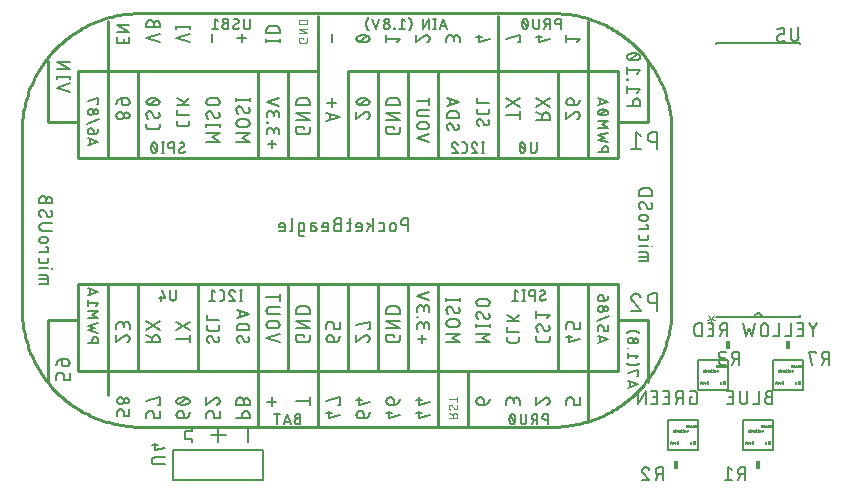
<source format=gbr>
G04 EAGLE Gerber RS-274X export*
G75*
%MOMM*%
%FSLAX34Y34*%
%LPD*%
%INSilkscreen Bottom*%
%IPPOS*%
%AMOC8*
5,1,8,0,0,1.08239X$1,22.5*%
G01*
%ADD10C,0.127000*%
%ADD11C,0.025400*%
%ADD12C,0.152400*%
%ADD13R,0.406400X0.711200*%
%ADD14C,0.076200*%
%ADD15C,0.254000*%
%ADD16C,0.101600*%
%ADD17C,0.203200*%


D10*
X635000Y114300D02*
X609600Y114300D01*
X609600Y139700D01*
X635000Y139700D01*
X635000Y114300D01*
D11*
X633146Y134359D02*
X632575Y134352D01*
X633147Y134359D02*
X633188Y134358D01*
X633228Y134352D01*
X633269Y134343D01*
X633308Y134331D01*
X633345Y134315D01*
X633382Y134295D01*
X633416Y134272D01*
X633448Y134247D01*
X633477Y134218D01*
X633504Y134186D01*
X633527Y134153D01*
X633548Y134117D01*
X633565Y134080D01*
X633578Y134041D01*
X633588Y134001D01*
X633595Y133960D01*
X633597Y133919D01*
X633596Y133878D01*
X633590Y133838D01*
X633581Y133797D01*
X633569Y133758D01*
X633553Y133721D01*
X633533Y133684D01*
X633510Y133650D01*
X633485Y133618D01*
X633456Y133589D01*
X633424Y133562D01*
X633391Y133539D01*
X633355Y133518D01*
X633318Y133501D01*
X633279Y133488D01*
X633239Y133478D01*
X633198Y133471D01*
X633157Y133469D01*
X633157Y133470D02*
X632586Y133463D01*
X632572Y134606D01*
X632573Y134644D01*
X632578Y134681D01*
X632587Y134717D01*
X632599Y134752D01*
X632615Y134786D01*
X632634Y134819D01*
X632656Y134849D01*
X632680Y134877D01*
X632708Y134903D01*
X632737Y134925D01*
X632769Y134945D01*
X632803Y134961D01*
X632838Y134974D01*
X632874Y134984D01*
X632911Y134990D01*
X632948Y134992D01*
X633456Y134998D01*
X631436Y134973D02*
X631455Y133449D01*
X631436Y134973D02*
X630801Y134965D01*
X630764Y134963D01*
X630727Y134957D01*
X630691Y134947D01*
X630656Y134934D01*
X630622Y134918D01*
X630590Y134898D01*
X630561Y134876D01*
X630533Y134850D01*
X630509Y134822D01*
X630487Y134792D01*
X630468Y134759D01*
X630452Y134725D01*
X630440Y134690D01*
X630431Y134654D01*
X630426Y134617D01*
X630425Y134579D01*
X630425Y134580D02*
X630439Y133437D01*
X629392Y133932D02*
X629385Y134440D01*
X629382Y134484D01*
X629376Y134528D01*
X629366Y134571D01*
X629352Y134614D01*
X629335Y134654D01*
X629314Y134693D01*
X629290Y134730D01*
X629262Y134765D01*
X629232Y134798D01*
X629199Y134827D01*
X629163Y134854D01*
X629126Y134877D01*
X629086Y134897D01*
X629045Y134913D01*
X629002Y134926D01*
X628959Y134935D01*
X628915Y134941D01*
X628871Y134942D01*
X628827Y134939D01*
X628783Y134933D01*
X628740Y134923D01*
X628697Y134909D01*
X628657Y134892D01*
X628618Y134871D01*
X628581Y134847D01*
X628546Y134819D01*
X628513Y134789D01*
X628484Y134756D01*
X628457Y134720D01*
X628434Y134683D01*
X628414Y134643D01*
X628398Y134602D01*
X628385Y134559D01*
X628376Y134516D01*
X628370Y134472D01*
X628369Y134428D01*
X628376Y133920D01*
X628379Y133876D01*
X628385Y133832D01*
X628395Y133789D01*
X628409Y133746D01*
X628426Y133706D01*
X628447Y133667D01*
X628471Y133630D01*
X628499Y133595D01*
X628529Y133562D01*
X628562Y133533D01*
X628598Y133506D01*
X628635Y133483D01*
X628675Y133463D01*
X628716Y133447D01*
X628759Y133434D01*
X628802Y133425D01*
X628846Y133419D01*
X628890Y133418D01*
X628934Y133421D01*
X628978Y133427D01*
X629021Y133437D01*
X629064Y133451D01*
X629104Y133468D01*
X629143Y133489D01*
X629180Y133513D01*
X629215Y133541D01*
X629248Y133571D01*
X629277Y133604D01*
X629304Y133640D01*
X629327Y133677D01*
X629347Y133717D01*
X629363Y133758D01*
X629376Y133801D01*
X629385Y133844D01*
X629391Y133888D01*
X629392Y133932D01*
X626414Y133388D02*
X626386Y135673D01*
X626414Y133388D02*
X627049Y133395D01*
X627086Y133397D01*
X627123Y133403D01*
X627159Y133413D01*
X627194Y133426D01*
X627228Y133442D01*
X627260Y133462D01*
X627289Y133484D01*
X627317Y133510D01*
X627341Y133538D01*
X627363Y133568D01*
X627382Y133600D01*
X627398Y133634D01*
X627410Y133670D01*
X627419Y133706D01*
X627424Y133743D01*
X627425Y133781D01*
X627416Y134543D01*
X627414Y134580D01*
X627408Y134617D01*
X627398Y134653D01*
X627385Y134688D01*
X627369Y134722D01*
X627349Y134754D01*
X627327Y134783D01*
X627301Y134811D01*
X627273Y134835D01*
X627243Y134857D01*
X627210Y134876D01*
X627176Y134892D01*
X627141Y134904D01*
X627105Y134913D01*
X627068Y134918D01*
X627030Y134919D01*
X626395Y134911D01*
X624979Y133370D02*
X624344Y133362D01*
X624979Y133370D02*
X625016Y133372D01*
X625053Y133378D01*
X625089Y133388D01*
X625124Y133401D01*
X625158Y133417D01*
X625190Y133437D01*
X625219Y133459D01*
X625247Y133485D01*
X625271Y133513D01*
X625293Y133543D01*
X625312Y133575D01*
X625328Y133609D01*
X625340Y133645D01*
X625349Y133681D01*
X625354Y133718D01*
X625355Y133756D01*
X625347Y134391D01*
X625347Y134390D02*
X625344Y134434D01*
X625338Y134478D01*
X625328Y134521D01*
X625314Y134564D01*
X625297Y134604D01*
X625276Y134643D01*
X625252Y134680D01*
X625224Y134715D01*
X625194Y134748D01*
X625161Y134777D01*
X625125Y134804D01*
X625088Y134827D01*
X625048Y134847D01*
X625007Y134863D01*
X624964Y134876D01*
X624921Y134885D01*
X624877Y134891D01*
X624833Y134892D01*
X624789Y134889D01*
X624745Y134883D01*
X624702Y134873D01*
X624659Y134859D01*
X624619Y134842D01*
X624580Y134821D01*
X624543Y134797D01*
X624508Y134769D01*
X624475Y134739D01*
X624446Y134706D01*
X624419Y134670D01*
X624396Y134633D01*
X624376Y134593D01*
X624360Y134552D01*
X624347Y134509D01*
X624338Y134466D01*
X624332Y134422D01*
X624331Y134378D01*
X624334Y134124D01*
X625350Y134137D01*
X625094Y129667D02*
X625602Y129667D01*
X625639Y129669D01*
X625676Y129674D01*
X625713Y129683D01*
X625748Y129696D01*
X625782Y129712D01*
X625814Y129731D01*
X625844Y129753D01*
X625871Y129779D01*
X625897Y129806D01*
X625919Y129836D01*
X625938Y129868D01*
X625954Y129902D01*
X625967Y129937D01*
X625976Y129974D01*
X625981Y130011D01*
X625983Y130048D01*
X625983Y130810D01*
X625981Y130847D01*
X625976Y130884D01*
X625967Y130921D01*
X625954Y130956D01*
X625938Y130990D01*
X625919Y131022D01*
X625897Y131052D01*
X625871Y131079D01*
X625844Y131105D01*
X625814Y131127D01*
X625782Y131146D01*
X625748Y131162D01*
X625713Y131175D01*
X625676Y131184D01*
X625639Y131189D01*
X625602Y131191D01*
X625094Y131191D01*
X623802Y130556D02*
X623231Y130556D01*
X623802Y130557D02*
X623843Y130555D01*
X623884Y130549D01*
X623924Y130540D01*
X623963Y130527D01*
X624000Y130510D01*
X624036Y130490D01*
X624070Y130467D01*
X624102Y130441D01*
X624131Y130412D01*
X624157Y130380D01*
X624180Y130346D01*
X624200Y130310D01*
X624217Y130273D01*
X624230Y130234D01*
X624239Y130194D01*
X624245Y130153D01*
X624247Y130112D01*
X624245Y130071D01*
X624239Y130030D01*
X624230Y129990D01*
X624217Y129951D01*
X624200Y129914D01*
X624180Y129878D01*
X624157Y129844D01*
X624131Y129812D01*
X624102Y129783D01*
X624070Y129757D01*
X624036Y129734D01*
X624000Y129714D01*
X623963Y129697D01*
X623924Y129684D01*
X623884Y129675D01*
X623843Y129669D01*
X623802Y129667D01*
X623231Y129667D01*
X623231Y130810D01*
X623233Y130847D01*
X623238Y130884D01*
X623247Y130921D01*
X623260Y130956D01*
X623276Y130990D01*
X623295Y131022D01*
X623317Y131052D01*
X623343Y131079D01*
X623370Y131105D01*
X623400Y131127D01*
X623432Y131146D01*
X623466Y131162D01*
X623501Y131175D01*
X623538Y131184D01*
X623575Y131189D01*
X623612Y131191D01*
X624120Y131191D01*
X622375Y131191D02*
X621613Y131191D01*
X622121Y131953D02*
X622121Y130048D01*
X622119Y130011D01*
X622114Y129974D01*
X622105Y129937D01*
X622092Y129902D01*
X622076Y129868D01*
X622057Y129836D01*
X622035Y129806D01*
X622009Y129779D01*
X621982Y129753D01*
X621952Y129731D01*
X621920Y129712D01*
X621886Y129696D01*
X621851Y129683D01*
X621814Y129674D01*
X621777Y129669D01*
X621740Y129667D01*
X621613Y129667D01*
X620652Y129667D02*
X620652Y131953D01*
X620652Y131191D02*
X620017Y131191D01*
X619980Y131189D01*
X619943Y131184D01*
X619906Y131175D01*
X619871Y131162D01*
X619837Y131146D01*
X619805Y131127D01*
X619775Y131105D01*
X619748Y131079D01*
X619722Y131052D01*
X619700Y131022D01*
X619681Y130990D01*
X619665Y130956D01*
X619652Y130921D01*
X619643Y130884D01*
X619638Y130847D01*
X619636Y130810D01*
X619636Y129667D01*
X618595Y130175D02*
X618595Y130683D01*
X618593Y130727D01*
X618587Y130771D01*
X618578Y130814D01*
X618564Y130857D01*
X618547Y130898D01*
X618527Y130937D01*
X618503Y130974D01*
X618476Y131010D01*
X618446Y131042D01*
X618414Y131072D01*
X618378Y131099D01*
X618341Y131123D01*
X618302Y131143D01*
X618261Y131160D01*
X618218Y131174D01*
X618175Y131183D01*
X618131Y131189D01*
X618087Y131191D01*
X618043Y131189D01*
X617999Y131183D01*
X617956Y131174D01*
X617913Y131160D01*
X617872Y131143D01*
X617833Y131123D01*
X617796Y131099D01*
X617760Y131072D01*
X617728Y131042D01*
X617698Y131010D01*
X617671Y130974D01*
X617647Y130937D01*
X617627Y130898D01*
X617610Y130857D01*
X617596Y130814D01*
X617587Y130771D01*
X617581Y130727D01*
X617579Y130683D01*
X617579Y130175D01*
X617581Y130131D01*
X617587Y130087D01*
X617596Y130044D01*
X617610Y130001D01*
X617627Y129960D01*
X617647Y129921D01*
X617671Y129884D01*
X617698Y129848D01*
X617728Y129816D01*
X617760Y129786D01*
X617796Y129759D01*
X617833Y129735D01*
X617872Y129715D01*
X617913Y129698D01*
X617956Y129684D01*
X617999Y129675D01*
X618043Y129669D01*
X618087Y129667D01*
X618131Y129669D01*
X618175Y129675D01*
X618218Y129684D01*
X618261Y129698D01*
X618302Y129715D01*
X618341Y129735D01*
X618378Y129759D01*
X618414Y129786D01*
X618446Y129816D01*
X618476Y129848D01*
X618503Y129884D01*
X618527Y129921D01*
X618547Y129960D01*
X618564Y130001D01*
X618578Y130044D01*
X618587Y130087D01*
X618593Y130131D01*
X618595Y130175D01*
X615611Y129667D02*
X615611Y131953D01*
X615611Y129667D02*
X616246Y129667D01*
X616283Y129669D01*
X616320Y129674D01*
X616357Y129683D01*
X616392Y129696D01*
X616426Y129712D01*
X616458Y129731D01*
X616488Y129753D01*
X616515Y129779D01*
X616541Y129806D01*
X616563Y129836D01*
X616582Y129868D01*
X616598Y129902D01*
X616611Y129937D01*
X616620Y129974D01*
X616625Y130011D01*
X616627Y130048D01*
X616627Y130810D01*
X616625Y130847D01*
X616620Y130884D01*
X616611Y130921D01*
X616598Y130956D01*
X616582Y130990D01*
X616563Y131022D01*
X616541Y131052D01*
X616515Y131079D01*
X616488Y131105D01*
X616458Y131127D01*
X616426Y131146D01*
X616392Y131162D01*
X616357Y131175D01*
X616320Y131184D01*
X616283Y131189D01*
X616246Y131191D01*
X615611Y131191D01*
X614175Y129667D02*
X613540Y129667D01*
X614175Y129667D02*
X614212Y129669D01*
X614249Y129674D01*
X614286Y129683D01*
X614321Y129696D01*
X614355Y129712D01*
X614387Y129731D01*
X614417Y129753D01*
X614444Y129779D01*
X614470Y129806D01*
X614492Y129836D01*
X614511Y129868D01*
X614527Y129902D01*
X614540Y129937D01*
X614549Y129974D01*
X614554Y130011D01*
X614556Y130048D01*
X614556Y130683D01*
X614554Y130727D01*
X614548Y130771D01*
X614539Y130814D01*
X614525Y130857D01*
X614508Y130898D01*
X614488Y130937D01*
X614464Y130974D01*
X614437Y131010D01*
X614407Y131042D01*
X614375Y131072D01*
X614339Y131099D01*
X614302Y131123D01*
X614263Y131143D01*
X614222Y131160D01*
X614179Y131174D01*
X614136Y131183D01*
X614092Y131189D01*
X614048Y131191D01*
X614004Y131189D01*
X613960Y131183D01*
X613917Y131174D01*
X613874Y131160D01*
X613833Y131143D01*
X613794Y131123D01*
X613757Y131099D01*
X613721Y131072D01*
X613689Y131042D01*
X613659Y131010D01*
X613632Y130974D01*
X613608Y130937D01*
X613588Y130898D01*
X613571Y130857D01*
X613557Y130814D01*
X613548Y130771D01*
X613542Y130727D01*
X613540Y130683D01*
X613540Y130429D01*
X614556Y130429D01*
X617186Y120777D02*
X617821Y120777D01*
X617186Y120777D02*
X617137Y120775D01*
X617089Y120770D01*
X617041Y120760D01*
X616994Y120747D01*
X616949Y120731D01*
X616904Y120711D01*
X616862Y120688D01*
X616821Y120661D01*
X616782Y120632D01*
X616746Y120600D01*
X616712Y120564D01*
X616681Y120527D01*
X616653Y120487D01*
X616628Y120445D01*
X616607Y120402D01*
X616588Y120357D01*
X616574Y120310D01*
X616563Y120263D01*
X616555Y120215D01*
X616551Y120166D01*
X616551Y120118D01*
X616555Y120069D01*
X616563Y120021D01*
X616574Y119974D01*
X616588Y119927D01*
X616607Y119882D01*
X616628Y119839D01*
X616653Y119797D01*
X616681Y119757D01*
X616712Y119720D01*
X616746Y119684D01*
X616782Y119652D01*
X616821Y119623D01*
X616862Y119596D01*
X616904Y119573D01*
X616949Y119553D01*
X616994Y119537D01*
X617041Y119524D01*
X617089Y119514D01*
X617137Y119509D01*
X617186Y119507D01*
X617821Y119507D01*
X617821Y121793D01*
X617186Y121793D01*
X617142Y121791D01*
X617098Y121785D01*
X617055Y121776D01*
X617012Y121762D01*
X616971Y121745D01*
X616932Y121725D01*
X616895Y121701D01*
X616859Y121674D01*
X616827Y121644D01*
X616797Y121612D01*
X616770Y121576D01*
X616746Y121539D01*
X616726Y121500D01*
X616709Y121459D01*
X616695Y121416D01*
X616686Y121373D01*
X616680Y121329D01*
X616678Y121285D01*
X616680Y121241D01*
X616686Y121197D01*
X616695Y121154D01*
X616709Y121111D01*
X616726Y121070D01*
X616746Y121031D01*
X616770Y120994D01*
X616797Y120958D01*
X616827Y120926D01*
X616859Y120896D01*
X616895Y120869D01*
X616932Y120845D01*
X616971Y120825D01*
X617012Y120808D01*
X617055Y120794D01*
X617098Y120785D01*
X617142Y120779D01*
X617186Y120777D01*
X615675Y120523D02*
X615675Y120015D01*
X615675Y120523D02*
X615673Y120567D01*
X615667Y120611D01*
X615658Y120654D01*
X615644Y120697D01*
X615627Y120738D01*
X615607Y120777D01*
X615583Y120814D01*
X615556Y120850D01*
X615526Y120882D01*
X615494Y120912D01*
X615458Y120939D01*
X615421Y120963D01*
X615382Y120983D01*
X615341Y121000D01*
X615298Y121014D01*
X615255Y121023D01*
X615211Y121029D01*
X615167Y121031D01*
X615123Y121029D01*
X615079Y121023D01*
X615036Y121014D01*
X614993Y121000D01*
X614952Y120983D01*
X614913Y120963D01*
X614876Y120939D01*
X614840Y120912D01*
X614808Y120882D01*
X614778Y120850D01*
X614751Y120814D01*
X614727Y120777D01*
X614707Y120738D01*
X614690Y120697D01*
X614676Y120654D01*
X614667Y120611D01*
X614661Y120567D01*
X614659Y120523D01*
X614659Y120015D01*
X614661Y119971D01*
X614667Y119927D01*
X614676Y119884D01*
X614690Y119841D01*
X614707Y119800D01*
X614727Y119761D01*
X614751Y119724D01*
X614778Y119688D01*
X614808Y119656D01*
X614840Y119626D01*
X614876Y119599D01*
X614913Y119575D01*
X614952Y119555D01*
X614993Y119538D01*
X615036Y119524D01*
X615079Y119515D01*
X615123Y119509D01*
X615167Y119507D01*
X615211Y119509D01*
X615255Y119515D01*
X615298Y119524D01*
X615341Y119538D01*
X615382Y119555D01*
X615421Y119575D01*
X615458Y119599D01*
X615494Y119626D01*
X615526Y119656D01*
X615556Y119688D01*
X615583Y119724D01*
X615607Y119761D01*
X615627Y119800D01*
X615644Y119841D01*
X615658Y119884D01*
X615667Y119927D01*
X615673Y119971D01*
X615675Y120015D01*
X613618Y119888D02*
X613618Y121031D01*
X613618Y119888D02*
X613616Y119851D01*
X613611Y119814D01*
X613602Y119777D01*
X613589Y119742D01*
X613573Y119708D01*
X613554Y119676D01*
X613532Y119646D01*
X613506Y119619D01*
X613479Y119593D01*
X613449Y119571D01*
X613417Y119552D01*
X613383Y119536D01*
X613348Y119523D01*
X613311Y119514D01*
X613274Y119509D01*
X613237Y119507D01*
X612602Y119507D01*
X612602Y121031D01*
X611759Y121031D02*
X610997Y121031D01*
X611505Y121793D02*
X611505Y119888D01*
X611503Y119851D01*
X611498Y119814D01*
X611489Y119777D01*
X611476Y119742D01*
X611460Y119708D01*
X611441Y119676D01*
X611419Y119646D01*
X611393Y119619D01*
X611366Y119593D01*
X611336Y119571D01*
X611304Y119552D01*
X611270Y119536D01*
X611235Y119523D01*
X611198Y119514D01*
X611161Y119509D01*
X611124Y119507D01*
X610997Y119507D01*
X631698Y120777D02*
X632333Y120777D01*
X631698Y120777D02*
X631649Y120775D01*
X631601Y120770D01*
X631553Y120760D01*
X631506Y120747D01*
X631461Y120731D01*
X631416Y120711D01*
X631374Y120688D01*
X631333Y120661D01*
X631294Y120632D01*
X631258Y120600D01*
X631224Y120564D01*
X631193Y120527D01*
X631165Y120487D01*
X631140Y120445D01*
X631119Y120402D01*
X631100Y120357D01*
X631086Y120310D01*
X631075Y120263D01*
X631067Y120215D01*
X631063Y120166D01*
X631063Y120118D01*
X631067Y120069D01*
X631075Y120021D01*
X631086Y119974D01*
X631100Y119927D01*
X631119Y119882D01*
X631140Y119839D01*
X631165Y119797D01*
X631193Y119757D01*
X631224Y119720D01*
X631258Y119684D01*
X631294Y119652D01*
X631333Y119623D01*
X631374Y119596D01*
X631416Y119573D01*
X631461Y119553D01*
X631506Y119537D01*
X631553Y119524D01*
X631601Y119514D01*
X631649Y119509D01*
X631698Y119507D01*
X632333Y119507D01*
X632333Y121793D01*
X631698Y121793D01*
X631654Y121791D01*
X631610Y121785D01*
X631567Y121776D01*
X631524Y121762D01*
X631483Y121745D01*
X631444Y121725D01*
X631407Y121701D01*
X631371Y121674D01*
X631339Y121644D01*
X631309Y121612D01*
X631282Y121576D01*
X631258Y121539D01*
X631238Y121500D01*
X631221Y121459D01*
X631207Y121416D01*
X631198Y121373D01*
X631192Y121329D01*
X631190Y121285D01*
X631192Y121241D01*
X631198Y121197D01*
X631207Y121154D01*
X631221Y121111D01*
X631238Y121070D01*
X631258Y121031D01*
X631282Y120994D01*
X631309Y120958D01*
X631339Y120926D01*
X631371Y120896D01*
X631407Y120869D01*
X631444Y120845D01*
X631483Y120825D01*
X631524Y120808D01*
X631567Y120794D01*
X631610Y120785D01*
X631654Y120779D01*
X631698Y120777D01*
X630212Y121031D02*
X630212Y119507D01*
X630276Y121666D02*
X630276Y121793D01*
X630149Y121793D01*
X630149Y121666D01*
X630276Y121666D01*
X629196Y121031D02*
X629196Y119507D01*
X629196Y121031D02*
X628561Y121031D01*
X628524Y121029D01*
X628487Y121024D01*
X628450Y121015D01*
X628415Y121002D01*
X628381Y120986D01*
X628349Y120967D01*
X628319Y120945D01*
X628292Y120919D01*
X628266Y120892D01*
X628244Y120862D01*
X628225Y120830D01*
X628209Y120796D01*
X628196Y120761D01*
X628187Y120724D01*
X628182Y120687D01*
X628180Y120650D01*
X628180Y119507D01*
D12*
X634238Y159512D02*
X634238Y170688D01*
X631134Y170688D01*
X631023Y170686D01*
X630913Y170680D01*
X630802Y170670D01*
X630692Y170656D01*
X630583Y170639D01*
X630474Y170617D01*
X630366Y170592D01*
X630260Y170562D01*
X630154Y170529D01*
X630049Y170492D01*
X629946Y170452D01*
X629845Y170407D01*
X629745Y170360D01*
X629646Y170308D01*
X629550Y170253D01*
X629456Y170195D01*
X629364Y170134D01*
X629274Y170069D01*
X629186Y170001D01*
X629101Y169930D01*
X629019Y169856D01*
X628939Y169779D01*
X628862Y169699D01*
X628788Y169617D01*
X628717Y169532D01*
X628649Y169444D01*
X628584Y169354D01*
X628523Y169262D01*
X628465Y169168D01*
X628410Y169072D01*
X628358Y168973D01*
X628311Y168873D01*
X628266Y168772D01*
X628226Y168669D01*
X628189Y168564D01*
X628156Y168458D01*
X628126Y168352D01*
X628101Y168244D01*
X628079Y168135D01*
X628062Y168026D01*
X628048Y167916D01*
X628038Y167805D01*
X628032Y167695D01*
X628030Y167584D01*
X628032Y167473D01*
X628038Y167363D01*
X628048Y167252D01*
X628062Y167142D01*
X628079Y167033D01*
X628101Y166924D01*
X628126Y166816D01*
X628156Y166710D01*
X628189Y166604D01*
X628226Y166499D01*
X628266Y166396D01*
X628311Y166295D01*
X628358Y166195D01*
X628410Y166096D01*
X628465Y166000D01*
X628523Y165906D01*
X628584Y165814D01*
X628649Y165724D01*
X628717Y165636D01*
X628788Y165551D01*
X628862Y165469D01*
X628939Y165389D01*
X629019Y165312D01*
X629101Y165238D01*
X629186Y165167D01*
X629274Y165099D01*
X629364Y165034D01*
X629456Y164973D01*
X629550Y164915D01*
X629646Y164860D01*
X629745Y164808D01*
X629845Y164761D01*
X629946Y164716D01*
X630049Y164676D01*
X630154Y164639D01*
X630260Y164606D01*
X630366Y164576D01*
X630474Y164551D01*
X630583Y164529D01*
X630692Y164512D01*
X630802Y164498D01*
X630913Y164488D01*
X631023Y164482D01*
X631134Y164480D01*
X631134Y164479D02*
X634238Y164479D01*
X630513Y164479D02*
X628029Y159512D01*
X622491Y159512D02*
X617524Y159512D01*
X622491Y159512D02*
X622491Y170688D01*
X617524Y170688D01*
X618766Y165721D02*
X622491Y165721D01*
X612613Y170688D02*
X612613Y159512D01*
X612613Y170688D02*
X609509Y170688D01*
X609398Y170686D01*
X609288Y170680D01*
X609177Y170670D01*
X609067Y170656D01*
X608958Y170639D01*
X608849Y170617D01*
X608741Y170592D01*
X608635Y170562D01*
X608529Y170529D01*
X608424Y170492D01*
X608321Y170452D01*
X608220Y170407D01*
X608120Y170360D01*
X608021Y170308D01*
X607925Y170253D01*
X607831Y170195D01*
X607739Y170134D01*
X607649Y170069D01*
X607561Y170001D01*
X607476Y169930D01*
X607394Y169856D01*
X607314Y169779D01*
X607237Y169699D01*
X607163Y169617D01*
X607092Y169532D01*
X607024Y169444D01*
X606959Y169354D01*
X606898Y169262D01*
X606840Y169168D01*
X606785Y169072D01*
X606733Y168973D01*
X606686Y168873D01*
X606641Y168772D01*
X606601Y168669D01*
X606564Y168564D01*
X606531Y168458D01*
X606501Y168352D01*
X606476Y168244D01*
X606454Y168135D01*
X606437Y168026D01*
X606423Y167916D01*
X606413Y167805D01*
X606407Y167695D01*
X606405Y167584D01*
X606404Y167584D02*
X606404Y162616D01*
X606405Y162616D02*
X606407Y162505D01*
X606413Y162395D01*
X606423Y162284D01*
X606437Y162174D01*
X606454Y162065D01*
X606476Y161956D01*
X606501Y161848D01*
X606531Y161742D01*
X606564Y161636D01*
X606601Y161531D01*
X606641Y161428D01*
X606686Y161327D01*
X606733Y161227D01*
X606785Y161128D01*
X606840Y161032D01*
X606898Y160938D01*
X606959Y160846D01*
X607024Y160756D01*
X607092Y160668D01*
X607163Y160583D01*
X607237Y160501D01*
X607314Y160421D01*
X607394Y160344D01*
X607476Y160270D01*
X607561Y160199D01*
X607649Y160131D01*
X607739Y160066D01*
X607831Y160005D01*
X607925Y159947D01*
X608021Y159892D01*
X608120Y159840D01*
X608220Y159793D01*
X608321Y159748D01*
X608424Y159708D01*
X608529Y159671D01*
X608635Y159638D01*
X608741Y159608D01*
X608849Y159583D01*
X608958Y159561D01*
X609067Y159544D01*
X609177Y159530D01*
X609288Y159520D01*
X609398Y159514D01*
X609509Y159512D01*
X612613Y159512D01*
D10*
X673100Y114300D02*
X698500Y114300D01*
X673100Y114300D02*
X673100Y139700D01*
X698500Y139700D01*
X698500Y114300D01*
D11*
X696646Y134359D02*
X696075Y134352D01*
X696647Y134359D02*
X696688Y134358D01*
X696728Y134352D01*
X696769Y134343D01*
X696808Y134331D01*
X696845Y134315D01*
X696882Y134295D01*
X696916Y134272D01*
X696948Y134247D01*
X696977Y134218D01*
X697004Y134186D01*
X697027Y134153D01*
X697048Y134117D01*
X697065Y134080D01*
X697078Y134041D01*
X697088Y134001D01*
X697095Y133960D01*
X697097Y133919D01*
X697096Y133878D01*
X697090Y133838D01*
X697081Y133797D01*
X697069Y133758D01*
X697053Y133721D01*
X697033Y133684D01*
X697010Y133650D01*
X696985Y133618D01*
X696956Y133589D01*
X696924Y133562D01*
X696891Y133539D01*
X696855Y133518D01*
X696818Y133501D01*
X696779Y133488D01*
X696739Y133478D01*
X696698Y133471D01*
X696657Y133469D01*
X696657Y133470D02*
X696086Y133463D01*
X696072Y134606D01*
X696073Y134644D01*
X696078Y134681D01*
X696087Y134717D01*
X696099Y134752D01*
X696115Y134786D01*
X696134Y134819D01*
X696156Y134849D01*
X696180Y134877D01*
X696208Y134903D01*
X696237Y134925D01*
X696269Y134945D01*
X696303Y134961D01*
X696338Y134974D01*
X696374Y134984D01*
X696411Y134990D01*
X696448Y134992D01*
X696956Y134998D01*
X694936Y134973D02*
X694955Y133449D01*
X694936Y134973D02*
X694301Y134965D01*
X694264Y134963D01*
X694227Y134957D01*
X694191Y134947D01*
X694156Y134934D01*
X694122Y134918D01*
X694090Y134898D01*
X694061Y134876D01*
X694033Y134850D01*
X694009Y134822D01*
X693987Y134792D01*
X693968Y134759D01*
X693952Y134725D01*
X693940Y134690D01*
X693931Y134654D01*
X693926Y134617D01*
X693925Y134579D01*
X693925Y134580D02*
X693939Y133437D01*
X692892Y133932D02*
X692885Y134440D01*
X692882Y134484D01*
X692876Y134528D01*
X692866Y134571D01*
X692852Y134614D01*
X692835Y134654D01*
X692814Y134693D01*
X692790Y134730D01*
X692762Y134765D01*
X692732Y134798D01*
X692699Y134827D01*
X692663Y134854D01*
X692626Y134877D01*
X692586Y134897D01*
X692545Y134913D01*
X692502Y134926D01*
X692459Y134935D01*
X692415Y134941D01*
X692371Y134942D01*
X692327Y134939D01*
X692283Y134933D01*
X692240Y134923D01*
X692197Y134909D01*
X692157Y134892D01*
X692118Y134871D01*
X692081Y134847D01*
X692046Y134819D01*
X692013Y134789D01*
X691984Y134756D01*
X691957Y134720D01*
X691934Y134683D01*
X691914Y134643D01*
X691898Y134602D01*
X691885Y134559D01*
X691876Y134516D01*
X691870Y134472D01*
X691869Y134428D01*
X691876Y133920D01*
X691879Y133876D01*
X691885Y133832D01*
X691895Y133789D01*
X691909Y133746D01*
X691926Y133706D01*
X691947Y133667D01*
X691971Y133630D01*
X691999Y133595D01*
X692029Y133562D01*
X692062Y133533D01*
X692098Y133506D01*
X692135Y133483D01*
X692175Y133463D01*
X692216Y133447D01*
X692259Y133434D01*
X692302Y133425D01*
X692346Y133419D01*
X692390Y133418D01*
X692434Y133421D01*
X692478Y133427D01*
X692521Y133437D01*
X692564Y133451D01*
X692604Y133468D01*
X692643Y133489D01*
X692680Y133513D01*
X692715Y133541D01*
X692748Y133571D01*
X692777Y133604D01*
X692804Y133640D01*
X692827Y133677D01*
X692847Y133717D01*
X692863Y133758D01*
X692876Y133801D01*
X692885Y133844D01*
X692891Y133888D01*
X692892Y133932D01*
X689914Y133388D02*
X689886Y135673D01*
X689914Y133388D02*
X690549Y133395D01*
X690586Y133397D01*
X690623Y133403D01*
X690659Y133413D01*
X690694Y133426D01*
X690728Y133442D01*
X690760Y133462D01*
X690789Y133484D01*
X690817Y133510D01*
X690841Y133538D01*
X690863Y133568D01*
X690882Y133600D01*
X690898Y133634D01*
X690910Y133670D01*
X690919Y133706D01*
X690924Y133743D01*
X690925Y133781D01*
X690916Y134543D01*
X690914Y134580D01*
X690908Y134617D01*
X690898Y134653D01*
X690885Y134688D01*
X690869Y134722D01*
X690849Y134754D01*
X690827Y134783D01*
X690801Y134811D01*
X690773Y134835D01*
X690743Y134857D01*
X690710Y134876D01*
X690676Y134892D01*
X690641Y134904D01*
X690605Y134913D01*
X690568Y134918D01*
X690530Y134919D01*
X689895Y134911D01*
X688479Y133370D02*
X687844Y133362D01*
X688479Y133370D02*
X688516Y133372D01*
X688553Y133378D01*
X688589Y133388D01*
X688624Y133401D01*
X688658Y133417D01*
X688690Y133437D01*
X688719Y133459D01*
X688747Y133485D01*
X688771Y133513D01*
X688793Y133543D01*
X688812Y133575D01*
X688828Y133609D01*
X688840Y133645D01*
X688849Y133681D01*
X688854Y133718D01*
X688855Y133756D01*
X688847Y134391D01*
X688847Y134390D02*
X688844Y134434D01*
X688838Y134478D01*
X688828Y134521D01*
X688814Y134564D01*
X688797Y134604D01*
X688776Y134643D01*
X688752Y134680D01*
X688724Y134715D01*
X688694Y134748D01*
X688661Y134777D01*
X688625Y134804D01*
X688588Y134827D01*
X688548Y134847D01*
X688507Y134863D01*
X688464Y134876D01*
X688421Y134885D01*
X688377Y134891D01*
X688333Y134892D01*
X688289Y134889D01*
X688245Y134883D01*
X688202Y134873D01*
X688159Y134859D01*
X688119Y134842D01*
X688080Y134821D01*
X688043Y134797D01*
X688008Y134769D01*
X687975Y134739D01*
X687946Y134706D01*
X687919Y134670D01*
X687896Y134633D01*
X687876Y134593D01*
X687860Y134552D01*
X687847Y134509D01*
X687838Y134466D01*
X687832Y134422D01*
X687831Y134378D01*
X687834Y134124D01*
X688850Y134137D01*
X688594Y129667D02*
X689102Y129667D01*
X689139Y129669D01*
X689176Y129674D01*
X689213Y129683D01*
X689248Y129696D01*
X689282Y129712D01*
X689314Y129731D01*
X689344Y129753D01*
X689371Y129779D01*
X689397Y129806D01*
X689419Y129836D01*
X689438Y129868D01*
X689454Y129902D01*
X689467Y129937D01*
X689476Y129974D01*
X689481Y130011D01*
X689483Y130048D01*
X689483Y130810D01*
X689481Y130847D01*
X689476Y130884D01*
X689467Y130921D01*
X689454Y130956D01*
X689438Y130990D01*
X689419Y131022D01*
X689397Y131052D01*
X689371Y131079D01*
X689344Y131105D01*
X689314Y131127D01*
X689282Y131146D01*
X689248Y131162D01*
X689213Y131175D01*
X689176Y131184D01*
X689139Y131189D01*
X689102Y131191D01*
X688594Y131191D01*
X687302Y130556D02*
X686731Y130556D01*
X687302Y130557D02*
X687343Y130555D01*
X687384Y130549D01*
X687424Y130540D01*
X687463Y130527D01*
X687500Y130510D01*
X687536Y130490D01*
X687570Y130467D01*
X687602Y130441D01*
X687631Y130412D01*
X687657Y130380D01*
X687680Y130346D01*
X687700Y130310D01*
X687717Y130273D01*
X687730Y130234D01*
X687739Y130194D01*
X687745Y130153D01*
X687747Y130112D01*
X687745Y130071D01*
X687739Y130030D01*
X687730Y129990D01*
X687717Y129951D01*
X687700Y129914D01*
X687680Y129878D01*
X687657Y129844D01*
X687631Y129812D01*
X687602Y129783D01*
X687570Y129757D01*
X687536Y129734D01*
X687500Y129714D01*
X687463Y129697D01*
X687424Y129684D01*
X687384Y129675D01*
X687343Y129669D01*
X687302Y129667D01*
X686731Y129667D01*
X686731Y130810D01*
X686733Y130847D01*
X686738Y130884D01*
X686747Y130921D01*
X686760Y130956D01*
X686776Y130990D01*
X686795Y131022D01*
X686817Y131052D01*
X686843Y131079D01*
X686870Y131105D01*
X686900Y131127D01*
X686932Y131146D01*
X686966Y131162D01*
X687001Y131175D01*
X687038Y131184D01*
X687075Y131189D01*
X687112Y131191D01*
X687620Y131191D01*
X685875Y131191D02*
X685113Y131191D01*
X685621Y131953D02*
X685621Y130048D01*
X685619Y130011D01*
X685614Y129974D01*
X685605Y129937D01*
X685592Y129902D01*
X685576Y129868D01*
X685557Y129836D01*
X685535Y129806D01*
X685509Y129779D01*
X685482Y129753D01*
X685452Y129731D01*
X685420Y129712D01*
X685386Y129696D01*
X685351Y129683D01*
X685314Y129674D01*
X685277Y129669D01*
X685240Y129667D01*
X685113Y129667D01*
X684152Y129667D02*
X684152Y131953D01*
X684152Y131191D02*
X683517Y131191D01*
X683480Y131189D01*
X683443Y131184D01*
X683406Y131175D01*
X683371Y131162D01*
X683337Y131146D01*
X683305Y131127D01*
X683275Y131105D01*
X683248Y131079D01*
X683222Y131052D01*
X683200Y131022D01*
X683181Y130990D01*
X683165Y130956D01*
X683152Y130921D01*
X683143Y130884D01*
X683138Y130847D01*
X683136Y130810D01*
X683136Y129667D01*
X682095Y130175D02*
X682095Y130683D01*
X682093Y130727D01*
X682087Y130771D01*
X682078Y130814D01*
X682064Y130857D01*
X682047Y130898D01*
X682027Y130937D01*
X682003Y130974D01*
X681976Y131010D01*
X681946Y131042D01*
X681914Y131072D01*
X681878Y131099D01*
X681841Y131123D01*
X681802Y131143D01*
X681761Y131160D01*
X681718Y131174D01*
X681675Y131183D01*
X681631Y131189D01*
X681587Y131191D01*
X681543Y131189D01*
X681499Y131183D01*
X681456Y131174D01*
X681413Y131160D01*
X681372Y131143D01*
X681333Y131123D01*
X681296Y131099D01*
X681260Y131072D01*
X681228Y131042D01*
X681198Y131010D01*
X681171Y130974D01*
X681147Y130937D01*
X681127Y130898D01*
X681110Y130857D01*
X681096Y130814D01*
X681087Y130771D01*
X681081Y130727D01*
X681079Y130683D01*
X681079Y130175D01*
X681081Y130131D01*
X681087Y130087D01*
X681096Y130044D01*
X681110Y130001D01*
X681127Y129960D01*
X681147Y129921D01*
X681171Y129884D01*
X681198Y129848D01*
X681228Y129816D01*
X681260Y129786D01*
X681296Y129759D01*
X681333Y129735D01*
X681372Y129715D01*
X681413Y129698D01*
X681456Y129684D01*
X681499Y129675D01*
X681543Y129669D01*
X681587Y129667D01*
X681631Y129669D01*
X681675Y129675D01*
X681718Y129684D01*
X681761Y129698D01*
X681802Y129715D01*
X681841Y129735D01*
X681878Y129759D01*
X681914Y129786D01*
X681946Y129816D01*
X681976Y129848D01*
X682003Y129884D01*
X682027Y129921D01*
X682047Y129960D01*
X682064Y130001D01*
X682078Y130044D01*
X682087Y130087D01*
X682093Y130131D01*
X682095Y130175D01*
X679111Y129667D02*
X679111Y131953D01*
X679111Y129667D02*
X679746Y129667D01*
X679783Y129669D01*
X679820Y129674D01*
X679857Y129683D01*
X679892Y129696D01*
X679926Y129712D01*
X679958Y129731D01*
X679988Y129753D01*
X680015Y129779D01*
X680041Y129806D01*
X680063Y129836D01*
X680082Y129868D01*
X680098Y129902D01*
X680111Y129937D01*
X680120Y129974D01*
X680125Y130011D01*
X680127Y130048D01*
X680127Y130810D01*
X680125Y130847D01*
X680120Y130884D01*
X680111Y130921D01*
X680098Y130956D01*
X680082Y130990D01*
X680063Y131022D01*
X680041Y131052D01*
X680015Y131079D01*
X679988Y131105D01*
X679958Y131127D01*
X679926Y131146D01*
X679892Y131162D01*
X679857Y131175D01*
X679820Y131184D01*
X679783Y131189D01*
X679746Y131191D01*
X679111Y131191D01*
X677675Y129667D02*
X677040Y129667D01*
X677675Y129667D02*
X677712Y129669D01*
X677749Y129674D01*
X677786Y129683D01*
X677821Y129696D01*
X677855Y129712D01*
X677887Y129731D01*
X677917Y129753D01*
X677944Y129779D01*
X677970Y129806D01*
X677992Y129836D01*
X678011Y129868D01*
X678027Y129902D01*
X678040Y129937D01*
X678049Y129974D01*
X678054Y130011D01*
X678056Y130048D01*
X678056Y130683D01*
X678054Y130727D01*
X678048Y130771D01*
X678039Y130814D01*
X678025Y130857D01*
X678008Y130898D01*
X677988Y130937D01*
X677964Y130974D01*
X677937Y131010D01*
X677907Y131042D01*
X677875Y131072D01*
X677839Y131099D01*
X677802Y131123D01*
X677763Y131143D01*
X677722Y131160D01*
X677679Y131174D01*
X677636Y131183D01*
X677592Y131189D01*
X677548Y131191D01*
X677504Y131189D01*
X677460Y131183D01*
X677417Y131174D01*
X677374Y131160D01*
X677333Y131143D01*
X677294Y131123D01*
X677257Y131099D01*
X677221Y131072D01*
X677189Y131042D01*
X677159Y131010D01*
X677132Y130974D01*
X677108Y130937D01*
X677088Y130898D01*
X677071Y130857D01*
X677057Y130814D01*
X677048Y130771D01*
X677042Y130727D01*
X677040Y130683D01*
X677040Y130429D01*
X678056Y130429D01*
X680686Y120777D02*
X681321Y120777D01*
X680686Y120777D02*
X680637Y120775D01*
X680589Y120770D01*
X680541Y120760D01*
X680494Y120747D01*
X680449Y120731D01*
X680404Y120711D01*
X680362Y120688D01*
X680321Y120661D01*
X680282Y120632D01*
X680246Y120600D01*
X680212Y120564D01*
X680181Y120527D01*
X680153Y120487D01*
X680128Y120445D01*
X680107Y120402D01*
X680088Y120357D01*
X680074Y120310D01*
X680063Y120263D01*
X680055Y120215D01*
X680051Y120166D01*
X680051Y120118D01*
X680055Y120069D01*
X680063Y120021D01*
X680074Y119974D01*
X680088Y119927D01*
X680107Y119882D01*
X680128Y119839D01*
X680153Y119797D01*
X680181Y119757D01*
X680212Y119720D01*
X680246Y119684D01*
X680282Y119652D01*
X680321Y119623D01*
X680362Y119596D01*
X680404Y119573D01*
X680449Y119553D01*
X680494Y119537D01*
X680541Y119524D01*
X680589Y119514D01*
X680637Y119509D01*
X680686Y119507D01*
X681321Y119507D01*
X681321Y121793D01*
X680686Y121793D01*
X680642Y121791D01*
X680598Y121785D01*
X680555Y121776D01*
X680512Y121762D01*
X680471Y121745D01*
X680432Y121725D01*
X680395Y121701D01*
X680359Y121674D01*
X680327Y121644D01*
X680297Y121612D01*
X680270Y121576D01*
X680246Y121539D01*
X680226Y121500D01*
X680209Y121459D01*
X680195Y121416D01*
X680186Y121373D01*
X680180Y121329D01*
X680178Y121285D01*
X680180Y121241D01*
X680186Y121197D01*
X680195Y121154D01*
X680209Y121111D01*
X680226Y121070D01*
X680246Y121031D01*
X680270Y120994D01*
X680297Y120958D01*
X680327Y120926D01*
X680359Y120896D01*
X680395Y120869D01*
X680432Y120845D01*
X680471Y120825D01*
X680512Y120808D01*
X680555Y120794D01*
X680598Y120785D01*
X680642Y120779D01*
X680686Y120777D01*
X679175Y120523D02*
X679175Y120015D01*
X679175Y120523D02*
X679173Y120567D01*
X679167Y120611D01*
X679158Y120654D01*
X679144Y120697D01*
X679127Y120738D01*
X679107Y120777D01*
X679083Y120814D01*
X679056Y120850D01*
X679026Y120882D01*
X678994Y120912D01*
X678958Y120939D01*
X678921Y120963D01*
X678882Y120983D01*
X678841Y121000D01*
X678798Y121014D01*
X678755Y121023D01*
X678711Y121029D01*
X678667Y121031D01*
X678623Y121029D01*
X678579Y121023D01*
X678536Y121014D01*
X678493Y121000D01*
X678452Y120983D01*
X678413Y120963D01*
X678376Y120939D01*
X678340Y120912D01*
X678308Y120882D01*
X678278Y120850D01*
X678251Y120814D01*
X678227Y120777D01*
X678207Y120738D01*
X678190Y120697D01*
X678176Y120654D01*
X678167Y120611D01*
X678161Y120567D01*
X678159Y120523D01*
X678159Y120015D01*
X678161Y119971D01*
X678167Y119927D01*
X678176Y119884D01*
X678190Y119841D01*
X678207Y119800D01*
X678227Y119761D01*
X678251Y119724D01*
X678278Y119688D01*
X678308Y119656D01*
X678340Y119626D01*
X678376Y119599D01*
X678413Y119575D01*
X678452Y119555D01*
X678493Y119538D01*
X678536Y119524D01*
X678579Y119515D01*
X678623Y119509D01*
X678667Y119507D01*
X678711Y119509D01*
X678755Y119515D01*
X678798Y119524D01*
X678841Y119538D01*
X678882Y119555D01*
X678921Y119575D01*
X678958Y119599D01*
X678994Y119626D01*
X679026Y119656D01*
X679056Y119688D01*
X679083Y119724D01*
X679107Y119761D01*
X679127Y119800D01*
X679144Y119841D01*
X679158Y119884D01*
X679167Y119927D01*
X679173Y119971D01*
X679175Y120015D01*
X677118Y119888D02*
X677118Y121031D01*
X677118Y119888D02*
X677116Y119851D01*
X677111Y119814D01*
X677102Y119777D01*
X677089Y119742D01*
X677073Y119708D01*
X677054Y119676D01*
X677032Y119646D01*
X677006Y119619D01*
X676979Y119593D01*
X676949Y119571D01*
X676917Y119552D01*
X676883Y119536D01*
X676848Y119523D01*
X676811Y119514D01*
X676774Y119509D01*
X676737Y119507D01*
X676102Y119507D01*
X676102Y121031D01*
X675259Y121031D02*
X674497Y121031D01*
X675005Y121793D02*
X675005Y119888D01*
X675003Y119851D01*
X674998Y119814D01*
X674989Y119777D01*
X674976Y119742D01*
X674960Y119708D01*
X674941Y119676D01*
X674919Y119646D01*
X674893Y119619D01*
X674866Y119593D01*
X674836Y119571D01*
X674804Y119552D01*
X674770Y119536D01*
X674735Y119523D01*
X674698Y119514D01*
X674661Y119509D01*
X674624Y119507D01*
X674497Y119507D01*
X695198Y120777D02*
X695833Y120777D01*
X695198Y120777D02*
X695149Y120775D01*
X695101Y120770D01*
X695053Y120760D01*
X695006Y120747D01*
X694961Y120731D01*
X694916Y120711D01*
X694874Y120688D01*
X694833Y120661D01*
X694794Y120632D01*
X694758Y120600D01*
X694724Y120564D01*
X694693Y120527D01*
X694665Y120487D01*
X694640Y120445D01*
X694619Y120402D01*
X694600Y120357D01*
X694586Y120310D01*
X694575Y120263D01*
X694567Y120215D01*
X694563Y120166D01*
X694563Y120118D01*
X694567Y120069D01*
X694575Y120021D01*
X694586Y119974D01*
X694600Y119927D01*
X694619Y119882D01*
X694640Y119839D01*
X694665Y119797D01*
X694693Y119757D01*
X694724Y119720D01*
X694758Y119684D01*
X694794Y119652D01*
X694833Y119623D01*
X694874Y119596D01*
X694916Y119573D01*
X694961Y119553D01*
X695006Y119537D01*
X695053Y119524D01*
X695101Y119514D01*
X695149Y119509D01*
X695198Y119507D01*
X695833Y119507D01*
X695833Y121793D01*
X695198Y121793D01*
X695154Y121791D01*
X695110Y121785D01*
X695067Y121776D01*
X695024Y121762D01*
X694983Y121745D01*
X694944Y121725D01*
X694907Y121701D01*
X694871Y121674D01*
X694839Y121644D01*
X694809Y121612D01*
X694782Y121576D01*
X694758Y121539D01*
X694738Y121500D01*
X694721Y121459D01*
X694707Y121416D01*
X694698Y121373D01*
X694692Y121329D01*
X694690Y121285D01*
X694692Y121241D01*
X694698Y121197D01*
X694707Y121154D01*
X694721Y121111D01*
X694738Y121070D01*
X694758Y121031D01*
X694782Y120994D01*
X694809Y120958D01*
X694839Y120926D01*
X694871Y120896D01*
X694907Y120869D01*
X694944Y120845D01*
X694983Y120825D01*
X695024Y120808D01*
X695067Y120794D01*
X695110Y120785D01*
X695154Y120779D01*
X695198Y120777D01*
X693712Y121031D02*
X693712Y119507D01*
X693776Y121666D02*
X693776Y121793D01*
X693649Y121793D01*
X693649Y121666D01*
X693776Y121666D01*
X692696Y121031D02*
X692696Y119507D01*
X692696Y121031D02*
X692061Y121031D01*
X692024Y121029D01*
X691987Y121024D01*
X691950Y121015D01*
X691915Y121002D01*
X691881Y120986D01*
X691849Y120967D01*
X691819Y120945D01*
X691792Y120919D01*
X691766Y120892D01*
X691744Y120862D01*
X691725Y120830D01*
X691709Y120796D01*
X691696Y120761D01*
X691687Y120724D01*
X691682Y120687D01*
X691680Y120650D01*
X691680Y119507D01*
D12*
X706713Y165410D02*
X710438Y170688D01*
X706713Y165410D02*
X702987Y170688D01*
X706713Y165410D02*
X706713Y159512D01*
X697978Y159512D02*
X693011Y159512D01*
X697978Y159512D02*
X697978Y170688D01*
X693011Y170688D01*
X694253Y165721D02*
X697978Y165721D01*
X688072Y170688D02*
X688072Y159512D01*
X683105Y159512D01*
X678166Y159512D02*
X678166Y170688D01*
X678166Y159512D02*
X673199Y159512D01*
X668669Y162616D02*
X668669Y167584D01*
X668667Y167695D01*
X668661Y167805D01*
X668651Y167916D01*
X668637Y168026D01*
X668620Y168135D01*
X668598Y168244D01*
X668573Y168352D01*
X668543Y168458D01*
X668510Y168564D01*
X668473Y168669D01*
X668433Y168772D01*
X668388Y168873D01*
X668341Y168973D01*
X668289Y169072D01*
X668234Y169168D01*
X668176Y169262D01*
X668115Y169354D01*
X668050Y169444D01*
X667982Y169532D01*
X667911Y169617D01*
X667837Y169699D01*
X667760Y169779D01*
X667680Y169856D01*
X667598Y169930D01*
X667513Y170001D01*
X667425Y170069D01*
X667335Y170134D01*
X667243Y170195D01*
X667149Y170253D01*
X667053Y170308D01*
X666954Y170360D01*
X666854Y170407D01*
X666753Y170452D01*
X666650Y170492D01*
X666545Y170529D01*
X666439Y170562D01*
X666333Y170592D01*
X666225Y170617D01*
X666116Y170639D01*
X666007Y170656D01*
X665897Y170670D01*
X665786Y170680D01*
X665676Y170686D01*
X665565Y170688D01*
X665454Y170686D01*
X665344Y170680D01*
X665233Y170670D01*
X665123Y170656D01*
X665014Y170639D01*
X664905Y170617D01*
X664797Y170592D01*
X664691Y170562D01*
X664585Y170529D01*
X664480Y170492D01*
X664377Y170452D01*
X664276Y170407D01*
X664176Y170360D01*
X664077Y170308D01*
X663981Y170253D01*
X663887Y170195D01*
X663795Y170134D01*
X663705Y170069D01*
X663617Y170001D01*
X663532Y169930D01*
X663450Y169856D01*
X663370Y169779D01*
X663293Y169699D01*
X663219Y169617D01*
X663148Y169532D01*
X663080Y169444D01*
X663015Y169354D01*
X662954Y169262D01*
X662896Y169168D01*
X662841Y169072D01*
X662789Y168973D01*
X662742Y168873D01*
X662697Y168772D01*
X662657Y168669D01*
X662620Y168564D01*
X662587Y168458D01*
X662557Y168352D01*
X662532Y168244D01*
X662510Y168135D01*
X662493Y168026D01*
X662479Y167916D01*
X662469Y167805D01*
X662463Y167695D01*
X662461Y167584D01*
X662460Y167584D02*
X662460Y162616D01*
X662461Y162616D02*
X662463Y162505D01*
X662469Y162395D01*
X662479Y162284D01*
X662493Y162174D01*
X662510Y162065D01*
X662532Y161956D01*
X662557Y161848D01*
X662587Y161742D01*
X662620Y161636D01*
X662657Y161531D01*
X662697Y161428D01*
X662742Y161327D01*
X662789Y161227D01*
X662841Y161128D01*
X662896Y161032D01*
X662954Y160938D01*
X663015Y160846D01*
X663080Y160756D01*
X663148Y160668D01*
X663219Y160583D01*
X663293Y160501D01*
X663370Y160421D01*
X663450Y160344D01*
X663532Y160270D01*
X663617Y160199D01*
X663705Y160131D01*
X663795Y160066D01*
X663887Y160005D01*
X663981Y159947D01*
X664077Y159892D01*
X664176Y159840D01*
X664276Y159793D01*
X664377Y159748D01*
X664480Y159708D01*
X664585Y159671D01*
X664691Y159638D01*
X664797Y159608D01*
X664905Y159583D01*
X665014Y159561D01*
X665123Y159544D01*
X665233Y159530D01*
X665344Y159520D01*
X665454Y159514D01*
X665565Y159512D01*
X665676Y159514D01*
X665786Y159520D01*
X665897Y159530D01*
X666007Y159544D01*
X666116Y159561D01*
X666225Y159583D01*
X666333Y159608D01*
X666439Y159638D01*
X666545Y159671D01*
X666650Y159708D01*
X666753Y159748D01*
X666854Y159793D01*
X666954Y159840D01*
X667053Y159892D01*
X667149Y159947D01*
X667243Y160005D01*
X667335Y160066D01*
X667425Y160131D01*
X667513Y160199D01*
X667598Y160270D01*
X667680Y160344D01*
X667760Y160421D01*
X667837Y160501D01*
X667911Y160583D01*
X667982Y160668D01*
X668050Y160756D01*
X668115Y160846D01*
X668176Y160938D01*
X668234Y161032D01*
X668289Y161128D01*
X668341Y161227D01*
X668388Y161327D01*
X668433Y161428D01*
X668473Y161531D01*
X668510Y161636D01*
X668543Y161742D01*
X668573Y161848D01*
X668598Y161956D01*
X668620Y162065D01*
X668637Y162174D01*
X668651Y162284D01*
X668661Y162395D01*
X668667Y162505D01*
X668669Y162616D01*
X657578Y170688D02*
X655094Y159512D01*
X652611Y166963D01*
X650127Y159512D01*
X647644Y170688D01*
D10*
X609600Y63500D02*
X584200Y63500D01*
X584200Y88900D01*
X609600Y88900D01*
X609600Y63500D01*
D11*
X607746Y83559D02*
X607175Y83552D01*
X607747Y83559D02*
X607788Y83558D01*
X607828Y83552D01*
X607869Y83543D01*
X607908Y83531D01*
X607945Y83515D01*
X607982Y83495D01*
X608016Y83472D01*
X608048Y83447D01*
X608077Y83418D01*
X608104Y83386D01*
X608127Y83353D01*
X608148Y83317D01*
X608165Y83280D01*
X608178Y83241D01*
X608188Y83201D01*
X608195Y83160D01*
X608197Y83119D01*
X608196Y83078D01*
X608190Y83038D01*
X608181Y82997D01*
X608169Y82958D01*
X608153Y82921D01*
X608133Y82884D01*
X608110Y82850D01*
X608085Y82818D01*
X608056Y82789D01*
X608024Y82762D01*
X607991Y82739D01*
X607955Y82718D01*
X607918Y82701D01*
X607879Y82688D01*
X607839Y82678D01*
X607798Y82671D01*
X607757Y82669D01*
X607757Y82670D02*
X607186Y82663D01*
X607172Y83806D01*
X607173Y83844D01*
X607178Y83881D01*
X607187Y83917D01*
X607199Y83952D01*
X607215Y83986D01*
X607234Y84019D01*
X607256Y84049D01*
X607280Y84077D01*
X607308Y84103D01*
X607337Y84125D01*
X607369Y84145D01*
X607403Y84161D01*
X607438Y84174D01*
X607474Y84184D01*
X607511Y84190D01*
X607548Y84192D01*
X608056Y84198D01*
X606036Y84173D02*
X606055Y82649D01*
X606036Y84173D02*
X605401Y84165D01*
X605364Y84163D01*
X605327Y84157D01*
X605291Y84147D01*
X605256Y84134D01*
X605222Y84118D01*
X605190Y84098D01*
X605161Y84076D01*
X605133Y84050D01*
X605109Y84022D01*
X605087Y83992D01*
X605068Y83959D01*
X605052Y83925D01*
X605040Y83890D01*
X605031Y83854D01*
X605026Y83817D01*
X605025Y83779D01*
X605025Y83780D02*
X605039Y82637D01*
X603992Y83132D02*
X603985Y83640D01*
X603982Y83684D01*
X603976Y83728D01*
X603966Y83771D01*
X603952Y83814D01*
X603935Y83854D01*
X603914Y83893D01*
X603890Y83930D01*
X603862Y83965D01*
X603832Y83998D01*
X603799Y84027D01*
X603763Y84054D01*
X603726Y84077D01*
X603686Y84097D01*
X603645Y84113D01*
X603602Y84126D01*
X603559Y84135D01*
X603515Y84141D01*
X603471Y84142D01*
X603427Y84139D01*
X603383Y84133D01*
X603340Y84123D01*
X603297Y84109D01*
X603257Y84092D01*
X603218Y84071D01*
X603181Y84047D01*
X603146Y84019D01*
X603113Y83989D01*
X603084Y83956D01*
X603057Y83920D01*
X603034Y83883D01*
X603014Y83843D01*
X602998Y83802D01*
X602985Y83759D01*
X602976Y83716D01*
X602970Y83672D01*
X602969Y83628D01*
X602976Y83120D01*
X602979Y83076D01*
X602985Y83032D01*
X602995Y82989D01*
X603009Y82946D01*
X603026Y82906D01*
X603047Y82867D01*
X603071Y82830D01*
X603099Y82795D01*
X603129Y82762D01*
X603162Y82733D01*
X603198Y82706D01*
X603235Y82683D01*
X603275Y82663D01*
X603316Y82647D01*
X603359Y82634D01*
X603402Y82625D01*
X603446Y82619D01*
X603490Y82618D01*
X603534Y82621D01*
X603578Y82627D01*
X603621Y82637D01*
X603664Y82651D01*
X603704Y82668D01*
X603743Y82689D01*
X603780Y82713D01*
X603815Y82741D01*
X603848Y82771D01*
X603877Y82804D01*
X603904Y82840D01*
X603927Y82877D01*
X603947Y82917D01*
X603963Y82958D01*
X603976Y83001D01*
X603985Y83044D01*
X603991Y83088D01*
X603992Y83132D01*
X601014Y82588D02*
X600986Y84873D01*
X601014Y82588D02*
X601649Y82595D01*
X601686Y82597D01*
X601723Y82603D01*
X601759Y82613D01*
X601794Y82626D01*
X601828Y82642D01*
X601860Y82662D01*
X601889Y82684D01*
X601917Y82710D01*
X601941Y82738D01*
X601963Y82768D01*
X601982Y82800D01*
X601998Y82834D01*
X602010Y82870D01*
X602019Y82906D01*
X602024Y82943D01*
X602025Y82981D01*
X602016Y83743D01*
X602014Y83780D01*
X602008Y83817D01*
X601998Y83853D01*
X601985Y83888D01*
X601969Y83922D01*
X601949Y83954D01*
X601927Y83983D01*
X601901Y84011D01*
X601873Y84035D01*
X601843Y84057D01*
X601810Y84076D01*
X601776Y84092D01*
X601741Y84104D01*
X601705Y84113D01*
X601668Y84118D01*
X601630Y84119D01*
X600995Y84111D01*
X599579Y82570D02*
X598944Y82562D01*
X599579Y82570D02*
X599616Y82572D01*
X599653Y82578D01*
X599689Y82588D01*
X599724Y82601D01*
X599758Y82617D01*
X599790Y82637D01*
X599819Y82659D01*
X599847Y82685D01*
X599871Y82713D01*
X599893Y82743D01*
X599912Y82775D01*
X599928Y82809D01*
X599940Y82845D01*
X599949Y82881D01*
X599954Y82918D01*
X599955Y82956D01*
X599947Y83591D01*
X599947Y83590D02*
X599944Y83634D01*
X599938Y83678D01*
X599928Y83721D01*
X599914Y83764D01*
X599897Y83804D01*
X599876Y83843D01*
X599852Y83880D01*
X599824Y83915D01*
X599794Y83948D01*
X599761Y83977D01*
X599725Y84004D01*
X599688Y84027D01*
X599648Y84047D01*
X599607Y84063D01*
X599564Y84076D01*
X599521Y84085D01*
X599477Y84091D01*
X599433Y84092D01*
X599389Y84089D01*
X599345Y84083D01*
X599302Y84073D01*
X599259Y84059D01*
X599219Y84042D01*
X599180Y84021D01*
X599143Y83997D01*
X599108Y83969D01*
X599075Y83939D01*
X599046Y83906D01*
X599019Y83870D01*
X598996Y83833D01*
X598976Y83793D01*
X598960Y83752D01*
X598947Y83709D01*
X598938Y83666D01*
X598932Y83622D01*
X598931Y83578D01*
X598934Y83324D01*
X599950Y83337D01*
X599694Y78867D02*
X600202Y78867D01*
X600239Y78869D01*
X600276Y78874D01*
X600313Y78883D01*
X600348Y78896D01*
X600382Y78912D01*
X600414Y78931D01*
X600444Y78953D01*
X600471Y78979D01*
X600497Y79006D01*
X600519Y79036D01*
X600538Y79068D01*
X600554Y79102D01*
X600567Y79137D01*
X600576Y79174D01*
X600581Y79211D01*
X600583Y79248D01*
X600583Y80010D01*
X600581Y80047D01*
X600576Y80084D01*
X600567Y80121D01*
X600554Y80156D01*
X600538Y80190D01*
X600519Y80222D01*
X600497Y80252D01*
X600471Y80279D01*
X600444Y80305D01*
X600414Y80327D01*
X600382Y80346D01*
X600348Y80362D01*
X600313Y80375D01*
X600276Y80384D01*
X600239Y80389D01*
X600202Y80391D01*
X599694Y80391D01*
X598402Y79756D02*
X597831Y79756D01*
X598402Y79757D02*
X598443Y79755D01*
X598484Y79749D01*
X598524Y79740D01*
X598563Y79727D01*
X598600Y79710D01*
X598636Y79690D01*
X598670Y79667D01*
X598702Y79641D01*
X598731Y79612D01*
X598757Y79580D01*
X598780Y79546D01*
X598800Y79510D01*
X598817Y79473D01*
X598830Y79434D01*
X598839Y79394D01*
X598845Y79353D01*
X598847Y79312D01*
X598845Y79271D01*
X598839Y79230D01*
X598830Y79190D01*
X598817Y79151D01*
X598800Y79114D01*
X598780Y79078D01*
X598757Y79044D01*
X598731Y79012D01*
X598702Y78983D01*
X598670Y78957D01*
X598636Y78934D01*
X598600Y78914D01*
X598563Y78897D01*
X598524Y78884D01*
X598484Y78875D01*
X598443Y78869D01*
X598402Y78867D01*
X597831Y78867D01*
X597831Y80010D01*
X597833Y80047D01*
X597838Y80084D01*
X597847Y80121D01*
X597860Y80156D01*
X597876Y80190D01*
X597895Y80222D01*
X597917Y80252D01*
X597943Y80279D01*
X597970Y80305D01*
X598000Y80327D01*
X598032Y80346D01*
X598066Y80362D01*
X598101Y80375D01*
X598138Y80384D01*
X598175Y80389D01*
X598212Y80391D01*
X598720Y80391D01*
X596975Y80391D02*
X596213Y80391D01*
X596721Y81153D02*
X596721Y79248D01*
X596719Y79211D01*
X596714Y79174D01*
X596705Y79137D01*
X596692Y79102D01*
X596676Y79068D01*
X596657Y79036D01*
X596635Y79006D01*
X596609Y78979D01*
X596582Y78953D01*
X596552Y78931D01*
X596520Y78912D01*
X596486Y78896D01*
X596451Y78883D01*
X596414Y78874D01*
X596377Y78869D01*
X596340Y78867D01*
X596213Y78867D01*
X595252Y78867D02*
X595252Y81153D01*
X595252Y80391D02*
X594617Y80391D01*
X594580Y80389D01*
X594543Y80384D01*
X594506Y80375D01*
X594471Y80362D01*
X594437Y80346D01*
X594405Y80327D01*
X594375Y80305D01*
X594348Y80279D01*
X594322Y80252D01*
X594300Y80222D01*
X594281Y80190D01*
X594265Y80156D01*
X594252Y80121D01*
X594243Y80084D01*
X594238Y80047D01*
X594236Y80010D01*
X594236Y78867D01*
X593195Y79375D02*
X593195Y79883D01*
X593193Y79927D01*
X593187Y79971D01*
X593178Y80014D01*
X593164Y80057D01*
X593147Y80098D01*
X593127Y80137D01*
X593103Y80174D01*
X593076Y80210D01*
X593046Y80242D01*
X593014Y80272D01*
X592978Y80299D01*
X592941Y80323D01*
X592902Y80343D01*
X592861Y80360D01*
X592818Y80374D01*
X592775Y80383D01*
X592731Y80389D01*
X592687Y80391D01*
X592643Y80389D01*
X592599Y80383D01*
X592556Y80374D01*
X592513Y80360D01*
X592472Y80343D01*
X592433Y80323D01*
X592396Y80299D01*
X592360Y80272D01*
X592328Y80242D01*
X592298Y80210D01*
X592271Y80174D01*
X592247Y80137D01*
X592227Y80098D01*
X592210Y80057D01*
X592196Y80014D01*
X592187Y79971D01*
X592181Y79927D01*
X592179Y79883D01*
X592179Y79375D01*
X592181Y79331D01*
X592187Y79287D01*
X592196Y79244D01*
X592210Y79201D01*
X592227Y79160D01*
X592247Y79121D01*
X592271Y79084D01*
X592298Y79048D01*
X592328Y79016D01*
X592360Y78986D01*
X592396Y78959D01*
X592433Y78935D01*
X592472Y78915D01*
X592513Y78898D01*
X592556Y78884D01*
X592599Y78875D01*
X592643Y78869D01*
X592687Y78867D01*
X592731Y78869D01*
X592775Y78875D01*
X592818Y78884D01*
X592861Y78898D01*
X592902Y78915D01*
X592941Y78935D01*
X592978Y78959D01*
X593014Y78986D01*
X593046Y79016D01*
X593076Y79048D01*
X593103Y79084D01*
X593127Y79121D01*
X593147Y79160D01*
X593164Y79201D01*
X593178Y79244D01*
X593187Y79287D01*
X593193Y79331D01*
X593195Y79375D01*
X590211Y78867D02*
X590211Y81153D01*
X590211Y78867D02*
X590846Y78867D01*
X590883Y78869D01*
X590920Y78874D01*
X590957Y78883D01*
X590992Y78896D01*
X591026Y78912D01*
X591058Y78931D01*
X591088Y78953D01*
X591115Y78979D01*
X591141Y79006D01*
X591163Y79036D01*
X591182Y79068D01*
X591198Y79102D01*
X591211Y79137D01*
X591220Y79174D01*
X591225Y79211D01*
X591227Y79248D01*
X591227Y80010D01*
X591225Y80047D01*
X591220Y80084D01*
X591211Y80121D01*
X591198Y80156D01*
X591182Y80190D01*
X591163Y80222D01*
X591141Y80252D01*
X591115Y80279D01*
X591088Y80305D01*
X591058Y80327D01*
X591026Y80346D01*
X590992Y80362D01*
X590957Y80375D01*
X590920Y80384D01*
X590883Y80389D01*
X590846Y80391D01*
X590211Y80391D01*
X588775Y78867D02*
X588140Y78867D01*
X588775Y78867D02*
X588812Y78869D01*
X588849Y78874D01*
X588886Y78883D01*
X588921Y78896D01*
X588955Y78912D01*
X588987Y78931D01*
X589017Y78953D01*
X589044Y78979D01*
X589070Y79006D01*
X589092Y79036D01*
X589111Y79068D01*
X589127Y79102D01*
X589140Y79137D01*
X589149Y79174D01*
X589154Y79211D01*
X589156Y79248D01*
X589156Y79883D01*
X589154Y79927D01*
X589148Y79971D01*
X589139Y80014D01*
X589125Y80057D01*
X589108Y80098D01*
X589088Y80137D01*
X589064Y80174D01*
X589037Y80210D01*
X589007Y80242D01*
X588975Y80272D01*
X588939Y80299D01*
X588902Y80323D01*
X588863Y80343D01*
X588822Y80360D01*
X588779Y80374D01*
X588736Y80383D01*
X588692Y80389D01*
X588648Y80391D01*
X588604Y80389D01*
X588560Y80383D01*
X588517Y80374D01*
X588474Y80360D01*
X588433Y80343D01*
X588394Y80323D01*
X588357Y80299D01*
X588321Y80272D01*
X588289Y80242D01*
X588259Y80210D01*
X588232Y80174D01*
X588208Y80137D01*
X588188Y80098D01*
X588171Y80057D01*
X588157Y80014D01*
X588148Y79971D01*
X588142Y79927D01*
X588140Y79883D01*
X588140Y79629D01*
X589156Y79629D01*
X591786Y69977D02*
X592421Y69977D01*
X591786Y69977D02*
X591737Y69975D01*
X591689Y69970D01*
X591641Y69960D01*
X591594Y69947D01*
X591549Y69931D01*
X591504Y69911D01*
X591462Y69888D01*
X591421Y69861D01*
X591382Y69832D01*
X591346Y69800D01*
X591312Y69764D01*
X591281Y69727D01*
X591253Y69687D01*
X591228Y69645D01*
X591207Y69602D01*
X591188Y69557D01*
X591174Y69510D01*
X591163Y69463D01*
X591155Y69415D01*
X591151Y69366D01*
X591151Y69318D01*
X591155Y69269D01*
X591163Y69221D01*
X591174Y69174D01*
X591188Y69127D01*
X591207Y69082D01*
X591228Y69039D01*
X591253Y68997D01*
X591281Y68957D01*
X591312Y68920D01*
X591346Y68884D01*
X591382Y68852D01*
X591421Y68823D01*
X591462Y68796D01*
X591504Y68773D01*
X591549Y68753D01*
X591594Y68737D01*
X591641Y68724D01*
X591689Y68714D01*
X591737Y68709D01*
X591786Y68707D01*
X592421Y68707D01*
X592421Y70993D01*
X591786Y70993D01*
X591742Y70991D01*
X591698Y70985D01*
X591655Y70976D01*
X591612Y70962D01*
X591571Y70945D01*
X591532Y70925D01*
X591495Y70901D01*
X591459Y70874D01*
X591427Y70844D01*
X591397Y70812D01*
X591370Y70776D01*
X591346Y70739D01*
X591326Y70700D01*
X591309Y70659D01*
X591295Y70616D01*
X591286Y70573D01*
X591280Y70529D01*
X591278Y70485D01*
X591280Y70441D01*
X591286Y70397D01*
X591295Y70354D01*
X591309Y70311D01*
X591326Y70270D01*
X591346Y70231D01*
X591370Y70194D01*
X591397Y70158D01*
X591427Y70126D01*
X591459Y70096D01*
X591495Y70069D01*
X591532Y70045D01*
X591571Y70025D01*
X591612Y70008D01*
X591655Y69994D01*
X591698Y69985D01*
X591742Y69979D01*
X591786Y69977D01*
X590275Y69723D02*
X590275Y69215D01*
X590275Y69723D02*
X590273Y69767D01*
X590267Y69811D01*
X590258Y69854D01*
X590244Y69897D01*
X590227Y69938D01*
X590207Y69977D01*
X590183Y70014D01*
X590156Y70050D01*
X590126Y70082D01*
X590094Y70112D01*
X590058Y70139D01*
X590021Y70163D01*
X589982Y70183D01*
X589941Y70200D01*
X589898Y70214D01*
X589855Y70223D01*
X589811Y70229D01*
X589767Y70231D01*
X589723Y70229D01*
X589679Y70223D01*
X589636Y70214D01*
X589593Y70200D01*
X589552Y70183D01*
X589513Y70163D01*
X589476Y70139D01*
X589440Y70112D01*
X589408Y70082D01*
X589378Y70050D01*
X589351Y70014D01*
X589327Y69977D01*
X589307Y69938D01*
X589290Y69897D01*
X589276Y69854D01*
X589267Y69811D01*
X589261Y69767D01*
X589259Y69723D01*
X589259Y69215D01*
X589261Y69171D01*
X589267Y69127D01*
X589276Y69084D01*
X589290Y69041D01*
X589307Y69000D01*
X589327Y68961D01*
X589351Y68924D01*
X589378Y68888D01*
X589408Y68856D01*
X589440Y68826D01*
X589476Y68799D01*
X589513Y68775D01*
X589552Y68755D01*
X589593Y68738D01*
X589636Y68724D01*
X589679Y68715D01*
X589723Y68709D01*
X589767Y68707D01*
X589811Y68709D01*
X589855Y68715D01*
X589898Y68724D01*
X589941Y68738D01*
X589982Y68755D01*
X590021Y68775D01*
X590058Y68799D01*
X590094Y68826D01*
X590126Y68856D01*
X590156Y68888D01*
X590183Y68924D01*
X590207Y68961D01*
X590227Y69000D01*
X590244Y69041D01*
X590258Y69084D01*
X590267Y69127D01*
X590273Y69171D01*
X590275Y69215D01*
X588218Y69088D02*
X588218Y70231D01*
X588218Y69088D02*
X588216Y69051D01*
X588211Y69014D01*
X588202Y68977D01*
X588189Y68942D01*
X588173Y68908D01*
X588154Y68876D01*
X588132Y68846D01*
X588106Y68819D01*
X588079Y68793D01*
X588049Y68771D01*
X588017Y68752D01*
X587983Y68736D01*
X587948Y68723D01*
X587911Y68714D01*
X587874Y68709D01*
X587837Y68707D01*
X587202Y68707D01*
X587202Y70231D01*
X586359Y70231D02*
X585597Y70231D01*
X586105Y70993D02*
X586105Y69088D01*
X586103Y69051D01*
X586098Y69014D01*
X586089Y68977D01*
X586076Y68942D01*
X586060Y68908D01*
X586041Y68876D01*
X586019Y68846D01*
X585993Y68819D01*
X585966Y68793D01*
X585936Y68771D01*
X585904Y68752D01*
X585870Y68736D01*
X585835Y68723D01*
X585798Y68714D01*
X585761Y68709D01*
X585724Y68707D01*
X585597Y68707D01*
X606298Y69977D02*
X606933Y69977D01*
X606298Y69977D02*
X606249Y69975D01*
X606201Y69970D01*
X606153Y69960D01*
X606106Y69947D01*
X606061Y69931D01*
X606016Y69911D01*
X605974Y69888D01*
X605933Y69861D01*
X605894Y69832D01*
X605858Y69800D01*
X605824Y69764D01*
X605793Y69727D01*
X605765Y69687D01*
X605740Y69645D01*
X605719Y69602D01*
X605700Y69557D01*
X605686Y69510D01*
X605675Y69463D01*
X605667Y69415D01*
X605663Y69366D01*
X605663Y69318D01*
X605667Y69269D01*
X605675Y69221D01*
X605686Y69174D01*
X605700Y69127D01*
X605719Y69082D01*
X605740Y69039D01*
X605765Y68997D01*
X605793Y68957D01*
X605824Y68920D01*
X605858Y68884D01*
X605894Y68852D01*
X605933Y68823D01*
X605974Y68796D01*
X606016Y68773D01*
X606061Y68753D01*
X606106Y68737D01*
X606153Y68724D01*
X606201Y68714D01*
X606249Y68709D01*
X606298Y68707D01*
X606933Y68707D01*
X606933Y70993D01*
X606298Y70993D01*
X606254Y70991D01*
X606210Y70985D01*
X606167Y70976D01*
X606124Y70962D01*
X606083Y70945D01*
X606044Y70925D01*
X606007Y70901D01*
X605971Y70874D01*
X605939Y70844D01*
X605909Y70812D01*
X605882Y70776D01*
X605858Y70739D01*
X605838Y70700D01*
X605821Y70659D01*
X605807Y70616D01*
X605798Y70573D01*
X605792Y70529D01*
X605790Y70485D01*
X605792Y70441D01*
X605798Y70397D01*
X605807Y70354D01*
X605821Y70311D01*
X605838Y70270D01*
X605858Y70231D01*
X605882Y70194D01*
X605909Y70158D01*
X605939Y70126D01*
X605971Y70096D01*
X606007Y70069D01*
X606044Y70045D01*
X606083Y70025D01*
X606124Y70008D01*
X606167Y69994D01*
X606210Y69985D01*
X606254Y69979D01*
X606298Y69977D01*
X604812Y70231D02*
X604812Y68707D01*
X604876Y70866D02*
X604876Y70993D01*
X604749Y70993D01*
X604749Y70866D01*
X604876Y70866D01*
X603796Y70231D02*
X603796Y68707D01*
X603796Y70231D02*
X603161Y70231D01*
X603124Y70229D01*
X603087Y70224D01*
X603050Y70215D01*
X603015Y70202D01*
X602981Y70186D01*
X602949Y70167D01*
X602919Y70145D01*
X602892Y70119D01*
X602866Y70092D01*
X602844Y70062D01*
X602825Y70030D01*
X602809Y69996D01*
X602796Y69961D01*
X602787Y69924D01*
X602782Y69887D01*
X602780Y69850D01*
X602780Y68707D01*
D12*
X602629Y108571D02*
X604492Y108571D01*
X602629Y108571D02*
X602629Y102362D01*
X606354Y102362D01*
X606452Y102364D01*
X606549Y102370D01*
X606646Y102379D01*
X606743Y102393D01*
X606839Y102410D01*
X606934Y102431D01*
X607028Y102455D01*
X607122Y102484D01*
X607214Y102516D01*
X607305Y102551D01*
X607394Y102590D01*
X607482Y102633D01*
X607568Y102679D01*
X607652Y102728D01*
X607734Y102781D01*
X607814Y102836D01*
X607892Y102895D01*
X607967Y102957D01*
X608040Y103022D01*
X608110Y103090D01*
X608178Y103160D01*
X608243Y103233D01*
X608305Y103308D01*
X608364Y103386D01*
X608419Y103466D01*
X608472Y103548D01*
X608521Y103632D01*
X608567Y103718D01*
X608610Y103806D01*
X608649Y103895D01*
X608684Y103986D01*
X608716Y104078D01*
X608745Y104172D01*
X608769Y104266D01*
X608790Y104361D01*
X608807Y104457D01*
X608821Y104554D01*
X608830Y104651D01*
X608836Y104749D01*
X608838Y104846D01*
X608838Y111054D01*
X608836Y111152D01*
X608830Y111249D01*
X608821Y111346D01*
X608807Y111443D01*
X608790Y111539D01*
X608769Y111634D01*
X608745Y111728D01*
X608716Y111822D01*
X608684Y111914D01*
X608649Y112005D01*
X608610Y112094D01*
X608567Y112182D01*
X608521Y112268D01*
X608472Y112352D01*
X608419Y112434D01*
X608364Y112514D01*
X608305Y112592D01*
X608243Y112667D01*
X608178Y112740D01*
X608110Y112810D01*
X608040Y112878D01*
X607967Y112943D01*
X607892Y113005D01*
X607814Y113064D01*
X607734Y113119D01*
X607652Y113172D01*
X607568Y113221D01*
X607482Y113267D01*
X607394Y113310D01*
X607305Y113349D01*
X607214Y113384D01*
X607122Y113416D01*
X607028Y113445D01*
X606934Y113469D01*
X606839Y113490D01*
X606743Y113507D01*
X606646Y113521D01*
X606549Y113530D01*
X606452Y113536D01*
X606354Y113538D01*
X602629Y113538D01*
X596554Y113538D02*
X596554Y102362D01*
X596554Y113538D02*
X593450Y113538D01*
X593339Y113536D01*
X593229Y113530D01*
X593118Y113520D01*
X593008Y113506D01*
X592899Y113489D01*
X592790Y113467D01*
X592682Y113442D01*
X592576Y113412D01*
X592470Y113379D01*
X592365Y113342D01*
X592262Y113302D01*
X592161Y113257D01*
X592061Y113210D01*
X591962Y113158D01*
X591866Y113103D01*
X591772Y113045D01*
X591680Y112984D01*
X591590Y112919D01*
X591502Y112851D01*
X591417Y112780D01*
X591335Y112706D01*
X591255Y112629D01*
X591178Y112549D01*
X591104Y112467D01*
X591033Y112382D01*
X590965Y112294D01*
X590900Y112204D01*
X590839Y112112D01*
X590781Y112018D01*
X590726Y111922D01*
X590674Y111823D01*
X590627Y111723D01*
X590582Y111622D01*
X590542Y111519D01*
X590505Y111414D01*
X590472Y111308D01*
X590442Y111202D01*
X590417Y111094D01*
X590395Y110985D01*
X590378Y110876D01*
X590364Y110766D01*
X590354Y110655D01*
X590348Y110545D01*
X590346Y110434D01*
X590348Y110323D01*
X590354Y110213D01*
X590364Y110102D01*
X590378Y109992D01*
X590395Y109883D01*
X590417Y109774D01*
X590442Y109666D01*
X590472Y109560D01*
X590505Y109454D01*
X590542Y109349D01*
X590582Y109246D01*
X590627Y109145D01*
X590674Y109045D01*
X590726Y108946D01*
X590781Y108850D01*
X590839Y108756D01*
X590900Y108664D01*
X590965Y108574D01*
X591033Y108486D01*
X591104Y108401D01*
X591178Y108319D01*
X591255Y108239D01*
X591335Y108162D01*
X591417Y108088D01*
X591502Y108017D01*
X591590Y107949D01*
X591680Y107884D01*
X591772Y107823D01*
X591866Y107765D01*
X591962Y107710D01*
X592061Y107658D01*
X592161Y107611D01*
X592262Y107566D01*
X592365Y107526D01*
X592470Y107489D01*
X592576Y107456D01*
X592682Y107426D01*
X592790Y107401D01*
X592899Y107379D01*
X593008Y107362D01*
X593118Y107348D01*
X593229Y107338D01*
X593339Y107332D01*
X593450Y107330D01*
X593450Y107329D02*
X596554Y107329D01*
X592829Y107329D02*
X590345Y102362D01*
X584807Y102362D02*
X579840Y102362D01*
X584807Y102362D02*
X584807Y113538D01*
X579840Y113538D01*
X581082Y108571D02*
X584807Y108571D01*
X574901Y102362D02*
X569934Y102362D01*
X574901Y102362D02*
X574901Y113538D01*
X569934Y113538D01*
X571176Y108571D02*
X574901Y108571D01*
X565023Y113538D02*
X565023Y102362D01*
X558814Y102362D02*
X565023Y113538D01*
X558814Y113538D02*
X558814Y102362D01*
D10*
X647700Y63500D02*
X673100Y63500D01*
X647700Y63500D02*
X647700Y88900D01*
X673100Y88900D01*
X673100Y63500D01*
D11*
X671246Y83559D02*
X670675Y83552D01*
X671247Y83559D02*
X671288Y83558D01*
X671328Y83552D01*
X671369Y83543D01*
X671408Y83531D01*
X671445Y83515D01*
X671482Y83495D01*
X671516Y83472D01*
X671548Y83447D01*
X671577Y83418D01*
X671604Y83386D01*
X671627Y83353D01*
X671648Y83317D01*
X671665Y83280D01*
X671678Y83241D01*
X671688Y83201D01*
X671695Y83160D01*
X671697Y83119D01*
X671696Y83078D01*
X671690Y83038D01*
X671681Y82997D01*
X671669Y82958D01*
X671653Y82921D01*
X671633Y82884D01*
X671610Y82850D01*
X671585Y82818D01*
X671556Y82789D01*
X671524Y82762D01*
X671491Y82739D01*
X671455Y82718D01*
X671418Y82701D01*
X671379Y82688D01*
X671339Y82678D01*
X671298Y82671D01*
X671257Y82669D01*
X671257Y82670D02*
X670686Y82663D01*
X670672Y83806D01*
X670673Y83844D01*
X670678Y83881D01*
X670687Y83917D01*
X670699Y83952D01*
X670715Y83986D01*
X670734Y84019D01*
X670756Y84049D01*
X670780Y84077D01*
X670808Y84103D01*
X670837Y84125D01*
X670869Y84145D01*
X670903Y84161D01*
X670938Y84174D01*
X670974Y84184D01*
X671011Y84190D01*
X671048Y84192D01*
X671556Y84198D01*
X669536Y84173D02*
X669555Y82649D01*
X669536Y84173D02*
X668901Y84165D01*
X668864Y84163D01*
X668827Y84157D01*
X668791Y84147D01*
X668756Y84134D01*
X668722Y84118D01*
X668690Y84098D01*
X668661Y84076D01*
X668633Y84050D01*
X668609Y84022D01*
X668587Y83992D01*
X668568Y83959D01*
X668552Y83925D01*
X668540Y83890D01*
X668531Y83854D01*
X668526Y83817D01*
X668525Y83779D01*
X668525Y83780D02*
X668539Y82637D01*
X667492Y83132D02*
X667485Y83640D01*
X667482Y83684D01*
X667476Y83728D01*
X667466Y83771D01*
X667452Y83814D01*
X667435Y83854D01*
X667414Y83893D01*
X667390Y83930D01*
X667362Y83965D01*
X667332Y83998D01*
X667299Y84027D01*
X667263Y84054D01*
X667226Y84077D01*
X667186Y84097D01*
X667145Y84113D01*
X667102Y84126D01*
X667059Y84135D01*
X667015Y84141D01*
X666971Y84142D01*
X666927Y84139D01*
X666883Y84133D01*
X666840Y84123D01*
X666797Y84109D01*
X666757Y84092D01*
X666718Y84071D01*
X666681Y84047D01*
X666646Y84019D01*
X666613Y83989D01*
X666584Y83956D01*
X666557Y83920D01*
X666534Y83883D01*
X666514Y83843D01*
X666498Y83802D01*
X666485Y83759D01*
X666476Y83716D01*
X666470Y83672D01*
X666469Y83628D01*
X666476Y83120D01*
X666479Y83076D01*
X666485Y83032D01*
X666495Y82989D01*
X666509Y82946D01*
X666526Y82906D01*
X666547Y82867D01*
X666571Y82830D01*
X666599Y82795D01*
X666629Y82762D01*
X666662Y82733D01*
X666698Y82706D01*
X666735Y82683D01*
X666775Y82663D01*
X666816Y82647D01*
X666859Y82634D01*
X666902Y82625D01*
X666946Y82619D01*
X666990Y82618D01*
X667034Y82621D01*
X667078Y82627D01*
X667121Y82637D01*
X667164Y82651D01*
X667204Y82668D01*
X667243Y82689D01*
X667280Y82713D01*
X667315Y82741D01*
X667348Y82771D01*
X667377Y82804D01*
X667404Y82840D01*
X667427Y82877D01*
X667447Y82917D01*
X667463Y82958D01*
X667476Y83001D01*
X667485Y83044D01*
X667491Y83088D01*
X667492Y83132D01*
X664514Y82588D02*
X664486Y84873D01*
X664514Y82588D02*
X665149Y82595D01*
X665186Y82597D01*
X665223Y82603D01*
X665259Y82613D01*
X665294Y82626D01*
X665328Y82642D01*
X665360Y82662D01*
X665389Y82684D01*
X665417Y82710D01*
X665441Y82738D01*
X665463Y82768D01*
X665482Y82800D01*
X665498Y82834D01*
X665510Y82870D01*
X665519Y82906D01*
X665524Y82943D01*
X665525Y82981D01*
X665516Y83743D01*
X665514Y83780D01*
X665508Y83817D01*
X665498Y83853D01*
X665485Y83888D01*
X665469Y83922D01*
X665449Y83954D01*
X665427Y83983D01*
X665401Y84011D01*
X665373Y84035D01*
X665343Y84057D01*
X665310Y84076D01*
X665276Y84092D01*
X665241Y84104D01*
X665205Y84113D01*
X665168Y84118D01*
X665130Y84119D01*
X664495Y84111D01*
X663079Y82570D02*
X662444Y82562D01*
X663079Y82570D02*
X663116Y82572D01*
X663153Y82578D01*
X663189Y82588D01*
X663224Y82601D01*
X663258Y82617D01*
X663290Y82637D01*
X663319Y82659D01*
X663347Y82685D01*
X663371Y82713D01*
X663393Y82743D01*
X663412Y82775D01*
X663428Y82809D01*
X663440Y82845D01*
X663449Y82881D01*
X663454Y82918D01*
X663455Y82956D01*
X663447Y83591D01*
X663447Y83590D02*
X663444Y83634D01*
X663438Y83678D01*
X663428Y83721D01*
X663414Y83764D01*
X663397Y83804D01*
X663376Y83843D01*
X663352Y83880D01*
X663324Y83915D01*
X663294Y83948D01*
X663261Y83977D01*
X663225Y84004D01*
X663188Y84027D01*
X663148Y84047D01*
X663107Y84063D01*
X663064Y84076D01*
X663021Y84085D01*
X662977Y84091D01*
X662933Y84092D01*
X662889Y84089D01*
X662845Y84083D01*
X662802Y84073D01*
X662759Y84059D01*
X662719Y84042D01*
X662680Y84021D01*
X662643Y83997D01*
X662608Y83969D01*
X662575Y83939D01*
X662546Y83906D01*
X662519Y83870D01*
X662496Y83833D01*
X662476Y83793D01*
X662460Y83752D01*
X662447Y83709D01*
X662438Y83666D01*
X662432Y83622D01*
X662431Y83578D01*
X662434Y83324D01*
X663450Y83337D01*
X663194Y78867D02*
X663702Y78867D01*
X663739Y78869D01*
X663776Y78874D01*
X663813Y78883D01*
X663848Y78896D01*
X663882Y78912D01*
X663914Y78931D01*
X663944Y78953D01*
X663971Y78979D01*
X663997Y79006D01*
X664019Y79036D01*
X664038Y79068D01*
X664054Y79102D01*
X664067Y79137D01*
X664076Y79174D01*
X664081Y79211D01*
X664083Y79248D01*
X664083Y80010D01*
X664081Y80047D01*
X664076Y80084D01*
X664067Y80121D01*
X664054Y80156D01*
X664038Y80190D01*
X664019Y80222D01*
X663997Y80252D01*
X663971Y80279D01*
X663944Y80305D01*
X663914Y80327D01*
X663882Y80346D01*
X663848Y80362D01*
X663813Y80375D01*
X663776Y80384D01*
X663739Y80389D01*
X663702Y80391D01*
X663194Y80391D01*
X661902Y79756D02*
X661331Y79756D01*
X661902Y79757D02*
X661943Y79755D01*
X661984Y79749D01*
X662024Y79740D01*
X662063Y79727D01*
X662100Y79710D01*
X662136Y79690D01*
X662170Y79667D01*
X662202Y79641D01*
X662231Y79612D01*
X662257Y79580D01*
X662280Y79546D01*
X662300Y79510D01*
X662317Y79473D01*
X662330Y79434D01*
X662339Y79394D01*
X662345Y79353D01*
X662347Y79312D01*
X662345Y79271D01*
X662339Y79230D01*
X662330Y79190D01*
X662317Y79151D01*
X662300Y79114D01*
X662280Y79078D01*
X662257Y79044D01*
X662231Y79012D01*
X662202Y78983D01*
X662170Y78957D01*
X662136Y78934D01*
X662100Y78914D01*
X662063Y78897D01*
X662024Y78884D01*
X661984Y78875D01*
X661943Y78869D01*
X661902Y78867D01*
X661331Y78867D01*
X661331Y80010D01*
X661333Y80047D01*
X661338Y80084D01*
X661347Y80121D01*
X661360Y80156D01*
X661376Y80190D01*
X661395Y80222D01*
X661417Y80252D01*
X661443Y80279D01*
X661470Y80305D01*
X661500Y80327D01*
X661532Y80346D01*
X661566Y80362D01*
X661601Y80375D01*
X661638Y80384D01*
X661675Y80389D01*
X661712Y80391D01*
X662220Y80391D01*
X660475Y80391D02*
X659713Y80391D01*
X660221Y81153D02*
X660221Y79248D01*
X660219Y79211D01*
X660214Y79174D01*
X660205Y79137D01*
X660192Y79102D01*
X660176Y79068D01*
X660157Y79036D01*
X660135Y79006D01*
X660109Y78979D01*
X660082Y78953D01*
X660052Y78931D01*
X660020Y78912D01*
X659986Y78896D01*
X659951Y78883D01*
X659914Y78874D01*
X659877Y78869D01*
X659840Y78867D01*
X659713Y78867D01*
X658752Y78867D02*
X658752Y81153D01*
X658752Y80391D02*
X658117Y80391D01*
X658080Y80389D01*
X658043Y80384D01*
X658006Y80375D01*
X657971Y80362D01*
X657937Y80346D01*
X657905Y80327D01*
X657875Y80305D01*
X657848Y80279D01*
X657822Y80252D01*
X657800Y80222D01*
X657781Y80190D01*
X657765Y80156D01*
X657752Y80121D01*
X657743Y80084D01*
X657738Y80047D01*
X657736Y80010D01*
X657736Y78867D01*
X656695Y79375D02*
X656695Y79883D01*
X656693Y79927D01*
X656687Y79971D01*
X656678Y80014D01*
X656664Y80057D01*
X656647Y80098D01*
X656627Y80137D01*
X656603Y80174D01*
X656576Y80210D01*
X656546Y80242D01*
X656514Y80272D01*
X656478Y80299D01*
X656441Y80323D01*
X656402Y80343D01*
X656361Y80360D01*
X656318Y80374D01*
X656275Y80383D01*
X656231Y80389D01*
X656187Y80391D01*
X656143Y80389D01*
X656099Y80383D01*
X656056Y80374D01*
X656013Y80360D01*
X655972Y80343D01*
X655933Y80323D01*
X655896Y80299D01*
X655860Y80272D01*
X655828Y80242D01*
X655798Y80210D01*
X655771Y80174D01*
X655747Y80137D01*
X655727Y80098D01*
X655710Y80057D01*
X655696Y80014D01*
X655687Y79971D01*
X655681Y79927D01*
X655679Y79883D01*
X655679Y79375D01*
X655681Y79331D01*
X655687Y79287D01*
X655696Y79244D01*
X655710Y79201D01*
X655727Y79160D01*
X655747Y79121D01*
X655771Y79084D01*
X655798Y79048D01*
X655828Y79016D01*
X655860Y78986D01*
X655896Y78959D01*
X655933Y78935D01*
X655972Y78915D01*
X656013Y78898D01*
X656056Y78884D01*
X656099Y78875D01*
X656143Y78869D01*
X656187Y78867D01*
X656231Y78869D01*
X656275Y78875D01*
X656318Y78884D01*
X656361Y78898D01*
X656402Y78915D01*
X656441Y78935D01*
X656478Y78959D01*
X656514Y78986D01*
X656546Y79016D01*
X656576Y79048D01*
X656603Y79084D01*
X656627Y79121D01*
X656647Y79160D01*
X656664Y79201D01*
X656678Y79244D01*
X656687Y79287D01*
X656693Y79331D01*
X656695Y79375D01*
X653711Y78867D02*
X653711Y81153D01*
X653711Y78867D02*
X654346Y78867D01*
X654383Y78869D01*
X654420Y78874D01*
X654457Y78883D01*
X654492Y78896D01*
X654526Y78912D01*
X654558Y78931D01*
X654588Y78953D01*
X654615Y78979D01*
X654641Y79006D01*
X654663Y79036D01*
X654682Y79068D01*
X654698Y79102D01*
X654711Y79137D01*
X654720Y79174D01*
X654725Y79211D01*
X654727Y79248D01*
X654727Y80010D01*
X654725Y80047D01*
X654720Y80084D01*
X654711Y80121D01*
X654698Y80156D01*
X654682Y80190D01*
X654663Y80222D01*
X654641Y80252D01*
X654615Y80279D01*
X654588Y80305D01*
X654558Y80327D01*
X654526Y80346D01*
X654492Y80362D01*
X654457Y80375D01*
X654420Y80384D01*
X654383Y80389D01*
X654346Y80391D01*
X653711Y80391D01*
X652275Y78867D02*
X651640Y78867D01*
X652275Y78867D02*
X652312Y78869D01*
X652349Y78874D01*
X652386Y78883D01*
X652421Y78896D01*
X652455Y78912D01*
X652487Y78931D01*
X652517Y78953D01*
X652544Y78979D01*
X652570Y79006D01*
X652592Y79036D01*
X652611Y79068D01*
X652627Y79102D01*
X652640Y79137D01*
X652649Y79174D01*
X652654Y79211D01*
X652656Y79248D01*
X652656Y79883D01*
X652654Y79927D01*
X652648Y79971D01*
X652639Y80014D01*
X652625Y80057D01*
X652608Y80098D01*
X652588Y80137D01*
X652564Y80174D01*
X652537Y80210D01*
X652507Y80242D01*
X652475Y80272D01*
X652439Y80299D01*
X652402Y80323D01*
X652363Y80343D01*
X652322Y80360D01*
X652279Y80374D01*
X652236Y80383D01*
X652192Y80389D01*
X652148Y80391D01*
X652104Y80389D01*
X652060Y80383D01*
X652017Y80374D01*
X651974Y80360D01*
X651933Y80343D01*
X651894Y80323D01*
X651857Y80299D01*
X651821Y80272D01*
X651789Y80242D01*
X651759Y80210D01*
X651732Y80174D01*
X651708Y80137D01*
X651688Y80098D01*
X651671Y80057D01*
X651657Y80014D01*
X651648Y79971D01*
X651642Y79927D01*
X651640Y79883D01*
X651640Y79629D01*
X652656Y79629D01*
X655286Y69977D02*
X655921Y69977D01*
X655286Y69977D02*
X655237Y69975D01*
X655189Y69970D01*
X655141Y69960D01*
X655094Y69947D01*
X655049Y69931D01*
X655004Y69911D01*
X654962Y69888D01*
X654921Y69861D01*
X654882Y69832D01*
X654846Y69800D01*
X654812Y69764D01*
X654781Y69727D01*
X654753Y69687D01*
X654728Y69645D01*
X654707Y69602D01*
X654688Y69557D01*
X654674Y69510D01*
X654663Y69463D01*
X654655Y69415D01*
X654651Y69366D01*
X654651Y69318D01*
X654655Y69269D01*
X654663Y69221D01*
X654674Y69174D01*
X654688Y69127D01*
X654707Y69082D01*
X654728Y69039D01*
X654753Y68997D01*
X654781Y68957D01*
X654812Y68920D01*
X654846Y68884D01*
X654882Y68852D01*
X654921Y68823D01*
X654962Y68796D01*
X655004Y68773D01*
X655049Y68753D01*
X655094Y68737D01*
X655141Y68724D01*
X655189Y68714D01*
X655237Y68709D01*
X655286Y68707D01*
X655921Y68707D01*
X655921Y70993D01*
X655286Y70993D01*
X655242Y70991D01*
X655198Y70985D01*
X655155Y70976D01*
X655112Y70962D01*
X655071Y70945D01*
X655032Y70925D01*
X654995Y70901D01*
X654959Y70874D01*
X654927Y70844D01*
X654897Y70812D01*
X654870Y70776D01*
X654846Y70739D01*
X654826Y70700D01*
X654809Y70659D01*
X654795Y70616D01*
X654786Y70573D01*
X654780Y70529D01*
X654778Y70485D01*
X654780Y70441D01*
X654786Y70397D01*
X654795Y70354D01*
X654809Y70311D01*
X654826Y70270D01*
X654846Y70231D01*
X654870Y70194D01*
X654897Y70158D01*
X654927Y70126D01*
X654959Y70096D01*
X654995Y70069D01*
X655032Y70045D01*
X655071Y70025D01*
X655112Y70008D01*
X655155Y69994D01*
X655198Y69985D01*
X655242Y69979D01*
X655286Y69977D01*
X653775Y69723D02*
X653775Y69215D01*
X653775Y69723D02*
X653773Y69767D01*
X653767Y69811D01*
X653758Y69854D01*
X653744Y69897D01*
X653727Y69938D01*
X653707Y69977D01*
X653683Y70014D01*
X653656Y70050D01*
X653626Y70082D01*
X653594Y70112D01*
X653558Y70139D01*
X653521Y70163D01*
X653482Y70183D01*
X653441Y70200D01*
X653398Y70214D01*
X653355Y70223D01*
X653311Y70229D01*
X653267Y70231D01*
X653223Y70229D01*
X653179Y70223D01*
X653136Y70214D01*
X653093Y70200D01*
X653052Y70183D01*
X653013Y70163D01*
X652976Y70139D01*
X652940Y70112D01*
X652908Y70082D01*
X652878Y70050D01*
X652851Y70014D01*
X652827Y69977D01*
X652807Y69938D01*
X652790Y69897D01*
X652776Y69854D01*
X652767Y69811D01*
X652761Y69767D01*
X652759Y69723D01*
X652759Y69215D01*
X652761Y69171D01*
X652767Y69127D01*
X652776Y69084D01*
X652790Y69041D01*
X652807Y69000D01*
X652827Y68961D01*
X652851Y68924D01*
X652878Y68888D01*
X652908Y68856D01*
X652940Y68826D01*
X652976Y68799D01*
X653013Y68775D01*
X653052Y68755D01*
X653093Y68738D01*
X653136Y68724D01*
X653179Y68715D01*
X653223Y68709D01*
X653267Y68707D01*
X653311Y68709D01*
X653355Y68715D01*
X653398Y68724D01*
X653441Y68738D01*
X653482Y68755D01*
X653521Y68775D01*
X653558Y68799D01*
X653594Y68826D01*
X653626Y68856D01*
X653656Y68888D01*
X653683Y68924D01*
X653707Y68961D01*
X653727Y69000D01*
X653744Y69041D01*
X653758Y69084D01*
X653767Y69127D01*
X653773Y69171D01*
X653775Y69215D01*
X651718Y69088D02*
X651718Y70231D01*
X651718Y69088D02*
X651716Y69051D01*
X651711Y69014D01*
X651702Y68977D01*
X651689Y68942D01*
X651673Y68908D01*
X651654Y68876D01*
X651632Y68846D01*
X651606Y68819D01*
X651579Y68793D01*
X651549Y68771D01*
X651517Y68752D01*
X651483Y68736D01*
X651448Y68723D01*
X651411Y68714D01*
X651374Y68709D01*
X651337Y68707D01*
X650702Y68707D01*
X650702Y70231D01*
X649859Y70231D02*
X649097Y70231D01*
X649605Y70993D02*
X649605Y69088D01*
X649603Y69051D01*
X649598Y69014D01*
X649589Y68977D01*
X649576Y68942D01*
X649560Y68908D01*
X649541Y68876D01*
X649519Y68846D01*
X649493Y68819D01*
X649466Y68793D01*
X649436Y68771D01*
X649404Y68752D01*
X649370Y68736D01*
X649335Y68723D01*
X649298Y68714D01*
X649261Y68709D01*
X649224Y68707D01*
X649097Y68707D01*
X669798Y69977D02*
X670433Y69977D01*
X669798Y69977D02*
X669749Y69975D01*
X669701Y69970D01*
X669653Y69960D01*
X669606Y69947D01*
X669561Y69931D01*
X669516Y69911D01*
X669474Y69888D01*
X669433Y69861D01*
X669394Y69832D01*
X669358Y69800D01*
X669324Y69764D01*
X669293Y69727D01*
X669265Y69687D01*
X669240Y69645D01*
X669219Y69602D01*
X669200Y69557D01*
X669186Y69510D01*
X669175Y69463D01*
X669167Y69415D01*
X669163Y69366D01*
X669163Y69318D01*
X669167Y69269D01*
X669175Y69221D01*
X669186Y69174D01*
X669200Y69127D01*
X669219Y69082D01*
X669240Y69039D01*
X669265Y68997D01*
X669293Y68957D01*
X669324Y68920D01*
X669358Y68884D01*
X669394Y68852D01*
X669433Y68823D01*
X669474Y68796D01*
X669516Y68773D01*
X669561Y68753D01*
X669606Y68737D01*
X669653Y68724D01*
X669701Y68714D01*
X669749Y68709D01*
X669798Y68707D01*
X670433Y68707D01*
X670433Y70993D01*
X669798Y70993D01*
X669754Y70991D01*
X669710Y70985D01*
X669667Y70976D01*
X669624Y70962D01*
X669583Y70945D01*
X669544Y70925D01*
X669507Y70901D01*
X669471Y70874D01*
X669439Y70844D01*
X669409Y70812D01*
X669382Y70776D01*
X669358Y70739D01*
X669338Y70700D01*
X669321Y70659D01*
X669307Y70616D01*
X669298Y70573D01*
X669292Y70529D01*
X669290Y70485D01*
X669292Y70441D01*
X669298Y70397D01*
X669307Y70354D01*
X669321Y70311D01*
X669338Y70270D01*
X669358Y70231D01*
X669382Y70194D01*
X669409Y70158D01*
X669439Y70126D01*
X669471Y70096D01*
X669507Y70069D01*
X669544Y70045D01*
X669583Y70025D01*
X669624Y70008D01*
X669667Y69994D01*
X669710Y69985D01*
X669754Y69979D01*
X669798Y69977D01*
X668312Y70231D02*
X668312Y68707D01*
X668376Y70866D02*
X668376Y70993D01*
X668249Y70993D01*
X668249Y70866D01*
X668376Y70866D01*
X667296Y70231D02*
X667296Y68707D01*
X667296Y70231D02*
X666661Y70231D01*
X666624Y70229D01*
X666587Y70224D01*
X666550Y70215D01*
X666515Y70202D01*
X666481Y70186D01*
X666449Y70167D01*
X666419Y70145D01*
X666392Y70119D01*
X666366Y70092D01*
X666344Y70062D01*
X666325Y70030D01*
X666309Y69996D01*
X666296Y69961D01*
X666287Y69924D01*
X666282Y69887D01*
X666280Y69850D01*
X666280Y68707D01*
D12*
X669234Y108571D02*
X672338Y108571D01*
X669234Y108570D02*
X669123Y108568D01*
X669013Y108562D01*
X668902Y108552D01*
X668792Y108538D01*
X668683Y108521D01*
X668574Y108499D01*
X668466Y108474D01*
X668360Y108444D01*
X668254Y108411D01*
X668149Y108374D01*
X668046Y108334D01*
X667945Y108289D01*
X667845Y108242D01*
X667746Y108190D01*
X667650Y108135D01*
X667556Y108077D01*
X667464Y108016D01*
X667374Y107951D01*
X667286Y107883D01*
X667201Y107812D01*
X667119Y107738D01*
X667039Y107661D01*
X666962Y107581D01*
X666888Y107499D01*
X666817Y107414D01*
X666749Y107326D01*
X666684Y107236D01*
X666623Y107144D01*
X666565Y107050D01*
X666510Y106954D01*
X666458Y106855D01*
X666411Y106755D01*
X666366Y106654D01*
X666326Y106551D01*
X666289Y106446D01*
X666256Y106340D01*
X666226Y106234D01*
X666201Y106126D01*
X666179Y106017D01*
X666162Y105908D01*
X666148Y105798D01*
X666138Y105687D01*
X666132Y105577D01*
X666130Y105466D01*
X666132Y105355D01*
X666138Y105245D01*
X666148Y105134D01*
X666162Y105024D01*
X666179Y104915D01*
X666201Y104806D01*
X666226Y104698D01*
X666256Y104592D01*
X666289Y104486D01*
X666326Y104381D01*
X666366Y104278D01*
X666411Y104177D01*
X666458Y104077D01*
X666510Y103978D01*
X666565Y103882D01*
X666623Y103788D01*
X666684Y103696D01*
X666749Y103606D01*
X666817Y103518D01*
X666888Y103433D01*
X666962Y103351D01*
X667039Y103271D01*
X667119Y103194D01*
X667201Y103120D01*
X667286Y103049D01*
X667374Y102981D01*
X667464Y102916D01*
X667556Y102855D01*
X667650Y102797D01*
X667746Y102742D01*
X667845Y102690D01*
X667945Y102643D01*
X668046Y102598D01*
X668149Y102558D01*
X668254Y102521D01*
X668360Y102488D01*
X668466Y102458D01*
X668574Y102433D01*
X668683Y102411D01*
X668792Y102394D01*
X668902Y102380D01*
X669013Y102370D01*
X669123Y102364D01*
X669234Y102362D01*
X672338Y102362D01*
X672338Y113538D01*
X669234Y113538D01*
X669135Y113536D01*
X669037Y113530D01*
X668938Y113520D01*
X668841Y113507D01*
X668743Y113489D01*
X668647Y113468D01*
X668551Y113442D01*
X668457Y113413D01*
X668364Y113381D01*
X668272Y113344D01*
X668182Y113304D01*
X668093Y113260D01*
X668006Y113213D01*
X667921Y113163D01*
X667839Y113109D01*
X667758Y113052D01*
X667680Y112992D01*
X667604Y112928D01*
X667531Y112862D01*
X667460Y112793D01*
X667392Y112721D01*
X667328Y112646D01*
X667266Y112569D01*
X667207Y112490D01*
X667152Y112408D01*
X667099Y112324D01*
X667051Y112239D01*
X667005Y112151D01*
X666963Y112061D01*
X666925Y111970D01*
X666891Y111878D01*
X666860Y111784D01*
X666833Y111689D01*
X666809Y111593D01*
X666790Y111496D01*
X666774Y111399D01*
X666762Y111301D01*
X666754Y111202D01*
X666750Y111103D01*
X666750Y111005D01*
X666754Y110906D01*
X666762Y110807D01*
X666774Y110709D01*
X666790Y110612D01*
X666809Y110515D01*
X666833Y110419D01*
X666860Y110324D01*
X666891Y110230D01*
X666925Y110138D01*
X666963Y110047D01*
X667005Y109957D01*
X667051Y109869D01*
X667099Y109784D01*
X667152Y109700D01*
X667207Y109618D01*
X667266Y109539D01*
X667328Y109462D01*
X667392Y109387D01*
X667460Y109315D01*
X667531Y109246D01*
X667604Y109180D01*
X667680Y109116D01*
X667758Y109056D01*
X667839Y108999D01*
X667921Y108945D01*
X668006Y108895D01*
X668093Y108848D01*
X668182Y108804D01*
X668272Y108764D01*
X668364Y108727D01*
X668457Y108695D01*
X668551Y108666D01*
X668647Y108640D01*
X668743Y108619D01*
X668841Y108601D01*
X668938Y108588D01*
X669037Y108578D01*
X669135Y108572D01*
X669234Y108570D01*
X661091Y113538D02*
X661091Y102362D01*
X656124Y102362D01*
X651214Y105466D02*
X651214Y113538D01*
X651213Y105466D02*
X651211Y105355D01*
X651205Y105245D01*
X651195Y105134D01*
X651181Y105024D01*
X651164Y104915D01*
X651142Y104806D01*
X651117Y104698D01*
X651087Y104592D01*
X651054Y104486D01*
X651017Y104381D01*
X650977Y104278D01*
X650932Y104177D01*
X650885Y104077D01*
X650833Y103978D01*
X650778Y103882D01*
X650720Y103788D01*
X650659Y103696D01*
X650594Y103606D01*
X650526Y103518D01*
X650455Y103433D01*
X650381Y103351D01*
X650304Y103271D01*
X650224Y103194D01*
X650142Y103120D01*
X650057Y103049D01*
X649969Y102981D01*
X649879Y102916D01*
X649787Y102855D01*
X649693Y102797D01*
X649597Y102742D01*
X649498Y102690D01*
X649398Y102643D01*
X649297Y102598D01*
X649194Y102558D01*
X649089Y102521D01*
X648983Y102488D01*
X648877Y102458D01*
X648769Y102433D01*
X648660Y102411D01*
X648551Y102394D01*
X648441Y102380D01*
X648330Y102370D01*
X648220Y102364D01*
X648109Y102362D01*
X647998Y102364D01*
X647888Y102370D01*
X647777Y102380D01*
X647667Y102394D01*
X647558Y102411D01*
X647449Y102433D01*
X647341Y102458D01*
X647235Y102488D01*
X647129Y102521D01*
X647024Y102558D01*
X646921Y102598D01*
X646820Y102643D01*
X646720Y102690D01*
X646621Y102742D01*
X646525Y102797D01*
X646431Y102855D01*
X646339Y102916D01*
X646249Y102981D01*
X646161Y103049D01*
X646076Y103120D01*
X645994Y103194D01*
X645914Y103271D01*
X645837Y103351D01*
X645763Y103433D01*
X645692Y103518D01*
X645624Y103606D01*
X645559Y103696D01*
X645498Y103788D01*
X645440Y103882D01*
X645385Y103978D01*
X645333Y104077D01*
X645286Y104177D01*
X645241Y104278D01*
X645201Y104381D01*
X645164Y104486D01*
X645131Y104592D01*
X645101Y104698D01*
X645076Y104806D01*
X645054Y104915D01*
X645037Y105024D01*
X645023Y105134D01*
X645013Y105245D01*
X645007Y105355D01*
X645005Y105466D01*
X645005Y113538D01*
X638994Y102362D02*
X634026Y102362D01*
X638994Y102362D02*
X638994Y113538D01*
X634026Y113538D01*
X635268Y108571D02*
X638994Y108571D01*
D13*
X660400Y50800D03*
D12*
X649478Y48768D02*
X649478Y37592D01*
X649478Y48768D02*
X646374Y48768D01*
X646263Y48766D01*
X646153Y48760D01*
X646042Y48750D01*
X645932Y48736D01*
X645823Y48719D01*
X645714Y48697D01*
X645606Y48672D01*
X645500Y48642D01*
X645394Y48609D01*
X645289Y48572D01*
X645186Y48532D01*
X645085Y48487D01*
X644985Y48440D01*
X644886Y48388D01*
X644790Y48333D01*
X644696Y48275D01*
X644604Y48214D01*
X644514Y48149D01*
X644426Y48081D01*
X644341Y48010D01*
X644259Y47936D01*
X644179Y47859D01*
X644102Y47779D01*
X644028Y47697D01*
X643957Y47612D01*
X643889Y47524D01*
X643824Y47434D01*
X643763Y47342D01*
X643705Y47248D01*
X643650Y47152D01*
X643598Y47053D01*
X643551Y46953D01*
X643506Y46852D01*
X643466Y46749D01*
X643429Y46644D01*
X643396Y46538D01*
X643366Y46432D01*
X643341Y46324D01*
X643319Y46215D01*
X643302Y46106D01*
X643288Y45996D01*
X643278Y45885D01*
X643272Y45775D01*
X643270Y45664D01*
X643272Y45553D01*
X643278Y45443D01*
X643288Y45332D01*
X643302Y45222D01*
X643319Y45113D01*
X643341Y45004D01*
X643366Y44896D01*
X643396Y44790D01*
X643429Y44684D01*
X643466Y44579D01*
X643506Y44476D01*
X643551Y44375D01*
X643598Y44275D01*
X643650Y44176D01*
X643705Y44080D01*
X643763Y43986D01*
X643824Y43894D01*
X643889Y43804D01*
X643957Y43716D01*
X644028Y43631D01*
X644102Y43549D01*
X644179Y43469D01*
X644259Y43392D01*
X644341Y43318D01*
X644426Y43247D01*
X644514Y43179D01*
X644604Y43114D01*
X644696Y43053D01*
X644790Y42995D01*
X644886Y42940D01*
X644985Y42888D01*
X645085Y42841D01*
X645186Y42796D01*
X645289Y42756D01*
X645394Y42719D01*
X645500Y42686D01*
X645606Y42656D01*
X645714Y42631D01*
X645823Y42609D01*
X645932Y42592D01*
X646042Y42578D01*
X646153Y42568D01*
X646263Y42562D01*
X646374Y42560D01*
X646374Y42559D02*
X649478Y42559D01*
X645753Y42559D02*
X643269Y37592D01*
X638140Y46284D02*
X635036Y48768D01*
X635036Y37592D01*
X638140Y37592D02*
X631931Y37592D01*
D13*
X590550Y50800D03*
D12*
X579628Y48768D02*
X579628Y37592D01*
X579628Y48768D02*
X576524Y48768D01*
X576413Y48766D01*
X576303Y48760D01*
X576192Y48750D01*
X576082Y48736D01*
X575973Y48719D01*
X575864Y48697D01*
X575756Y48672D01*
X575650Y48642D01*
X575544Y48609D01*
X575439Y48572D01*
X575336Y48532D01*
X575235Y48487D01*
X575135Y48440D01*
X575036Y48388D01*
X574940Y48333D01*
X574846Y48275D01*
X574754Y48214D01*
X574664Y48149D01*
X574576Y48081D01*
X574491Y48010D01*
X574409Y47936D01*
X574329Y47859D01*
X574252Y47779D01*
X574178Y47697D01*
X574107Y47612D01*
X574039Y47524D01*
X573974Y47434D01*
X573913Y47342D01*
X573855Y47248D01*
X573800Y47152D01*
X573748Y47053D01*
X573701Y46953D01*
X573656Y46852D01*
X573616Y46749D01*
X573579Y46644D01*
X573546Y46538D01*
X573516Y46432D01*
X573491Y46324D01*
X573469Y46215D01*
X573452Y46106D01*
X573438Y45996D01*
X573428Y45885D01*
X573422Y45775D01*
X573420Y45664D01*
X573422Y45553D01*
X573428Y45443D01*
X573438Y45332D01*
X573452Y45222D01*
X573469Y45113D01*
X573491Y45004D01*
X573516Y44896D01*
X573546Y44790D01*
X573579Y44684D01*
X573616Y44579D01*
X573656Y44476D01*
X573701Y44375D01*
X573748Y44275D01*
X573800Y44176D01*
X573855Y44080D01*
X573913Y43986D01*
X573974Y43894D01*
X574039Y43804D01*
X574107Y43716D01*
X574178Y43631D01*
X574252Y43549D01*
X574329Y43469D01*
X574409Y43392D01*
X574491Y43318D01*
X574576Y43247D01*
X574664Y43179D01*
X574754Y43114D01*
X574846Y43053D01*
X574940Y42995D01*
X575036Y42940D01*
X575135Y42888D01*
X575235Y42841D01*
X575336Y42796D01*
X575439Y42756D01*
X575544Y42719D01*
X575650Y42686D01*
X575756Y42656D01*
X575864Y42631D01*
X575973Y42609D01*
X576082Y42592D01*
X576192Y42578D01*
X576303Y42568D01*
X576413Y42562D01*
X576524Y42560D01*
X576524Y42559D02*
X579628Y42559D01*
X575903Y42559D02*
X573419Y37592D01*
X564875Y48768D02*
X564771Y48766D01*
X564666Y48760D01*
X564562Y48750D01*
X564459Y48737D01*
X564356Y48719D01*
X564253Y48698D01*
X564152Y48673D01*
X564051Y48644D01*
X563952Y48611D01*
X563854Y48575D01*
X563758Y48535D01*
X563663Y48491D01*
X563569Y48444D01*
X563478Y48394D01*
X563389Y48340D01*
X563301Y48283D01*
X563216Y48222D01*
X563133Y48158D01*
X563053Y48092D01*
X562975Y48022D01*
X562899Y47950D01*
X562827Y47874D01*
X562757Y47796D01*
X562691Y47716D01*
X562627Y47633D01*
X562566Y47548D01*
X562509Y47460D01*
X562455Y47371D01*
X562405Y47280D01*
X562358Y47186D01*
X562314Y47091D01*
X562274Y46995D01*
X562238Y46897D01*
X562205Y46798D01*
X562176Y46697D01*
X562151Y46596D01*
X562130Y46493D01*
X562112Y46390D01*
X562099Y46287D01*
X562089Y46183D01*
X562083Y46078D01*
X562081Y45974D01*
X564875Y48769D02*
X564994Y48767D01*
X565112Y48761D01*
X565231Y48751D01*
X565349Y48738D01*
X565466Y48720D01*
X565583Y48698D01*
X565699Y48673D01*
X565814Y48644D01*
X565929Y48611D01*
X566042Y48574D01*
X566153Y48534D01*
X566264Y48490D01*
X566372Y48442D01*
X566479Y48391D01*
X566585Y48336D01*
X566688Y48277D01*
X566790Y48216D01*
X566889Y48151D01*
X566987Y48082D01*
X567081Y48011D01*
X567174Y47936D01*
X567264Y47859D01*
X567351Y47778D01*
X567436Y47695D01*
X567518Y47609D01*
X567597Y47520D01*
X567673Y47429D01*
X567746Y47335D01*
X567815Y47239D01*
X567882Y47140D01*
X567945Y47040D01*
X568005Y46937D01*
X568062Y46833D01*
X568114Y46726D01*
X568164Y46618D01*
X568210Y46509D01*
X568252Y46397D01*
X568290Y46285D01*
X563012Y43801D02*
X562937Y43875D01*
X562865Y43952D01*
X562795Y44031D01*
X562728Y44113D01*
X562664Y44197D01*
X562603Y44283D01*
X562545Y44371D01*
X562490Y44462D01*
X562438Y44554D01*
X562390Y44648D01*
X562345Y44743D01*
X562303Y44841D01*
X562265Y44939D01*
X562230Y45039D01*
X562199Y45140D01*
X562172Y45242D01*
X562148Y45345D01*
X562127Y45448D01*
X562111Y45553D01*
X562098Y45658D01*
X562088Y45763D01*
X562083Y45868D01*
X562081Y45974D01*
X563013Y43801D02*
X568290Y37592D01*
X562081Y37592D01*
D13*
X635000Y152400D03*
D12*
X644419Y146558D02*
X644419Y135382D01*
X644419Y146558D02*
X641314Y146558D01*
X641203Y146556D01*
X641093Y146550D01*
X640982Y146540D01*
X640872Y146526D01*
X640763Y146509D01*
X640654Y146487D01*
X640546Y146462D01*
X640440Y146432D01*
X640334Y146399D01*
X640229Y146362D01*
X640126Y146322D01*
X640025Y146277D01*
X639925Y146230D01*
X639826Y146178D01*
X639730Y146123D01*
X639636Y146065D01*
X639544Y146004D01*
X639454Y145939D01*
X639366Y145871D01*
X639281Y145800D01*
X639199Y145726D01*
X639119Y145649D01*
X639042Y145569D01*
X638968Y145487D01*
X638897Y145402D01*
X638829Y145314D01*
X638764Y145224D01*
X638703Y145132D01*
X638645Y145038D01*
X638590Y144942D01*
X638538Y144843D01*
X638491Y144743D01*
X638446Y144642D01*
X638406Y144539D01*
X638369Y144434D01*
X638336Y144328D01*
X638306Y144222D01*
X638281Y144114D01*
X638259Y144005D01*
X638242Y143896D01*
X638228Y143786D01*
X638218Y143675D01*
X638212Y143565D01*
X638210Y143454D01*
X638212Y143343D01*
X638218Y143233D01*
X638228Y143122D01*
X638242Y143012D01*
X638259Y142903D01*
X638281Y142794D01*
X638306Y142686D01*
X638336Y142580D01*
X638369Y142474D01*
X638406Y142369D01*
X638446Y142266D01*
X638491Y142165D01*
X638538Y142065D01*
X638590Y141966D01*
X638645Y141870D01*
X638703Y141776D01*
X638764Y141684D01*
X638829Y141594D01*
X638897Y141506D01*
X638968Y141421D01*
X639042Y141339D01*
X639119Y141259D01*
X639199Y141182D01*
X639281Y141108D01*
X639366Y141037D01*
X639454Y140969D01*
X639544Y140904D01*
X639636Y140843D01*
X639730Y140785D01*
X639826Y140730D01*
X639925Y140678D01*
X640025Y140631D01*
X640126Y140586D01*
X640229Y140546D01*
X640334Y140509D01*
X640440Y140476D01*
X640546Y140446D01*
X640654Y140421D01*
X640763Y140399D01*
X640872Y140382D01*
X640982Y140368D01*
X641093Y140358D01*
X641203Y140352D01*
X641314Y140350D01*
X641314Y140349D02*
X644419Y140349D01*
X640694Y140349D02*
X638210Y135382D01*
X633081Y135382D02*
X629976Y135382D01*
X629865Y135384D01*
X629755Y135390D01*
X629644Y135400D01*
X629534Y135414D01*
X629425Y135431D01*
X629316Y135453D01*
X629208Y135478D01*
X629102Y135508D01*
X628996Y135541D01*
X628891Y135578D01*
X628788Y135618D01*
X628687Y135663D01*
X628587Y135710D01*
X628488Y135762D01*
X628392Y135817D01*
X628298Y135875D01*
X628206Y135936D01*
X628116Y136001D01*
X628028Y136069D01*
X627943Y136140D01*
X627861Y136214D01*
X627781Y136291D01*
X627704Y136371D01*
X627630Y136453D01*
X627559Y136538D01*
X627491Y136626D01*
X627426Y136716D01*
X627365Y136808D01*
X627307Y136902D01*
X627252Y136998D01*
X627200Y137097D01*
X627153Y137197D01*
X627108Y137298D01*
X627068Y137401D01*
X627031Y137506D01*
X626998Y137612D01*
X626968Y137718D01*
X626943Y137826D01*
X626921Y137935D01*
X626904Y138044D01*
X626890Y138154D01*
X626880Y138265D01*
X626874Y138375D01*
X626872Y138486D01*
X626874Y138597D01*
X626880Y138707D01*
X626890Y138818D01*
X626904Y138928D01*
X626921Y139037D01*
X626943Y139146D01*
X626968Y139254D01*
X626998Y139360D01*
X627031Y139466D01*
X627068Y139571D01*
X627108Y139674D01*
X627153Y139775D01*
X627200Y139875D01*
X627252Y139974D01*
X627307Y140070D01*
X627365Y140164D01*
X627426Y140256D01*
X627491Y140346D01*
X627559Y140434D01*
X627630Y140519D01*
X627704Y140601D01*
X627781Y140681D01*
X627861Y140758D01*
X627943Y140832D01*
X628028Y140903D01*
X628116Y140971D01*
X628206Y141036D01*
X628298Y141097D01*
X628392Y141155D01*
X628488Y141210D01*
X628587Y141262D01*
X628687Y141309D01*
X628788Y141354D01*
X628891Y141394D01*
X628996Y141431D01*
X629102Y141464D01*
X629208Y141494D01*
X629316Y141519D01*
X629425Y141541D01*
X629534Y141558D01*
X629644Y141572D01*
X629755Y141582D01*
X629865Y141588D01*
X629976Y141590D01*
X629356Y146558D02*
X633081Y146558D01*
X629356Y146558D02*
X629257Y146556D01*
X629159Y146550D01*
X629060Y146540D01*
X628963Y146527D01*
X628865Y146509D01*
X628769Y146488D01*
X628673Y146462D01*
X628579Y146433D01*
X628486Y146401D01*
X628394Y146364D01*
X628304Y146324D01*
X628215Y146280D01*
X628128Y146233D01*
X628043Y146183D01*
X627961Y146129D01*
X627880Y146072D01*
X627802Y146012D01*
X627726Y145948D01*
X627653Y145882D01*
X627582Y145813D01*
X627514Y145741D01*
X627450Y145666D01*
X627388Y145589D01*
X627329Y145510D01*
X627274Y145428D01*
X627221Y145344D01*
X627173Y145259D01*
X627127Y145171D01*
X627085Y145081D01*
X627047Y144990D01*
X627013Y144898D01*
X626982Y144804D01*
X626955Y144709D01*
X626931Y144613D01*
X626912Y144516D01*
X626896Y144419D01*
X626884Y144321D01*
X626876Y144222D01*
X626872Y144123D01*
X626872Y144025D01*
X626876Y143926D01*
X626884Y143827D01*
X626896Y143729D01*
X626912Y143632D01*
X626931Y143535D01*
X626955Y143439D01*
X626982Y143344D01*
X627013Y143250D01*
X627047Y143158D01*
X627085Y143067D01*
X627127Y142977D01*
X627173Y142889D01*
X627221Y142804D01*
X627274Y142720D01*
X627329Y142638D01*
X627388Y142559D01*
X627450Y142482D01*
X627514Y142407D01*
X627582Y142335D01*
X627653Y142266D01*
X627726Y142200D01*
X627802Y142136D01*
X627880Y142076D01*
X627961Y142019D01*
X628043Y141965D01*
X628128Y141915D01*
X628215Y141868D01*
X628304Y141824D01*
X628394Y141784D01*
X628486Y141747D01*
X628579Y141715D01*
X628673Y141686D01*
X628769Y141660D01*
X628865Y141639D01*
X628963Y141621D01*
X629060Y141608D01*
X629159Y141598D01*
X629257Y141592D01*
X629356Y141590D01*
X629356Y141591D02*
X631839Y141591D01*
D13*
X685800Y152400D03*
D12*
X720619Y146558D02*
X720619Y135382D01*
X720619Y146558D02*
X717514Y146558D01*
X717403Y146556D01*
X717293Y146550D01*
X717182Y146540D01*
X717072Y146526D01*
X716963Y146509D01*
X716854Y146487D01*
X716746Y146462D01*
X716640Y146432D01*
X716534Y146399D01*
X716429Y146362D01*
X716326Y146322D01*
X716225Y146277D01*
X716125Y146230D01*
X716026Y146178D01*
X715930Y146123D01*
X715836Y146065D01*
X715744Y146004D01*
X715654Y145939D01*
X715566Y145871D01*
X715481Y145800D01*
X715399Y145726D01*
X715319Y145649D01*
X715242Y145569D01*
X715168Y145487D01*
X715097Y145402D01*
X715029Y145314D01*
X714964Y145224D01*
X714903Y145132D01*
X714845Y145038D01*
X714790Y144942D01*
X714738Y144843D01*
X714691Y144743D01*
X714646Y144642D01*
X714606Y144539D01*
X714569Y144434D01*
X714536Y144328D01*
X714506Y144222D01*
X714481Y144114D01*
X714459Y144005D01*
X714442Y143896D01*
X714428Y143786D01*
X714418Y143675D01*
X714412Y143565D01*
X714410Y143454D01*
X714412Y143343D01*
X714418Y143233D01*
X714428Y143122D01*
X714442Y143012D01*
X714459Y142903D01*
X714481Y142794D01*
X714506Y142686D01*
X714536Y142580D01*
X714569Y142474D01*
X714606Y142369D01*
X714646Y142266D01*
X714691Y142165D01*
X714738Y142065D01*
X714790Y141966D01*
X714845Y141870D01*
X714903Y141776D01*
X714964Y141684D01*
X715029Y141594D01*
X715097Y141506D01*
X715168Y141421D01*
X715242Y141339D01*
X715319Y141259D01*
X715399Y141182D01*
X715481Y141108D01*
X715566Y141037D01*
X715654Y140969D01*
X715744Y140904D01*
X715836Y140843D01*
X715930Y140785D01*
X716026Y140730D01*
X716125Y140678D01*
X716225Y140631D01*
X716326Y140586D01*
X716429Y140546D01*
X716534Y140509D01*
X716640Y140476D01*
X716746Y140446D01*
X716854Y140421D01*
X716963Y140399D01*
X717072Y140382D01*
X717182Y140368D01*
X717293Y140358D01*
X717403Y140352D01*
X717514Y140350D01*
X717514Y140349D02*
X720619Y140349D01*
X716894Y140349D02*
X714410Y135382D01*
X709281Y145316D02*
X709281Y146558D01*
X703072Y146558D01*
X706176Y135382D01*
D10*
X165100Y63500D02*
X165100Y38100D01*
X241300Y38100D01*
X241300Y63500D01*
X165100Y63500D01*
X196850Y76200D02*
X209550Y76200D01*
X203200Y82550D02*
X203200Y69850D01*
X228600Y69850D02*
X228600Y82550D01*
X180975Y82550D02*
X180975Y79375D01*
X174625Y79375D01*
X174625Y73025D01*
X180975Y73025D01*
X180975Y69850D01*
D12*
X157988Y51068D02*
X149916Y51068D01*
X149916Y51069D02*
X149805Y51071D01*
X149695Y51077D01*
X149584Y51087D01*
X149474Y51101D01*
X149365Y51118D01*
X149256Y51140D01*
X149148Y51165D01*
X149042Y51195D01*
X148936Y51228D01*
X148831Y51265D01*
X148728Y51305D01*
X148627Y51350D01*
X148527Y51397D01*
X148428Y51449D01*
X148332Y51504D01*
X148238Y51562D01*
X148146Y51623D01*
X148056Y51688D01*
X147968Y51756D01*
X147883Y51827D01*
X147801Y51901D01*
X147721Y51978D01*
X147644Y52058D01*
X147570Y52140D01*
X147499Y52225D01*
X147431Y52313D01*
X147366Y52403D01*
X147305Y52495D01*
X147247Y52589D01*
X147192Y52685D01*
X147140Y52784D01*
X147093Y52884D01*
X147048Y52985D01*
X147008Y53088D01*
X146971Y53193D01*
X146938Y53299D01*
X146908Y53405D01*
X146883Y53513D01*
X146861Y53622D01*
X146844Y53731D01*
X146830Y53841D01*
X146820Y53952D01*
X146814Y54062D01*
X146812Y54173D01*
X146814Y54284D01*
X146820Y54394D01*
X146830Y54505D01*
X146844Y54615D01*
X146861Y54724D01*
X146883Y54833D01*
X146908Y54941D01*
X146938Y55047D01*
X146971Y55153D01*
X147008Y55258D01*
X147048Y55361D01*
X147093Y55462D01*
X147140Y55562D01*
X147192Y55661D01*
X147247Y55757D01*
X147305Y55851D01*
X147366Y55943D01*
X147431Y56033D01*
X147499Y56121D01*
X147570Y56206D01*
X147644Y56288D01*
X147721Y56368D01*
X147801Y56445D01*
X147883Y56519D01*
X147968Y56590D01*
X148056Y56658D01*
X148146Y56723D01*
X148238Y56784D01*
X148332Y56842D01*
X148428Y56897D01*
X148527Y56949D01*
X148627Y56996D01*
X148728Y57041D01*
X148831Y57081D01*
X148936Y57118D01*
X149042Y57151D01*
X149148Y57181D01*
X149256Y57206D01*
X149365Y57228D01*
X149474Y57245D01*
X149584Y57259D01*
X149695Y57269D01*
X149805Y57275D01*
X149916Y57277D01*
X157988Y57277D01*
X157988Y65363D02*
X149296Y62879D01*
X149296Y69088D01*
X151779Y67225D02*
X146812Y67225D01*
X695960Y176022D02*
X695960Y177546D01*
X695960Y408178D02*
X624840Y408178D01*
X695960Y408178D02*
X695960Y406654D01*
X695960Y176022D02*
X663448Y176022D01*
X657352Y176022D01*
X624840Y176022D01*
X624840Y406654D02*
X624840Y408178D01*
X657352Y176022D02*
X657354Y176131D01*
X657360Y176239D01*
X657369Y176348D01*
X657383Y176456D01*
X657400Y176563D01*
X657422Y176670D01*
X657447Y176776D01*
X657475Y176881D01*
X657508Y176985D01*
X657544Y177087D01*
X657584Y177188D01*
X657627Y177288D01*
X657674Y177386D01*
X657725Y177483D01*
X657779Y177577D01*
X657836Y177670D01*
X657896Y177760D01*
X657960Y177849D01*
X658027Y177935D01*
X658096Y178018D01*
X658169Y178099D01*
X658245Y178177D01*
X658323Y178253D01*
X658404Y178326D01*
X658487Y178395D01*
X658573Y178462D01*
X658662Y178526D01*
X658752Y178586D01*
X658845Y178643D01*
X658939Y178697D01*
X659036Y178748D01*
X659134Y178795D01*
X659234Y178838D01*
X659335Y178878D01*
X659437Y178914D01*
X659541Y178947D01*
X659646Y178975D01*
X659752Y179000D01*
X659859Y179022D01*
X659966Y179039D01*
X660074Y179053D01*
X660183Y179062D01*
X660291Y179068D01*
X660400Y179070D01*
X660509Y179068D01*
X660617Y179062D01*
X660726Y179053D01*
X660834Y179039D01*
X660941Y179022D01*
X661048Y179000D01*
X661154Y178975D01*
X661259Y178947D01*
X661363Y178914D01*
X661465Y178878D01*
X661566Y178838D01*
X661666Y178795D01*
X661764Y178748D01*
X661861Y178697D01*
X661955Y178643D01*
X662048Y178586D01*
X662138Y178526D01*
X662227Y178462D01*
X662313Y178395D01*
X662396Y178326D01*
X662477Y178253D01*
X662555Y178177D01*
X662631Y178099D01*
X662704Y178018D01*
X662773Y177935D01*
X662840Y177849D01*
X662904Y177760D01*
X662964Y177670D01*
X663021Y177577D01*
X663075Y177483D01*
X663126Y177386D01*
X663173Y177288D01*
X663216Y177188D01*
X663256Y177087D01*
X663292Y176985D01*
X663325Y176881D01*
X663353Y176776D01*
X663378Y176670D01*
X663400Y176563D01*
X663417Y176456D01*
X663431Y176348D01*
X663440Y176239D01*
X663446Y176131D01*
X663448Y176022D01*
D14*
X620487Y174300D02*
X620487Y170321D01*
X620487Y174300D02*
X622808Y177285D01*
X620487Y174300D02*
X618165Y177285D01*
X620487Y174300D02*
X624134Y172974D01*
X620487Y174300D02*
X616839Y172974D01*
D12*
X694469Y413010D02*
X694004Y421068D01*
X694468Y413010D02*
X694472Y412900D01*
X694473Y412791D01*
X694469Y412681D01*
X694462Y412572D01*
X694451Y412463D01*
X694436Y412354D01*
X694417Y412246D01*
X694395Y412139D01*
X694369Y412033D01*
X694339Y411927D01*
X694305Y411823D01*
X694267Y411720D01*
X694226Y411619D01*
X694182Y411518D01*
X694134Y411420D01*
X694082Y411323D01*
X694027Y411229D01*
X693969Y411136D01*
X693908Y411045D01*
X693843Y410957D01*
X693775Y410870D01*
X693705Y410787D01*
X693631Y410706D01*
X693555Y410627D01*
X693476Y410551D01*
X693394Y410478D01*
X693309Y410408D01*
X693223Y410341D01*
X693134Y410277D01*
X693043Y410217D01*
X692949Y410159D01*
X692854Y410105D01*
X692757Y410055D01*
X692658Y410007D01*
X692558Y409964D01*
X692456Y409923D01*
X692352Y409887D01*
X692248Y409854D01*
X692142Y409825D01*
X692036Y409799D01*
X691928Y409778D01*
X691820Y409760D01*
X691711Y409746D01*
X691602Y409736D01*
X691493Y409729D01*
X691383Y409727D01*
X691274Y409728D01*
X691164Y409734D01*
X691055Y409743D01*
X690946Y409756D01*
X690838Y409773D01*
X690731Y409793D01*
X690624Y409818D01*
X690518Y409846D01*
X690413Y409878D01*
X690309Y409913D01*
X690207Y409953D01*
X690106Y409995D01*
X690007Y410042D01*
X689909Y410092D01*
X689814Y410145D01*
X689720Y410201D01*
X689628Y410261D01*
X689538Y410324D01*
X689451Y410390D01*
X689366Y410460D01*
X689284Y410532D01*
X689204Y410607D01*
X689127Y410685D01*
X689052Y410765D01*
X688981Y410848D01*
X688912Y410934D01*
X688847Y411021D01*
X688785Y411112D01*
X688726Y411204D01*
X688670Y411298D01*
X688617Y411394D01*
X688568Y411492D01*
X688523Y411592D01*
X688481Y411693D01*
X688443Y411796D01*
X688408Y411900D01*
X688377Y412005D01*
X688350Y412111D01*
X688326Y412218D01*
X688306Y412326D01*
X688290Y412434D01*
X688278Y412543D01*
X688270Y412652D01*
X688270Y412653D02*
X687806Y420711D01*
X682856Y409231D02*
X679137Y409016D01*
X679040Y409012D01*
X678942Y409013D01*
X678845Y409017D01*
X678747Y409024D01*
X678650Y409036D01*
X678554Y409051D01*
X678458Y409070D01*
X678364Y409093D01*
X678270Y409120D01*
X678177Y409150D01*
X678086Y409184D01*
X677996Y409221D01*
X677907Y409262D01*
X677820Y409307D01*
X677735Y409355D01*
X677652Y409406D01*
X677571Y409460D01*
X677492Y409517D01*
X677416Y409578D01*
X677342Y409641D01*
X677270Y409708D01*
X677201Y409777D01*
X677135Y409848D01*
X677072Y409923D01*
X677011Y409999D01*
X676954Y410078D01*
X676900Y410160D01*
X676849Y410243D01*
X676802Y410328D01*
X676758Y410415D01*
X676717Y410504D01*
X676680Y410594D01*
X676646Y410685D01*
X676616Y410778D01*
X676590Y410872D01*
X676567Y410967D01*
X676548Y411063D01*
X676533Y411159D01*
X676522Y411256D01*
X676514Y411353D01*
X676515Y411353D02*
X676443Y412593D01*
X676439Y412691D01*
X676440Y412788D01*
X676444Y412886D01*
X676451Y412983D01*
X676463Y413080D01*
X676478Y413176D01*
X676497Y413272D01*
X676520Y413366D01*
X676547Y413460D01*
X676577Y413553D01*
X676611Y413644D01*
X676649Y413734D01*
X676689Y413823D01*
X676734Y413910D01*
X676782Y413995D01*
X676833Y414078D01*
X676887Y414159D01*
X676944Y414238D01*
X677005Y414314D01*
X677068Y414388D01*
X677135Y414460D01*
X677204Y414529D01*
X677275Y414595D01*
X677350Y414658D01*
X677426Y414719D01*
X677505Y414776D01*
X677587Y414830D01*
X677670Y414881D01*
X677755Y414928D01*
X677842Y414972D01*
X677931Y415013D01*
X678021Y415050D01*
X678112Y415084D01*
X678205Y415114D01*
X678299Y415140D01*
X678394Y415163D01*
X678490Y415182D01*
X678586Y415197D01*
X678683Y415208D01*
X678780Y415216D01*
X678780Y415215D02*
X682499Y415430D01*
X682213Y420388D01*
X676014Y420031D01*
D15*
X486830Y83070D02*
X136830Y83070D01*
X134414Y83099D01*
X131999Y83187D01*
X129587Y83333D01*
X127179Y83537D01*
X124776Y83799D01*
X122381Y84119D01*
X119994Y84497D01*
X117617Y84933D01*
X115252Y85426D01*
X112898Y85976D01*
X110559Y86582D01*
X108235Y87245D01*
X105928Y87964D01*
X103639Y88739D01*
X101370Y89568D01*
X99121Y90453D01*
X96894Y91391D01*
X94690Y92383D01*
X92511Y93427D01*
X90358Y94524D01*
X88232Y95673D01*
X86134Y96873D01*
X84066Y98123D01*
X82029Y99423D01*
X80024Y100772D01*
X78051Y102168D01*
X76114Y103612D01*
X74211Y105103D01*
X72346Y106638D01*
X70518Y108219D01*
X68728Y109843D01*
X66979Y111510D01*
X65270Y113219D01*
X63603Y114968D01*
X61979Y116758D01*
X60398Y118586D01*
X58863Y120451D01*
X57372Y122354D01*
X55928Y124291D01*
X54532Y126264D01*
X53183Y128269D01*
X51883Y130306D01*
X50633Y132374D01*
X49433Y134472D01*
X48284Y136598D01*
X47187Y138751D01*
X46143Y140930D01*
X45151Y143134D01*
X44213Y145361D01*
X43328Y147610D01*
X42499Y149879D01*
X41724Y152168D01*
X41005Y154475D01*
X40342Y156799D01*
X39736Y159138D01*
X39186Y161492D01*
X38693Y163857D01*
X38257Y166234D01*
X37879Y168621D01*
X37559Y171016D01*
X37297Y173419D01*
X37093Y175827D01*
X36947Y178239D01*
X36859Y180654D01*
X36830Y183070D01*
X36830Y333070D01*
X36859Y335486D01*
X36947Y337901D01*
X37093Y340313D01*
X37297Y342721D01*
X37559Y345124D01*
X37879Y347519D01*
X38257Y349906D01*
X38693Y352283D01*
X39186Y354648D01*
X39736Y357002D01*
X40342Y359341D01*
X41005Y361665D01*
X41724Y363972D01*
X42499Y366261D01*
X43328Y368530D01*
X44213Y370779D01*
X45151Y373006D01*
X46143Y375210D01*
X47187Y377389D01*
X48284Y379542D01*
X49433Y381668D01*
X50633Y383766D01*
X51883Y385834D01*
X53183Y387871D01*
X54532Y389876D01*
X55928Y391849D01*
X57372Y393786D01*
X58863Y395689D01*
X60398Y397554D01*
X61979Y399382D01*
X63603Y401172D01*
X65270Y402921D01*
X66979Y404630D01*
X68728Y406297D01*
X70518Y407921D01*
X72346Y409502D01*
X74211Y411037D01*
X76114Y412528D01*
X78051Y413972D01*
X80024Y415368D01*
X82029Y416717D01*
X84066Y418017D01*
X86134Y419267D01*
X88232Y420467D01*
X90358Y421616D01*
X92511Y422713D01*
X94690Y423757D01*
X96894Y424749D01*
X99121Y425687D01*
X101370Y426572D01*
X103639Y427401D01*
X105928Y428176D01*
X108235Y428895D01*
X110559Y429558D01*
X112898Y430164D01*
X115252Y430714D01*
X117617Y431207D01*
X119994Y431643D01*
X122381Y432021D01*
X124776Y432341D01*
X127179Y432603D01*
X129587Y432807D01*
X131999Y432953D01*
X134414Y433041D01*
X136830Y433070D01*
X486830Y433070D01*
X489246Y433041D01*
X491661Y432953D01*
X494073Y432807D01*
X496481Y432603D01*
X498884Y432341D01*
X501279Y432021D01*
X503666Y431643D01*
X506043Y431207D01*
X508408Y430714D01*
X510762Y430164D01*
X513101Y429558D01*
X515425Y428895D01*
X517732Y428176D01*
X520021Y427401D01*
X522290Y426572D01*
X524539Y425687D01*
X526766Y424749D01*
X528970Y423757D01*
X531149Y422713D01*
X533302Y421616D01*
X535428Y420467D01*
X537526Y419267D01*
X539594Y418017D01*
X541631Y416717D01*
X543636Y415368D01*
X545609Y413972D01*
X547546Y412528D01*
X549449Y411037D01*
X551314Y409502D01*
X553142Y407921D01*
X554932Y406297D01*
X556681Y404630D01*
X558390Y402921D01*
X560057Y401172D01*
X561681Y399382D01*
X563262Y397554D01*
X564797Y395689D01*
X566288Y393786D01*
X567732Y391849D01*
X569128Y389876D01*
X570477Y387871D01*
X571777Y385834D01*
X573027Y383766D01*
X574227Y381668D01*
X575376Y379542D01*
X576473Y377389D01*
X577517Y375210D01*
X578509Y373006D01*
X579447Y370779D01*
X580332Y368530D01*
X581161Y366261D01*
X581936Y363972D01*
X582655Y361665D01*
X583318Y359341D01*
X583924Y357002D01*
X584474Y354648D01*
X584967Y352283D01*
X585403Y349906D01*
X585781Y347519D01*
X586101Y345124D01*
X586363Y342721D01*
X586567Y340313D01*
X586713Y337901D01*
X586801Y335486D01*
X586830Y333070D01*
X586830Y183070D01*
X586801Y180654D01*
X586713Y178239D01*
X586567Y175827D01*
X586363Y173419D01*
X586101Y171016D01*
X585781Y168621D01*
X585403Y166234D01*
X584967Y163857D01*
X584474Y161492D01*
X583924Y159138D01*
X583318Y156799D01*
X582655Y154475D01*
X581936Y152168D01*
X581161Y149879D01*
X580332Y147610D01*
X579447Y145361D01*
X578509Y143134D01*
X577517Y140930D01*
X576473Y138751D01*
X575376Y136598D01*
X574227Y134472D01*
X573027Y132374D01*
X571777Y130306D01*
X570477Y128269D01*
X569128Y126264D01*
X567732Y124291D01*
X566288Y122354D01*
X564797Y120451D01*
X563262Y118586D01*
X561681Y116758D01*
X560057Y114968D01*
X558390Y113219D01*
X556681Y111510D01*
X554932Y109843D01*
X553142Y108219D01*
X551314Y106638D01*
X549449Y105103D01*
X547546Y103612D01*
X545609Y102168D01*
X543636Y100772D01*
X541631Y99423D01*
X539594Y98123D01*
X537526Y96873D01*
X535428Y95673D01*
X533302Y94524D01*
X531149Y93427D01*
X528970Y92383D01*
X526766Y91391D01*
X524539Y90453D01*
X522290Y89568D01*
X520021Y88739D01*
X517732Y87964D01*
X515425Y87245D01*
X513101Y86582D01*
X510762Y85976D01*
X508408Y85426D01*
X506043Y84933D01*
X503666Y84497D01*
X501279Y84119D01*
X498884Y83799D01*
X496481Y83537D01*
X494073Y83333D01*
X491661Y83187D01*
X489246Y83099D01*
X486830Y83070D01*
D12*
X364151Y248412D02*
X364151Y259588D01*
X361047Y259588D01*
X360936Y259586D01*
X360826Y259580D01*
X360715Y259570D01*
X360605Y259556D01*
X360496Y259539D01*
X360387Y259517D01*
X360279Y259492D01*
X360173Y259462D01*
X360067Y259429D01*
X359962Y259392D01*
X359859Y259352D01*
X359758Y259307D01*
X359658Y259260D01*
X359559Y259208D01*
X359463Y259153D01*
X359369Y259095D01*
X359277Y259034D01*
X359187Y258969D01*
X359099Y258901D01*
X359014Y258830D01*
X358932Y258756D01*
X358852Y258679D01*
X358775Y258599D01*
X358701Y258517D01*
X358630Y258432D01*
X358562Y258344D01*
X358497Y258254D01*
X358436Y258162D01*
X358378Y258068D01*
X358323Y257972D01*
X358271Y257873D01*
X358224Y257773D01*
X358179Y257672D01*
X358139Y257569D01*
X358102Y257464D01*
X358069Y257358D01*
X358039Y257252D01*
X358014Y257144D01*
X357992Y257035D01*
X357975Y256926D01*
X357961Y256816D01*
X357951Y256705D01*
X357945Y256595D01*
X357943Y256484D01*
X357945Y256373D01*
X357951Y256263D01*
X357961Y256152D01*
X357975Y256042D01*
X357992Y255933D01*
X358014Y255824D01*
X358039Y255716D01*
X358069Y255610D01*
X358102Y255504D01*
X358139Y255399D01*
X358179Y255296D01*
X358224Y255195D01*
X358271Y255095D01*
X358323Y254996D01*
X358378Y254900D01*
X358436Y254806D01*
X358497Y254714D01*
X358562Y254624D01*
X358630Y254536D01*
X358701Y254451D01*
X358775Y254369D01*
X358852Y254289D01*
X358932Y254212D01*
X359014Y254138D01*
X359099Y254067D01*
X359187Y253999D01*
X359277Y253934D01*
X359369Y253873D01*
X359463Y253815D01*
X359559Y253760D01*
X359658Y253708D01*
X359758Y253661D01*
X359859Y253616D01*
X359962Y253576D01*
X360067Y253539D01*
X360173Y253506D01*
X360279Y253476D01*
X360387Y253451D01*
X360496Y253429D01*
X360605Y253412D01*
X360715Y253398D01*
X360826Y253388D01*
X360936Y253382D01*
X361047Y253380D01*
X361047Y253379D02*
X364151Y253379D01*
X353455Y253379D02*
X353455Y250896D01*
X353455Y253379D02*
X353453Y253478D01*
X353447Y253576D01*
X353437Y253675D01*
X353424Y253772D01*
X353406Y253870D01*
X353385Y253966D01*
X353359Y254062D01*
X353330Y254156D01*
X353298Y254249D01*
X353261Y254341D01*
X353221Y254431D01*
X353177Y254520D01*
X353130Y254607D01*
X353080Y254692D01*
X353026Y254774D01*
X352969Y254855D01*
X352909Y254933D01*
X352845Y255009D01*
X352779Y255082D01*
X352710Y255153D01*
X352638Y255221D01*
X352563Y255285D01*
X352486Y255347D01*
X352407Y255406D01*
X352325Y255461D01*
X352241Y255514D01*
X352156Y255562D01*
X352068Y255608D01*
X351978Y255650D01*
X351887Y255688D01*
X351795Y255722D01*
X351701Y255753D01*
X351606Y255780D01*
X351510Y255804D01*
X351413Y255823D01*
X351316Y255839D01*
X351218Y255851D01*
X351119Y255859D01*
X351020Y255863D01*
X350922Y255863D01*
X350823Y255859D01*
X350724Y255851D01*
X350626Y255839D01*
X350529Y255823D01*
X350432Y255804D01*
X350336Y255780D01*
X350241Y255753D01*
X350147Y255722D01*
X350055Y255688D01*
X349964Y255650D01*
X349874Y255608D01*
X349786Y255562D01*
X349701Y255514D01*
X349617Y255461D01*
X349535Y255406D01*
X349456Y255347D01*
X349379Y255285D01*
X349304Y255221D01*
X349232Y255153D01*
X349163Y255082D01*
X349097Y255009D01*
X349033Y254933D01*
X348973Y254855D01*
X348916Y254774D01*
X348862Y254692D01*
X348812Y254607D01*
X348765Y254520D01*
X348721Y254431D01*
X348681Y254341D01*
X348644Y254249D01*
X348612Y254156D01*
X348583Y254062D01*
X348557Y253966D01*
X348536Y253870D01*
X348518Y253772D01*
X348505Y253675D01*
X348495Y253576D01*
X348489Y253478D01*
X348487Y253379D01*
X348488Y253379D02*
X348488Y250896D01*
X348487Y250896D02*
X348489Y250797D01*
X348495Y250699D01*
X348505Y250600D01*
X348518Y250503D01*
X348536Y250405D01*
X348557Y250309D01*
X348583Y250213D01*
X348612Y250119D01*
X348644Y250026D01*
X348681Y249934D01*
X348721Y249844D01*
X348765Y249755D01*
X348812Y249668D01*
X348862Y249583D01*
X348916Y249501D01*
X348973Y249420D01*
X349033Y249342D01*
X349097Y249266D01*
X349163Y249193D01*
X349232Y249122D01*
X349304Y249054D01*
X349379Y248990D01*
X349456Y248928D01*
X349535Y248869D01*
X349617Y248814D01*
X349701Y248761D01*
X349786Y248713D01*
X349874Y248667D01*
X349964Y248625D01*
X350055Y248587D01*
X350147Y248553D01*
X350241Y248522D01*
X350336Y248495D01*
X350432Y248471D01*
X350529Y248452D01*
X350626Y248436D01*
X350724Y248424D01*
X350823Y248416D01*
X350922Y248412D01*
X351020Y248412D01*
X351119Y248416D01*
X351218Y248424D01*
X351316Y248436D01*
X351413Y248452D01*
X351510Y248471D01*
X351606Y248495D01*
X351701Y248522D01*
X351795Y248553D01*
X351887Y248587D01*
X351978Y248625D01*
X352068Y248667D01*
X352156Y248713D01*
X352241Y248761D01*
X352325Y248814D01*
X352407Y248869D01*
X352486Y248928D01*
X352563Y248990D01*
X352638Y249054D01*
X352710Y249122D01*
X352779Y249193D01*
X352845Y249266D01*
X352909Y249342D01*
X352969Y249420D01*
X353026Y249501D01*
X353080Y249583D01*
X353130Y249668D01*
X353177Y249755D01*
X353221Y249844D01*
X353261Y249934D01*
X353298Y250026D01*
X353330Y250119D01*
X353359Y250213D01*
X353385Y250309D01*
X353406Y250405D01*
X353424Y250503D01*
X353437Y250600D01*
X353447Y250699D01*
X353453Y250797D01*
X353455Y250896D01*
X341670Y248412D02*
X339186Y248412D01*
X341670Y248412D02*
X341754Y248414D01*
X341837Y248420D01*
X341920Y248429D01*
X342003Y248442D01*
X342085Y248459D01*
X342166Y248479D01*
X342246Y248503D01*
X342325Y248531D01*
X342402Y248562D01*
X342478Y248596D01*
X342553Y248634D01*
X342626Y248676D01*
X342696Y248720D01*
X342765Y248768D01*
X342832Y248818D01*
X342896Y248872D01*
X342957Y248928D01*
X343017Y248988D01*
X343073Y249049D01*
X343127Y249113D01*
X343177Y249180D01*
X343225Y249249D01*
X343269Y249319D01*
X343311Y249392D01*
X343349Y249467D01*
X343383Y249543D01*
X343414Y249620D01*
X343442Y249699D01*
X343466Y249779D01*
X343486Y249860D01*
X343503Y249942D01*
X343516Y250025D01*
X343526Y250108D01*
X343531Y250191D01*
X343533Y250275D01*
X343532Y250275D02*
X343532Y254000D01*
X343533Y254000D02*
X343531Y254084D01*
X343526Y254167D01*
X343516Y254250D01*
X343503Y254333D01*
X343486Y254415D01*
X343466Y254496D01*
X343442Y254576D01*
X343414Y254655D01*
X343383Y254732D01*
X343349Y254808D01*
X343311Y254883D01*
X343269Y254956D01*
X343225Y255026D01*
X343177Y255095D01*
X343127Y255162D01*
X343073Y255226D01*
X343017Y255287D01*
X342957Y255347D01*
X342896Y255403D01*
X342832Y255457D01*
X342765Y255507D01*
X342696Y255555D01*
X342626Y255599D01*
X342553Y255641D01*
X342478Y255679D01*
X342402Y255713D01*
X342325Y255744D01*
X342246Y255772D01*
X342166Y255796D01*
X342085Y255816D01*
X342003Y255833D01*
X341920Y255846D01*
X341837Y255856D01*
X341754Y255861D01*
X341670Y255863D01*
X339186Y255863D01*
X334236Y259588D02*
X334236Y248412D01*
X334236Y252137D02*
X329268Y255863D01*
X332062Y253690D02*
X329268Y248412D01*
X323017Y248412D02*
X319913Y248412D01*
X323017Y248412D02*
X323101Y248414D01*
X323184Y248420D01*
X323267Y248429D01*
X323350Y248442D01*
X323432Y248459D01*
X323513Y248479D01*
X323593Y248503D01*
X323672Y248531D01*
X323749Y248562D01*
X323825Y248596D01*
X323900Y248634D01*
X323973Y248676D01*
X324043Y248720D01*
X324112Y248768D01*
X324179Y248818D01*
X324243Y248872D01*
X324304Y248928D01*
X324364Y248988D01*
X324420Y249049D01*
X324474Y249113D01*
X324524Y249180D01*
X324572Y249249D01*
X324616Y249319D01*
X324658Y249392D01*
X324696Y249467D01*
X324730Y249543D01*
X324761Y249620D01*
X324789Y249699D01*
X324813Y249779D01*
X324833Y249860D01*
X324850Y249942D01*
X324863Y250025D01*
X324873Y250108D01*
X324878Y250191D01*
X324880Y250275D01*
X324880Y253379D01*
X324878Y253478D01*
X324872Y253576D01*
X324862Y253675D01*
X324849Y253772D01*
X324831Y253870D01*
X324810Y253966D01*
X324784Y254062D01*
X324755Y254156D01*
X324723Y254249D01*
X324686Y254341D01*
X324646Y254431D01*
X324602Y254520D01*
X324555Y254607D01*
X324505Y254692D01*
X324451Y254774D01*
X324394Y254855D01*
X324334Y254933D01*
X324270Y255009D01*
X324204Y255082D01*
X324135Y255153D01*
X324063Y255221D01*
X323988Y255285D01*
X323911Y255347D01*
X323832Y255406D01*
X323750Y255461D01*
X323666Y255514D01*
X323581Y255562D01*
X323493Y255608D01*
X323403Y255650D01*
X323312Y255688D01*
X323220Y255722D01*
X323126Y255753D01*
X323031Y255780D01*
X322935Y255804D01*
X322838Y255823D01*
X322741Y255839D01*
X322643Y255851D01*
X322544Y255859D01*
X322445Y255863D01*
X322347Y255863D01*
X322248Y255859D01*
X322149Y255851D01*
X322051Y255839D01*
X321954Y255823D01*
X321857Y255804D01*
X321761Y255780D01*
X321666Y255753D01*
X321572Y255722D01*
X321480Y255688D01*
X321389Y255650D01*
X321299Y255608D01*
X321211Y255562D01*
X321126Y255514D01*
X321042Y255461D01*
X320960Y255406D01*
X320881Y255347D01*
X320804Y255285D01*
X320729Y255221D01*
X320657Y255153D01*
X320588Y255082D01*
X320522Y255009D01*
X320458Y254933D01*
X320398Y254855D01*
X320341Y254774D01*
X320287Y254692D01*
X320237Y254607D01*
X320190Y254520D01*
X320146Y254431D01*
X320106Y254341D01*
X320069Y254249D01*
X320037Y254156D01*
X320008Y254062D01*
X319982Y253966D01*
X319961Y253870D01*
X319943Y253772D01*
X319930Y253675D01*
X319920Y253576D01*
X319914Y253478D01*
X319912Y253379D01*
X319913Y253379D02*
X319913Y252137D01*
X324880Y252137D01*
X315992Y255863D02*
X312267Y255863D01*
X314751Y259588D02*
X314751Y250275D01*
X314749Y250191D01*
X314743Y250108D01*
X314734Y250025D01*
X314721Y249942D01*
X314704Y249860D01*
X314684Y249779D01*
X314660Y249699D01*
X314632Y249620D01*
X314601Y249543D01*
X314567Y249467D01*
X314529Y249392D01*
X314487Y249319D01*
X314443Y249249D01*
X314395Y249180D01*
X314345Y249113D01*
X314291Y249049D01*
X314235Y248988D01*
X314175Y248928D01*
X314114Y248872D01*
X314050Y248818D01*
X313983Y248768D01*
X313914Y248720D01*
X313844Y248676D01*
X313771Y248634D01*
X313696Y248596D01*
X313620Y248562D01*
X313543Y248531D01*
X313464Y248503D01*
X313384Y248479D01*
X313303Y248459D01*
X313221Y248442D01*
X313138Y248429D01*
X313055Y248419D01*
X312972Y248414D01*
X312888Y248412D01*
X312267Y248412D01*
X307001Y254621D02*
X303897Y254621D01*
X303897Y254620D02*
X303786Y254618D01*
X303676Y254612D01*
X303565Y254602D01*
X303455Y254588D01*
X303346Y254571D01*
X303237Y254549D01*
X303129Y254524D01*
X303023Y254494D01*
X302917Y254461D01*
X302812Y254424D01*
X302709Y254384D01*
X302608Y254339D01*
X302508Y254292D01*
X302409Y254240D01*
X302313Y254185D01*
X302219Y254127D01*
X302127Y254066D01*
X302037Y254001D01*
X301949Y253933D01*
X301864Y253862D01*
X301782Y253788D01*
X301702Y253711D01*
X301625Y253631D01*
X301551Y253549D01*
X301480Y253464D01*
X301412Y253376D01*
X301347Y253286D01*
X301286Y253194D01*
X301228Y253100D01*
X301173Y253004D01*
X301121Y252905D01*
X301074Y252805D01*
X301029Y252704D01*
X300989Y252601D01*
X300952Y252496D01*
X300919Y252390D01*
X300889Y252284D01*
X300864Y252176D01*
X300842Y252067D01*
X300825Y251958D01*
X300811Y251848D01*
X300801Y251737D01*
X300795Y251627D01*
X300793Y251516D01*
X300795Y251405D01*
X300801Y251295D01*
X300811Y251184D01*
X300825Y251074D01*
X300842Y250965D01*
X300864Y250856D01*
X300889Y250748D01*
X300919Y250642D01*
X300952Y250536D01*
X300989Y250431D01*
X301029Y250328D01*
X301074Y250227D01*
X301121Y250127D01*
X301173Y250028D01*
X301228Y249932D01*
X301286Y249838D01*
X301347Y249746D01*
X301412Y249656D01*
X301480Y249568D01*
X301551Y249483D01*
X301625Y249401D01*
X301702Y249321D01*
X301782Y249244D01*
X301864Y249170D01*
X301949Y249099D01*
X302037Y249031D01*
X302127Y248966D01*
X302219Y248905D01*
X302313Y248847D01*
X302409Y248792D01*
X302508Y248740D01*
X302608Y248693D01*
X302709Y248648D01*
X302812Y248608D01*
X302917Y248571D01*
X303023Y248538D01*
X303129Y248508D01*
X303237Y248483D01*
X303346Y248461D01*
X303455Y248444D01*
X303565Y248430D01*
X303676Y248420D01*
X303786Y248414D01*
X303897Y248412D01*
X307001Y248412D01*
X307001Y259588D01*
X303897Y259588D01*
X303798Y259586D01*
X303700Y259580D01*
X303601Y259570D01*
X303504Y259557D01*
X303406Y259539D01*
X303310Y259518D01*
X303214Y259492D01*
X303120Y259463D01*
X303027Y259431D01*
X302935Y259394D01*
X302845Y259354D01*
X302756Y259310D01*
X302669Y259263D01*
X302584Y259213D01*
X302502Y259159D01*
X302421Y259102D01*
X302343Y259042D01*
X302267Y258978D01*
X302194Y258912D01*
X302123Y258843D01*
X302055Y258771D01*
X301991Y258696D01*
X301929Y258619D01*
X301870Y258540D01*
X301815Y258458D01*
X301762Y258374D01*
X301714Y258289D01*
X301668Y258201D01*
X301626Y258111D01*
X301588Y258020D01*
X301554Y257928D01*
X301523Y257834D01*
X301496Y257739D01*
X301472Y257643D01*
X301453Y257546D01*
X301437Y257449D01*
X301425Y257351D01*
X301417Y257252D01*
X301413Y257153D01*
X301413Y257055D01*
X301417Y256956D01*
X301425Y256857D01*
X301437Y256759D01*
X301453Y256662D01*
X301472Y256565D01*
X301496Y256469D01*
X301523Y256374D01*
X301554Y256280D01*
X301588Y256188D01*
X301626Y256097D01*
X301668Y256007D01*
X301714Y255919D01*
X301762Y255834D01*
X301815Y255750D01*
X301870Y255668D01*
X301929Y255589D01*
X301991Y255512D01*
X302055Y255437D01*
X302123Y255365D01*
X302194Y255296D01*
X302267Y255230D01*
X302343Y255166D01*
X302421Y255106D01*
X302502Y255049D01*
X302584Y254995D01*
X302669Y254945D01*
X302756Y254898D01*
X302845Y254854D01*
X302935Y254814D01*
X303027Y254777D01*
X303120Y254745D01*
X303214Y254716D01*
X303310Y254690D01*
X303406Y254669D01*
X303504Y254651D01*
X303601Y254638D01*
X303700Y254628D01*
X303798Y254622D01*
X303897Y254620D01*
X294442Y248412D02*
X291338Y248412D01*
X294442Y248412D02*
X294526Y248414D01*
X294609Y248420D01*
X294692Y248429D01*
X294775Y248442D01*
X294857Y248459D01*
X294938Y248479D01*
X295018Y248503D01*
X295097Y248531D01*
X295174Y248562D01*
X295250Y248596D01*
X295325Y248634D01*
X295398Y248676D01*
X295468Y248720D01*
X295537Y248768D01*
X295604Y248818D01*
X295668Y248872D01*
X295729Y248928D01*
X295789Y248988D01*
X295845Y249049D01*
X295899Y249113D01*
X295949Y249180D01*
X295997Y249249D01*
X296041Y249319D01*
X296083Y249392D01*
X296121Y249467D01*
X296155Y249543D01*
X296186Y249620D01*
X296214Y249699D01*
X296238Y249779D01*
X296258Y249860D01*
X296275Y249942D01*
X296288Y250025D01*
X296298Y250108D01*
X296303Y250191D01*
X296305Y250275D01*
X296305Y253379D01*
X296303Y253478D01*
X296297Y253576D01*
X296287Y253675D01*
X296274Y253772D01*
X296256Y253870D01*
X296235Y253966D01*
X296209Y254062D01*
X296180Y254156D01*
X296148Y254249D01*
X296111Y254341D01*
X296071Y254431D01*
X296027Y254520D01*
X295980Y254607D01*
X295930Y254692D01*
X295876Y254774D01*
X295819Y254855D01*
X295759Y254933D01*
X295695Y255009D01*
X295629Y255082D01*
X295560Y255153D01*
X295488Y255221D01*
X295413Y255285D01*
X295336Y255347D01*
X295257Y255406D01*
X295175Y255461D01*
X295091Y255514D01*
X295006Y255562D01*
X294918Y255608D01*
X294828Y255650D01*
X294737Y255688D01*
X294645Y255722D01*
X294551Y255753D01*
X294456Y255780D01*
X294360Y255804D01*
X294263Y255823D01*
X294166Y255839D01*
X294068Y255851D01*
X293969Y255859D01*
X293870Y255863D01*
X293772Y255863D01*
X293673Y255859D01*
X293574Y255851D01*
X293476Y255839D01*
X293379Y255823D01*
X293282Y255804D01*
X293186Y255780D01*
X293091Y255753D01*
X292997Y255722D01*
X292905Y255688D01*
X292814Y255650D01*
X292724Y255608D01*
X292636Y255562D01*
X292551Y255514D01*
X292467Y255461D01*
X292385Y255406D01*
X292306Y255347D01*
X292229Y255285D01*
X292154Y255221D01*
X292082Y255153D01*
X292013Y255082D01*
X291947Y255009D01*
X291883Y254933D01*
X291823Y254855D01*
X291766Y254774D01*
X291712Y254692D01*
X291662Y254607D01*
X291615Y254520D01*
X291571Y254431D01*
X291531Y254341D01*
X291494Y254249D01*
X291462Y254156D01*
X291433Y254062D01*
X291407Y253966D01*
X291386Y253870D01*
X291368Y253772D01*
X291355Y253675D01*
X291345Y253576D01*
X291339Y253478D01*
X291337Y253379D01*
X291338Y253379D02*
X291338Y252137D01*
X296305Y252137D01*
X284300Y252758D02*
X281506Y252758D01*
X284300Y252758D02*
X284392Y252756D01*
X284484Y252750D01*
X284576Y252740D01*
X284667Y252727D01*
X284758Y252709D01*
X284848Y252688D01*
X284936Y252663D01*
X285024Y252634D01*
X285110Y252601D01*
X285195Y252565D01*
X285278Y252525D01*
X285360Y252482D01*
X285439Y252435D01*
X285517Y252385D01*
X285592Y252332D01*
X285665Y252276D01*
X285736Y252216D01*
X285804Y252154D01*
X285869Y252089D01*
X285931Y252021D01*
X285991Y251950D01*
X286047Y251877D01*
X286100Y251802D01*
X286150Y251724D01*
X286197Y251645D01*
X286240Y251563D01*
X286280Y251480D01*
X286316Y251395D01*
X286349Y251309D01*
X286378Y251221D01*
X286403Y251133D01*
X286424Y251043D01*
X286442Y250952D01*
X286455Y250861D01*
X286465Y250769D01*
X286471Y250677D01*
X286473Y250585D01*
X286471Y250493D01*
X286465Y250401D01*
X286455Y250309D01*
X286442Y250218D01*
X286424Y250127D01*
X286403Y250037D01*
X286378Y249949D01*
X286349Y249861D01*
X286316Y249775D01*
X286280Y249690D01*
X286240Y249607D01*
X286197Y249525D01*
X286150Y249446D01*
X286100Y249368D01*
X286047Y249293D01*
X285991Y249220D01*
X285931Y249149D01*
X285869Y249081D01*
X285804Y249016D01*
X285736Y248954D01*
X285665Y248894D01*
X285592Y248838D01*
X285517Y248785D01*
X285439Y248735D01*
X285360Y248688D01*
X285278Y248645D01*
X285195Y248605D01*
X285110Y248569D01*
X285024Y248536D01*
X284936Y248507D01*
X284848Y248482D01*
X284758Y248461D01*
X284667Y248443D01*
X284576Y248430D01*
X284484Y248420D01*
X284392Y248414D01*
X284300Y248412D01*
X281506Y248412D01*
X281506Y254000D01*
X281505Y254000D02*
X281507Y254084D01*
X281513Y254167D01*
X281522Y254250D01*
X281535Y254333D01*
X281552Y254415D01*
X281572Y254496D01*
X281596Y254576D01*
X281624Y254655D01*
X281655Y254732D01*
X281689Y254808D01*
X281727Y254883D01*
X281769Y254956D01*
X281813Y255026D01*
X281861Y255095D01*
X281911Y255162D01*
X281965Y255226D01*
X282021Y255287D01*
X282081Y255347D01*
X282142Y255403D01*
X282206Y255457D01*
X282273Y255507D01*
X282342Y255555D01*
X282412Y255599D01*
X282485Y255641D01*
X282560Y255679D01*
X282636Y255713D01*
X282713Y255744D01*
X282792Y255772D01*
X282872Y255796D01*
X282953Y255816D01*
X283035Y255833D01*
X283118Y255846D01*
X283201Y255856D01*
X283284Y255861D01*
X283368Y255863D01*
X285852Y255863D01*
X274323Y248412D02*
X271219Y248412D01*
X274323Y248412D02*
X274407Y248414D01*
X274490Y248420D01*
X274573Y248429D01*
X274656Y248442D01*
X274738Y248459D01*
X274819Y248479D01*
X274899Y248503D01*
X274978Y248531D01*
X275055Y248562D01*
X275131Y248596D01*
X275206Y248634D01*
X275279Y248676D01*
X275349Y248720D01*
X275418Y248768D01*
X275485Y248818D01*
X275549Y248872D01*
X275610Y248928D01*
X275670Y248988D01*
X275726Y249049D01*
X275780Y249113D01*
X275830Y249180D01*
X275878Y249249D01*
X275922Y249319D01*
X275964Y249392D01*
X276002Y249467D01*
X276036Y249543D01*
X276067Y249620D01*
X276095Y249699D01*
X276119Y249779D01*
X276139Y249860D01*
X276156Y249942D01*
X276169Y250025D01*
X276179Y250108D01*
X276184Y250191D01*
X276186Y250275D01*
X276186Y254000D01*
X276184Y254084D01*
X276179Y254167D01*
X276169Y254250D01*
X276156Y254333D01*
X276139Y254415D01*
X276119Y254496D01*
X276095Y254576D01*
X276067Y254655D01*
X276036Y254732D01*
X276002Y254808D01*
X275964Y254883D01*
X275922Y254956D01*
X275878Y255026D01*
X275830Y255095D01*
X275780Y255162D01*
X275726Y255226D01*
X275670Y255287D01*
X275610Y255347D01*
X275549Y255403D01*
X275485Y255457D01*
X275418Y255507D01*
X275349Y255555D01*
X275279Y255599D01*
X275206Y255641D01*
X275131Y255679D01*
X275055Y255713D01*
X274978Y255744D01*
X274899Y255772D01*
X274819Y255796D01*
X274738Y255816D01*
X274656Y255833D01*
X274573Y255846D01*
X274490Y255856D01*
X274407Y255861D01*
X274323Y255863D01*
X271219Y255863D01*
X271219Y246549D01*
X271218Y246549D02*
X271220Y246465D01*
X271225Y246382D01*
X271235Y246299D01*
X271248Y246216D01*
X271265Y246134D01*
X271285Y246053D01*
X271309Y245973D01*
X271337Y245894D01*
X271368Y245817D01*
X271402Y245741D01*
X271440Y245666D01*
X271482Y245593D01*
X271526Y245523D01*
X271574Y245454D01*
X271624Y245387D01*
X271678Y245323D01*
X271734Y245262D01*
X271794Y245202D01*
X271855Y245146D01*
X271919Y245092D01*
X271986Y245042D01*
X272055Y244994D01*
X272125Y244950D01*
X272198Y244908D01*
X272273Y244870D01*
X272349Y244836D01*
X272426Y244805D01*
X272505Y244777D01*
X272585Y244753D01*
X272666Y244733D01*
X272748Y244716D01*
X272831Y244703D01*
X272914Y244693D01*
X272997Y244688D01*
X273081Y244686D01*
X273081Y244687D02*
X275565Y244687D01*
X265733Y250275D02*
X265733Y259588D01*
X265734Y250275D02*
X265732Y250189D01*
X265726Y250103D01*
X265716Y250018D01*
X265702Y249933D01*
X265685Y249848D01*
X265663Y249765D01*
X265637Y249683D01*
X265608Y249602D01*
X265575Y249523D01*
X265539Y249445D01*
X265499Y249368D01*
X265455Y249294D01*
X265408Y249222D01*
X265358Y249152D01*
X265304Y249085D01*
X265248Y249020D01*
X265188Y248958D01*
X265126Y248898D01*
X265061Y248842D01*
X264994Y248788D01*
X264924Y248738D01*
X264852Y248691D01*
X264778Y248647D01*
X264701Y248607D01*
X264624Y248571D01*
X264544Y248538D01*
X264463Y248509D01*
X264381Y248483D01*
X264298Y248461D01*
X264213Y248444D01*
X264128Y248430D01*
X264043Y248420D01*
X263957Y248414D01*
X263871Y248412D01*
X257866Y248412D02*
X254762Y248412D01*
X257866Y248412D02*
X257950Y248414D01*
X258033Y248420D01*
X258116Y248429D01*
X258199Y248442D01*
X258281Y248459D01*
X258362Y248479D01*
X258442Y248503D01*
X258521Y248531D01*
X258598Y248562D01*
X258674Y248596D01*
X258749Y248634D01*
X258822Y248676D01*
X258892Y248720D01*
X258961Y248768D01*
X259028Y248818D01*
X259092Y248872D01*
X259153Y248928D01*
X259213Y248988D01*
X259269Y249049D01*
X259323Y249113D01*
X259373Y249180D01*
X259421Y249249D01*
X259465Y249319D01*
X259507Y249392D01*
X259545Y249467D01*
X259579Y249543D01*
X259610Y249620D01*
X259638Y249699D01*
X259662Y249779D01*
X259682Y249860D01*
X259699Y249942D01*
X259712Y250025D01*
X259722Y250108D01*
X259727Y250191D01*
X259729Y250275D01*
X259729Y253379D01*
X259730Y253379D02*
X259728Y253478D01*
X259722Y253576D01*
X259712Y253675D01*
X259699Y253772D01*
X259681Y253870D01*
X259660Y253966D01*
X259634Y254062D01*
X259605Y254156D01*
X259573Y254249D01*
X259536Y254341D01*
X259496Y254431D01*
X259452Y254520D01*
X259405Y254607D01*
X259355Y254692D01*
X259301Y254774D01*
X259244Y254855D01*
X259184Y254933D01*
X259120Y255009D01*
X259054Y255082D01*
X258985Y255153D01*
X258913Y255221D01*
X258838Y255285D01*
X258761Y255347D01*
X258682Y255406D01*
X258600Y255461D01*
X258516Y255514D01*
X258431Y255562D01*
X258343Y255608D01*
X258253Y255650D01*
X258162Y255688D01*
X258070Y255722D01*
X257976Y255753D01*
X257881Y255780D01*
X257785Y255804D01*
X257688Y255823D01*
X257591Y255839D01*
X257493Y255851D01*
X257394Y255859D01*
X257295Y255863D01*
X257197Y255863D01*
X257098Y255859D01*
X256999Y255851D01*
X256901Y255839D01*
X256804Y255823D01*
X256707Y255804D01*
X256611Y255780D01*
X256516Y255753D01*
X256422Y255722D01*
X256330Y255688D01*
X256239Y255650D01*
X256149Y255608D01*
X256061Y255562D01*
X255976Y255514D01*
X255892Y255461D01*
X255810Y255406D01*
X255731Y255347D01*
X255654Y255285D01*
X255579Y255221D01*
X255507Y255153D01*
X255438Y255082D01*
X255372Y255009D01*
X255308Y254933D01*
X255248Y254855D01*
X255191Y254774D01*
X255137Y254692D01*
X255087Y254607D01*
X255040Y254520D01*
X254996Y254431D01*
X254956Y254341D01*
X254919Y254249D01*
X254887Y254156D01*
X254858Y254062D01*
X254832Y253966D01*
X254811Y253870D01*
X254793Y253772D01*
X254780Y253675D01*
X254770Y253576D01*
X254764Y253478D01*
X254762Y253379D01*
X254762Y252137D01*
X259729Y252137D01*
X59013Y204251D02*
X51562Y204251D01*
X59013Y204251D02*
X59013Y209839D01*
X59011Y209923D01*
X59006Y210006D01*
X58996Y210089D01*
X58983Y210172D01*
X58966Y210254D01*
X58946Y210335D01*
X58922Y210415D01*
X58894Y210494D01*
X58863Y210571D01*
X58829Y210647D01*
X58791Y210722D01*
X58749Y210795D01*
X58705Y210865D01*
X58657Y210934D01*
X58607Y211001D01*
X58553Y211065D01*
X58497Y211126D01*
X58437Y211186D01*
X58376Y211242D01*
X58312Y211296D01*
X58245Y211346D01*
X58176Y211394D01*
X58106Y211438D01*
X58033Y211480D01*
X57958Y211518D01*
X57882Y211552D01*
X57805Y211583D01*
X57726Y211611D01*
X57646Y211635D01*
X57565Y211655D01*
X57483Y211672D01*
X57400Y211685D01*
X57317Y211695D01*
X57234Y211700D01*
X57150Y211702D01*
X51562Y211702D01*
X51562Y207977D02*
X59013Y207977D01*
X59013Y217121D02*
X51562Y217121D01*
X62117Y216810D02*
X62738Y216810D01*
X62738Y217431D01*
X62117Y217431D01*
X62117Y216810D01*
X51562Y223755D02*
X51562Y226239D01*
X51562Y223755D02*
X51564Y223671D01*
X51569Y223588D01*
X51579Y223505D01*
X51592Y223422D01*
X51609Y223340D01*
X51629Y223259D01*
X51653Y223179D01*
X51681Y223100D01*
X51712Y223023D01*
X51746Y222947D01*
X51784Y222872D01*
X51826Y222799D01*
X51870Y222729D01*
X51918Y222660D01*
X51968Y222593D01*
X52022Y222529D01*
X52078Y222468D01*
X52138Y222408D01*
X52199Y222352D01*
X52263Y222298D01*
X52330Y222248D01*
X52399Y222200D01*
X52469Y222156D01*
X52542Y222114D01*
X52617Y222076D01*
X52693Y222042D01*
X52770Y222011D01*
X52849Y221983D01*
X52929Y221959D01*
X53010Y221939D01*
X53092Y221922D01*
X53175Y221909D01*
X53258Y221899D01*
X53341Y221894D01*
X53425Y221892D01*
X53425Y221893D02*
X57150Y221893D01*
X57150Y221892D02*
X57234Y221894D01*
X57317Y221900D01*
X57400Y221909D01*
X57483Y221922D01*
X57565Y221939D01*
X57646Y221959D01*
X57726Y221983D01*
X57805Y222011D01*
X57882Y222042D01*
X57958Y222076D01*
X58033Y222114D01*
X58106Y222156D01*
X58176Y222200D01*
X58245Y222248D01*
X58312Y222298D01*
X58376Y222352D01*
X58437Y222408D01*
X58497Y222468D01*
X58553Y222529D01*
X58607Y222593D01*
X58657Y222660D01*
X58705Y222729D01*
X58749Y222799D01*
X58791Y222872D01*
X58829Y222947D01*
X58863Y223023D01*
X58894Y223100D01*
X58922Y223179D01*
X58946Y223259D01*
X58966Y223340D01*
X58983Y223422D01*
X58996Y223505D01*
X59006Y223588D01*
X59011Y223671D01*
X59013Y223755D01*
X59013Y226239D01*
X59013Y231103D02*
X51562Y231103D01*
X59013Y231103D02*
X59013Y234828D01*
X57771Y234828D01*
X56529Y238640D02*
X54046Y238640D01*
X56529Y238640D02*
X56628Y238642D01*
X56726Y238648D01*
X56825Y238658D01*
X56922Y238671D01*
X57020Y238689D01*
X57116Y238710D01*
X57212Y238736D01*
X57306Y238765D01*
X57399Y238797D01*
X57491Y238834D01*
X57581Y238874D01*
X57670Y238918D01*
X57757Y238965D01*
X57842Y239015D01*
X57924Y239069D01*
X58005Y239126D01*
X58083Y239186D01*
X58159Y239250D01*
X58232Y239316D01*
X58303Y239385D01*
X58371Y239457D01*
X58435Y239532D01*
X58497Y239609D01*
X58556Y239688D01*
X58611Y239770D01*
X58664Y239854D01*
X58712Y239939D01*
X58758Y240027D01*
X58800Y240117D01*
X58838Y240208D01*
X58872Y240300D01*
X58903Y240394D01*
X58930Y240489D01*
X58954Y240585D01*
X58973Y240682D01*
X58989Y240779D01*
X59001Y240877D01*
X59009Y240976D01*
X59013Y241075D01*
X59013Y241173D01*
X59009Y241272D01*
X59001Y241371D01*
X58989Y241469D01*
X58973Y241566D01*
X58954Y241663D01*
X58930Y241759D01*
X58903Y241854D01*
X58872Y241948D01*
X58838Y242040D01*
X58800Y242131D01*
X58758Y242221D01*
X58712Y242309D01*
X58664Y242394D01*
X58611Y242478D01*
X58556Y242560D01*
X58497Y242639D01*
X58435Y242716D01*
X58371Y242791D01*
X58303Y242863D01*
X58232Y242932D01*
X58159Y242998D01*
X58083Y243062D01*
X58005Y243122D01*
X57924Y243179D01*
X57842Y243233D01*
X57757Y243283D01*
X57670Y243330D01*
X57581Y243374D01*
X57491Y243414D01*
X57399Y243451D01*
X57306Y243483D01*
X57212Y243512D01*
X57116Y243538D01*
X57020Y243559D01*
X56922Y243577D01*
X56825Y243590D01*
X56726Y243600D01*
X56628Y243606D01*
X56529Y243608D01*
X56529Y243607D02*
X54046Y243607D01*
X54046Y243608D02*
X53947Y243606D01*
X53849Y243600D01*
X53750Y243590D01*
X53653Y243577D01*
X53555Y243559D01*
X53459Y243538D01*
X53363Y243512D01*
X53269Y243483D01*
X53176Y243451D01*
X53084Y243414D01*
X52994Y243374D01*
X52905Y243330D01*
X52818Y243283D01*
X52733Y243233D01*
X52651Y243179D01*
X52570Y243122D01*
X52492Y243062D01*
X52416Y242998D01*
X52343Y242932D01*
X52272Y242863D01*
X52204Y242791D01*
X52140Y242716D01*
X52078Y242639D01*
X52019Y242560D01*
X51964Y242478D01*
X51911Y242394D01*
X51863Y242309D01*
X51817Y242221D01*
X51775Y242131D01*
X51737Y242040D01*
X51703Y241948D01*
X51672Y241854D01*
X51645Y241759D01*
X51621Y241663D01*
X51602Y241566D01*
X51586Y241469D01*
X51574Y241371D01*
X51566Y241272D01*
X51562Y241173D01*
X51562Y241075D01*
X51566Y240976D01*
X51574Y240877D01*
X51586Y240779D01*
X51602Y240682D01*
X51621Y240585D01*
X51645Y240489D01*
X51672Y240394D01*
X51703Y240300D01*
X51737Y240208D01*
X51775Y240117D01*
X51817Y240027D01*
X51863Y239939D01*
X51911Y239854D01*
X51964Y239770D01*
X52019Y239688D01*
X52078Y239609D01*
X52140Y239532D01*
X52204Y239457D01*
X52272Y239385D01*
X52343Y239316D01*
X52416Y239250D01*
X52492Y239186D01*
X52570Y239126D01*
X52651Y239069D01*
X52733Y239015D01*
X52818Y238965D01*
X52905Y238918D01*
X52994Y238874D01*
X53084Y238834D01*
X53176Y238797D01*
X53269Y238765D01*
X53363Y238736D01*
X53459Y238710D01*
X53555Y238689D01*
X53653Y238671D01*
X53750Y238658D01*
X53849Y238648D01*
X53947Y238642D01*
X54046Y238640D01*
X54666Y249068D02*
X62738Y249068D01*
X54666Y249069D02*
X54555Y249071D01*
X54445Y249077D01*
X54334Y249087D01*
X54224Y249101D01*
X54115Y249118D01*
X54006Y249140D01*
X53898Y249165D01*
X53792Y249195D01*
X53686Y249228D01*
X53581Y249265D01*
X53478Y249305D01*
X53377Y249350D01*
X53277Y249397D01*
X53178Y249449D01*
X53082Y249504D01*
X52988Y249562D01*
X52896Y249623D01*
X52806Y249688D01*
X52718Y249756D01*
X52633Y249827D01*
X52551Y249901D01*
X52471Y249978D01*
X52394Y250058D01*
X52320Y250140D01*
X52249Y250225D01*
X52181Y250313D01*
X52116Y250403D01*
X52055Y250495D01*
X51997Y250589D01*
X51942Y250685D01*
X51890Y250784D01*
X51843Y250884D01*
X51798Y250985D01*
X51758Y251088D01*
X51721Y251193D01*
X51688Y251299D01*
X51658Y251405D01*
X51633Y251513D01*
X51611Y251622D01*
X51594Y251731D01*
X51580Y251841D01*
X51570Y251952D01*
X51564Y252062D01*
X51562Y252173D01*
X51564Y252284D01*
X51570Y252394D01*
X51580Y252505D01*
X51594Y252615D01*
X51611Y252724D01*
X51633Y252833D01*
X51658Y252941D01*
X51688Y253047D01*
X51721Y253153D01*
X51758Y253258D01*
X51798Y253361D01*
X51843Y253462D01*
X51890Y253562D01*
X51942Y253661D01*
X51997Y253757D01*
X52055Y253851D01*
X52116Y253943D01*
X52181Y254033D01*
X52249Y254121D01*
X52320Y254206D01*
X52394Y254288D01*
X52471Y254368D01*
X52551Y254445D01*
X52633Y254519D01*
X52718Y254590D01*
X52806Y254658D01*
X52896Y254723D01*
X52988Y254784D01*
X53082Y254842D01*
X53178Y254897D01*
X53277Y254949D01*
X53377Y254996D01*
X53478Y255041D01*
X53581Y255081D01*
X53686Y255118D01*
X53792Y255151D01*
X53898Y255181D01*
X54006Y255206D01*
X54115Y255228D01*
X54224Y255245D01*
X54334Y255259D01*
X54445Y255269D01*
X54555Y255275D01*
X54666Y255277D01*
X62738Y255277D01*
X51562Y264223D02*
X51564Y264321D01*
X51570Y264418D01*
X51579Y264515D01*
X51593Y264612D01*
X51610Y264708D01*
X51631Y264803D01*
X51655Y264897D01*
X51684Y264991D01*
X51716Y265083D01*
X51751Y265174D01*
X51790Y265263D01*
X51833Y265351D01*
X51879Y265437D01*
X51928Y265521D01*
X51981Y265603D01*
X52036Y265683D01*
X52095Y265761D01*
X52157Y265836D01*
X52222Y265909D01*
X52290Y265979D01*
X52360Y266047D01*
X52433Y266112D01*
X52508Y266174D01*
X52586Y266233D01*
X52666Y266288D01*
X52748Y266341D01*
X52832Y266390D01*
X52918Y266436D01*
X53006Y266479D01*
X53095Y266518D01*
X53186Y266553D01*
X53278Y266585D01*
X53372Y266614D01*
X53466Y266638D01*
X53561Y266659D01*
X53657Y266676D01*
X53754Y266690D01*
X53851Y266699D01*
X53948Y266705D01*
X54046Y266707D01*
X51562Y264223D02*
X51564Y264080D01*
X51570Y263937D01*
X51579Y263795D01*
X51593Y263653D01*
X51611Y263511D01*
X51632Y263370D01*
X51657Y263229D01*
X51686Y263089D01*
X51719Y262950D01*
X51755Y262812D01*
X51796Y262675D01*
X51840Y262539D01*
X51887Y262405D01*
X51939Y262271D01*
X51993Y262140D01*
X52052Y262009D01*
X52114Y261881D01*
X52179Y261754D01*
X52248Y261629D01*
X52321Y261505D01*
X52396Y261384D01*
X52475Y261265D01*
X52557Y261148D01*
X52643Y261034D01*
X52731Y260922D01*
X52822Y260812D01*
X52917Y260705D01*
X53014Y260600D01*
X53114Y260498D01*
X60254Y260808D02*
X60352Y260810D01*
X60449Y260816D01*
X60546Y260825D01*
X60643Y260839D01*
X60739Y260856D01*
X60834Y260877D01*
X60928Y260901D01*
X61022Y260930D01*
X61114Y260962D01*
X61205Y260997D01*
X61294Y261036D01*
X61382Y261079D01*
X61468Y261125D01*
X61552Y261174D01*
X61634Y261227D01*
X61714Y261282D01*
X61792Y261341D01*
X61867Y261403D01*
X61940Y261468D01*
X62010Y261536D01*
X62078Y261606D01*
X62143Y261679D01*
X62205Y261754D01*
X62264Y261832D01*
X62319Y261912D01*
X62372Y261994D01*
X62421Y262078D01*
X62467Y262164D01*
X62510Y262252D01*
X62549Y262341D01*
X62584Y262432D01*
X62616Y262524D01*
X62645Y262618D01*
X62669Y262712D01*
X62690Y262807D01*
X62707Y262903D01*
X62721Y263000D01*
X62730Y263097D01*
X62736Y263194D01*
X62738Y263292D01*
X62736Y263422D01*
X62731Y263552D01*
X62722Y263682D01*
X62709Y263812D01*
X62693Y263941D01*
X62673Y264070D01*
X62649Y264198D01*
X62622Y264326D01*
X62591Y264452D01*
X62557Y264578D01*
X62519Y264703D01*
X62478Y264826D01*
X62433Y264949D01*
X62385Y265070D01*
X62334Y265190D01*
X62279Y265308D01*
X62221Y265424D01*
X62160Y265539D01*
X62095Y265653D01*
X62028Y265764D01*
X61957Y265873D01*
X61883Y265981D01*
X61807Y266086D01*
X58081Y262051D02*
X58132Y261968D01*
X58186Y261887D01*
X58243Y261809D01*
X58303Y261733D01*
X58366Y261659D01*
X58432Y261588D01*
X58500Y261519D01*
X58571Y261453D01*
X58644Y261389D01*
X58720Y261329D01*
X58798Y261272D01*
X58879Y261217D01*
X58961Y261166D01*
X59045Y261118D01*
X59131Y261073D01*
X59219Y261031D01*
X59308Y260993D01*
X59398Y260959D01*
X59490Y260927D01*
X59583Y260900D01*
X59677Y260876D01*
X59772Y260855D01*
X59868Y260839D01*
X59964Y260826D01*
X60060Y260816D01*
X60157Y260811D01*
X60254Y260809D01*
X56219Y265465D02*
X56168Y265548D01*
X56114Y265629D01*
X56057Y265707D01*
X55997Y265783D01*
X55934Y265857D01*
X55868Y265928D01*
X55800Y265997D01*
X55729Y266063D01*
X55656Y266127D01*
X55580Y266187D01*
X55502Y266244D01*
X55421Y266299D01*
X55339Y266350D01*
X55255Y266398D01*
X55169Y266443D01*
X55081Y266485D01*
X54992Y266523D01*
X54902Y266557D01*
X54810Y266589D01*
X54717Y266616D01*
X54623Y266640D01*
X54528Y266661D01*
X54432Y266677D01*
X54336Y266690D01*
X54240Y266700D01*
X54143Y266705D01*
X54046Y266707D01*
X56219Y265465D02*
X58081Y262050D01*
X57771Y272140D02*
X57771Y275244D01*
X57770Y275244D02*
X57768Y275355D01*
X57762Y275465D01*
X57752Y275576D01*
X57738Y275686D01*
X57721Y275795D01*
X57699Y275904D01*
X57674Y276012D01*
X57644Y276118D01*
X57611Y276224D01*
X57574Y276329D01*
X57534Y276432D01*
X57489Y276533D01*
X57442Y276633D01*
X57390Y276732D01*
X57335Y276828D01*
X57277Y276922D01*
X57216Y277014D01*
X57151Y277104D01*
X57083Y277192D01*
X57012Y277277D01*
X56938Y277359D01*
X56861Y277439D01*
X56781Y277516D01*
X56699Y277590D01*
X56614Y277661D01*
X56526Y277729D01*
X56436Y277794D01*
X56344Y277855D01*
X56250Y277913D01*
X56154Y277968D01*
X56055Y278020D01*
X55955Y278067D01*
X55854Y278112D01*
X55751Y278152D01*
X55646Y278189D01*
X55540Y278222D01*
X55434Y278252D01*
X55326Y278277D01*
X55217Y278299D01*
X55108Y278316D01*
X54998Y278330D01*
X54887Y278340D01*
X54777Y278346D01*
X54666Y278348D01*
X54555Y278346D01*
X54445Y278340D01*
X54334Y278330D01*
X54224Y278316D01*
X54115Y278299D01*
X54006Y278277D01*
X53898Y278252D01*
X53792Y278222D01*
X53686Y278189D01*
X53581Y278152D01*
X53478Y278112D01*
X53377Y278067D01*
X53277Y278020D01*
X53178Y277968D01*
X53082Y277913D01*
X52988Y277855D01*
X52896Y277794D01*
X52806Y277729D01*
X52718Y277661D01*
X52633Y277590D01*
X52551Y277516D01*
X52471Y277439D01*
X52394Y277359D01*
X52320Y277277D01*
X52249Y277192D01*
X52181Y277104D01*
X52116Y277014D01*
X52055Y276922D01*
X51997Y276828D01*
X51942Y276732D01*
X51890Y276633D01*
X51843Y276533D01*
X51798Y276432D01*
X51758Y276329D01*
X51721Y276224D01*
X51688Y276118D01*
X51658Y276012D01*
X51633Y275904D01*
X51611Y275795D01*
X51594Y275686D01*
X51580Y275576D01*
X51570Y275465D01*
X51564Y275355D01*
X51562Y275244D01*
X51562Y272140D01*
X62738Y272140D01*
X62738Y275244D01*
X62736Y275343D01*
X62730Y275441D01*
X62720Y275540D01*
X62707Y275637D01*
X62689Y275735D01*
X62668Y275831D01*
X62642Y275927D01*
X62613Y276021D01*
X62581Y276114D01*
X62544Y276206D01*
X62504Y276296D01*
X62460Y276385D01*
X62413Y276472D01*
X62363Y276557D01*
X62309Y276639D01*
X62252Y276720D01*
X62192Y276798D01*
X62128Y276874D01*
X62062Y276947D01*
X61993Y277018D01*
X61921Y277086D01*
X61846Y277150D01*
X61769Y277212D01*
X61690Y277271D01*
X61608Y277326D01*
X61524Y277379D01*
X61439Y277427D01*
X61351Y277473D01*
X61261Y277515D01*
X61170Y277553D01*
X61078Y277587D01*
X60984Y277618D01*
X60889Y277645D01*
X60793Y277669D01*
X60696Y277688D01*
X60599Y277704D01*
X60501Y277716D01*
X60402Y277724D01*
X60303Y277728D01*
X60205Y277728D01*
X60106Y277724D01*
X60007Y277716D01*
X59909Y277704D01*
X59812Y277688D01*
X59715Y277669D01*
X59619Y277645D01*
X59524Y277618D01*
X59430Y277587D01*
X59338Y277553D01*
X59247Y277515D01*
X59157Y277473D01*
X59069Y277427D01*
X58984Y277379D01*
X58900Y277326D01*
X58818Y277271D01*
X58739Y277212D01*
X58662Y277150D01*
X58587Y277086D01*
X58515Y277018D01*
X58446Y276947D01*
X58380Y276874D01*
X58316Y276798D01*
X58256Y276720D01*
X58199Y276639D01*
X58145Y276557D01*
X58095Y276472D01*
X58048Y276385D01*
X58004Y276296D01*
X57964Y276206D01*
X57927Y276114D01*
X57895Y276021D01*
X57866Y275927D01*
X57840Y275831D01*
X57819Y275735D01*
X57801Y275637D01*
X57788Y275540D01*
X57778Y275441D01*
X57772Y275343D01*
X57770Y275244D01*
X559562Y223153D02*
X567013Y223153D01*
X567013Y228741D01*
X567011Y228825D01*
X567006Y228908D01*
X566996Y228991D01*
X566983Y229074D01*
X566966Y229156D01*
X566946Y229237D01*
X566922Y229317D01*
X566894Y229396D01*
X566863Y229473D01*
X566829Y229549D01*
X566791Y229624D01*
X566749Y229697D01*
X566705Y229767D01*
X566657Y229836D01*
X566607Y229903D01*
X566553Y229967D01*
X566497Y230028D01*
X566437Y230088D01*
X566376Y230144D01*
X566312Y230198D01*
X566245Y230248D01*
X566176Y230296D01*
X566106Y230340D01*
X566033Y230382D01*
X565958Y230420D01*
X565882Y230454D01*
X565805Y230485D01*
X565726Y230513D01*
X565646Y230537D01*
X565565Y230557D01*
X565483Y230574D01*
X565400Y230587D01*
X565317Y230597D01*
X565234Y230602D01*
X565150Y230604D01*
X559562Y230604D01*
X559562Y226878D02*
X567013Y226878D01*
X567013Y236022D02*
X559562Y236022D01*
X570117Y235712D02*
X570738Y235712D01*
X570738Y236333D01*
X570117Y236333D01*
X570117Y235712D01*
X559562Y242657D02*
X559562Y245141D01*
X559562Y242657D02*
X559564Y242573D01*
X559569Y242490D01*
X559579Y242407D01*
X559592Y242324D01*
X559609Y242242D01*
X559629Y242161D01*
X559653Y242081D01*
X559681Y242002D01*
X559712Y241925D01*
X559746Y241849D01*
X559784Y241774D01*
X559826Y241701D01*
X559870Y241631D01*
X559918Y241562D01*
X559968Y241495D01*
X560022Y241431D01*
X560078Y241370D01*
X560138Y241310D01*
X560199Y241254D01*
X560263Y241200D01*
X560330Y241150D01*
X560399Y241102D01*
X560469Y241058D01*
X560542Y241016D01*
X560617Y240978D01*
X560693Y240944D01*
X560770Y240913D01*
X560849Y240885D01*
X560929Y240861D01*
X561010Y240841D01*
X561092Y240824D01*
X561175Y240811D01*
X561258Y240801D01*
X561341Y240796D01*
X561425Y240794D01*
X561425Y240795D02*
X565150Y240795D01*
X565150Y240794D02*
X565234Y240796D01*
X565317Y240802D01*
X565400Y240811D01*
X565483Y240824D01*
X565565Y240841D01*
X565646Y240861D01*
X565726Y240885D01*
X565805Y240913D01*
X565882Y240944D01*
X565958Y240978D01*
X566033Y241016D01*
X566106Y241058D01*
X566176Y241102D01*
X566245Y241150D01*
X566312Y241200D01*
X566376Y241254D01*
X566437Y241310D01*
X566497Y241370D01*
X566553Y241431D01*
X566607Y241495D01*
X566657Y241562D01*
X566705Y241631D01*
X566749Y241701D01*
X566791Y241774D01*
X566829Y241849D01*
X566863Y241925D01*
X566894Y242002D01*
X566922Y242081D01*
X566946Y242161D01*
X566966Y242242D01*
X566983Y242324D01*
X566996Y242407D01*
X567006Y242490D01*
X567011Y242573D01*
X567013Y242657D01*
X567013Y245141D01*
X567013Y250005D02*
X559562Y250005D01*
X567013Y250005D02*
X567013Y253730D01*
X565771Y253730D01*
X564529Y257542D02*
X562046Y257542D01*
X564529Y257541D02*
X564628Y257543D01*
X564726Y257549D01*
X564825Y257559D01*
X564922Y257572D01*
X565020Y257590D01*
X565116Y257611D01*
X565212Y257637D01*
X565306Y257666D01*
X565399Y257698D01*
X565491Y257735D01*
X565581Y257775D01*
X565670Y257819D01*
X565757Y257866D01*
X565842Y257916D01*
X565924Y257970D01*
X566005Y258027D01*
X566083Y258087D01*
X566159Y258151D01*
X566232Y258217D01*
X566303Y258286D01*
X566371Y258358D01*
X566435Y258433D01*
X566497Y258510D01*
X566556Y258589D01*
X566611Y258671D01*
X566664Y258755D01*
X566712Y258840D01*
X566758Y258928D01*
X566800Y259018D01*
X566838Y259109D01*
X566872Y259201D01*
X566903Y259295D01*
X566930Y259390D01*
X566954Y259486D01*
X566973Y259583D01*
X566989Y259680D01*
X567001Y259778D01*
X567009Y259877D01*
X567013Y259976D01*
X567013Y260074D01*
X567009Y260173D01*
X567001Y260272D01*
X566989Y260370D01*
X566973Y260467D01*
X566954Y260564D01*
X566930Y260660D01*
X566903Y260755D01*
X566872Y260849D01*
X566838Y260941D01*
X566800Y261032D01*
X566758Y261122D01*
X566712Y261210D01*
X566664Y261295D01*
X566611Y261379D01*
X566556Y261461D01*
X566497Y261540D01*
X566435Y261617D01*
X566371Y261692D01*
X566303Y261764D01*
X566232Y261833D01*
X566159Y261899D01*
X566083Y261963D01*
X566005Y262023D01*
X565924Y262080D01*
X565842Y262134D01*
X565757Y262184D01*
X565670Y262231D01*
X565581Y262275D01*
X565491Y262315D01*
X565399Y262352D01*
X565306Y262384D01*
X565212Y262413D01*
X565116Y262439D01*
X565020Y262460D01*
X564922Y262478D01*
X564825Y262491D01*
X564726Y262501D01*
X564628Y262507D01*
X564529Y262509D01*
X562046Y262509D01*
X561947Y262507D01*
X561849Y262501D01*
X561750Y262491D01*
X561653Y262478D01*
X561555Y262460D01*
X561459Y262439D01*
X561363Y262413D01*
X561269Y262384D01*
X561176Y262352D01*
X561084Y262315D01*
X560994Y262275D01*
X560905Y262231D01*
X560818Y262184D01*
X560733Y262134D01*
X560651Y262080D01*
X560570Y262023D01*
X560492Y261963D01*
X560416Y261899D01*
X560343Y261833D01*
X560272Y261764D01*
X560204Y261692D01*
X560140Y261617D01*
X560078Y261540D01*
X560019Y261461D01*
X559964Y261379D01*
X559911Y261295D01*
X559863Y261210D01*
X559817Y261122D01*
X559775Y261032D01*
X559737Y260941D01*
X559703Y260849D01*
X559672Y260755D01*
X559645Y260660D01*
X559621Y260564D01*
X559602Y260467D01*
X559586Y260370D01*
X559574Y260272D01*
X559566Y260173D01*
X559562Y260074D01*
X559562Y259976D01*
X559566Y259877D01*
X559574Y259778D01*
X559586Y259680D01*
X559602Y259583D01*
X559621Y259486D01*
X559645Y259390D01*
X559672Y259295D01*
X559703Y259201D01*
X559737Y259109D01*
X559775Y259018D01*
X559817Y258928D01*
X559863Y258840D01*
X559911Y258755D01*
X559964Y258671D01*
X560019Y258589D01*
X560078Y258510D01*
X560140Y258433D01*
X560204Y258358D01*
X560272Y258286D01*
X560343Y258217D01*
X560416Y258151D01*
X560492Y258087D01*
X560570Y258027D01*
X560651Y257970D01*
X560733Y257916D01*
X560818Y257866D01*
X560905Y257819D01*
X560994Y257775D01*
X561084Y257735D01*
X561176Y257698D01*
X561269Y257666D01*
X561363Y257637D01*
X561459Y257611D01*
X561555Y257590D01*
X561653Y257572D01*
X561750Y257559D01*
X561849Y257549D01*
X561947Y257543D01*
X562046Y257541D01*
X559562Y270933D02*
X559564Y271031D01*
X559570Y271128D01*
X559579Y271225D01*
X559593Y271322D01*
X559610Y271418D01*
X559631Y271513D01*
X559655Y271607D01*
X559684Y271701D01*
X559716Y271793D01*
X559751Y271884D01*
X559790Y271973D01*
X559833Y272061D01*
X559879Y272147D01*
X559928Y272231D01*
X559981Y272313D01*
X560036Y272393D01*
X560095Y272471D01*
X560157Y272546D01*
X560222Y272619D01*
X560290Y272689D01*
X560360Y272757D01*
X560433Y272822D01*
X560508Y272884D01*
X560586Y272943D01*
X560666Y272998D01*
X560748Y273051D01*
X560832Y273100D01*
X560918Y273146D01*
X561006Y273189D01*
X561095Y273228D01*
X561186Y273263D01*
X561278Y273295D01*
X561372Y273324D01*
X561466Y273348D01*
X561561Y273369D01*
X561657Y273386D01*
X561754Y273400D01*
X561851Y273409D01*
X561948Y273415D01*
X562046Y273417D01*
X559562Y270933D02*
X559564Y270790D01*
X559570Y270647D01*
X559579Y270505D01*
X559593Y270363D01*
X559611Y270221D01*
X559632Y270080D01*
X559657Y269939D01*
X559686Y269799D01*
X559719Y269660D01*
X559755Y269522D01*
X559796Y269385D01*
X559840Y269249D01*
X559887Y269115D01*
X559939Y268981D01*
X559993Y268850D01*
X560052Y268719D01*
X560114Y268591D01*
X560179Y268464D01*
X560248Y268339D01*
X560321Y268215D01*
X560396Y268094D01*
X560475Y267975D01*
X560557Y267858D01*
X560643Y267744D01*
X560731Y267632D01*
X560822Y267522D01*
X560917Y267415D01*
X561014Y267310D01*
X561114Y267208D01*
X568254Y267518D02*
X568352Y267520D01*
X568449Y267526D01*
X568546Y267535D01*
X568643Y267549D01*
X568739Y267566D01*
X568834Y267587D01*
X568928Y267611D01*
X569022Y267640D01*
X569114Y267672D01*
X569205Y267707D01*
X569294Y267746D01*
X569382Y267789D01*
X569468Y267835D01*
X569552Y267884D01*
X569634Y267937D01*
X569714Y267992D01*
X569792Y268051D01*
X569867Y268113D01*
X569940Y268178D01*
X570010Y268246D01*
X570078Y268316D01*
X570143Y268389D01*
X570205Y268464D01*
X570264Y268542D01*
X570319Y268622D01*
X570372Y268704D01*
X570421Y268788D01*
X570467Y268874D01*
X570510Y268962D01*
X570549Y269051D01*
X570584Y269142D01*
X570616Y269234D01*
X570645Y269328D01*
X570669Y269422D01*
X570690Y269517D01*
X570707Y269613D01*
X570721Y269710D01*
X570730Y269807D01*
X570736Y269904D01*
X570738Y270002D01*
X570736Y270132D01*
X570731Y270262D01*
X570722Y270392D01*
X570709Y270522D01*
X570693Y270651D01*
X570673Y270780D01*
X570649Y270908D01*
X570622Y271036D01*
X570591Y271162D01*
X570557Y271288D01*
X570519Y271413D01*
X570478Y271536D01*
X570433Y271659D01*
X570385Y271780D01*
X570334Y271900D01*
X570279Y272018D01*
X570221Y272134D01*
X570160Y272249D01*
X570095Y272363D01*
X570028Y272474D01*
X569957Y272583D01*
X569883Y272691D01*
X569807Y272796D01*
X566081Y268761D02*
X566132Y268678D01*
X566186Y268597D01*
X566243Y268519D01*
X566303Y268443D01*
X566366Y268369D01*
X566432Y268298D01*
X566500Y268229D01*
X566571Y268163D01*
X566644Y268099D01*
X566720Y268039D01*
X566798Y267982D01*
X566879Y267927D01*
X566961Y267876D01*
X567045Y267828D01*
X567131Y267783D01*
X567219Y267741D01*
X567308Y267703D01*
X567398Y267669D01*
X567490Y267637D01*
X567583Y267610D01*
X567677Y267586D01*
X567772Y267565D01*
X567868Y267549D01*
X567964Y267536D01*
X568060Y267526D01*
X568157Y267521D01*
X568254Y267519D01*
X564219Y272174D02*
X564168Y272257D01*
X564114Y272338D01*
X564057Y272416D01*
X563997Y272492D01*
X563934Y272566D01*
X563868Y272637D01*
X563800Y272706D01*
X563729Y272772D01*
X563656Y272836D01*
X563580Y272896D01*
X563502Y272953D01*
X563421Y273008D01*
X563339Y273059D01*
X563255Y273107D01*
X563169Y273152D01*
X563081Y273194D01*
X562992Y273232D01*
X562902Y273266D01*
X562810Y273298D01*
X562717Y273325D01*
X562623Y273349D01*
X562528Y273370D01*
X562432Y273386D01*
X562336Y273399D01*
X562240Y273409D01*
X562143Y273414D01*
X562046Y273416D01*
X564219Y272175D02*
X566081Y268760D01*
X570738Y278638D02*
X559562Y278638D01*
X570738Y278638D02*
X570738Y281742D01*
X570736Y281853D01*
X570730Y281963D01*
X570720Y282074D01*
X570706Y282184D01*
X570689Y282293D01*
X570667Y282402D01*
X570642Y282510D01*
X570612Y282616D01*
X570579Y282722D01*
X570542Y282827D01*
X570502Y282930D01*
X570457Y283031D01*
X570410Y283131D01*
X570358Y283230D01*
X570303Y283326D01*
X570245Y283420D01*
X570184Y283512D01*
X570119Y283602D01*
X570051Y283690D01*
X569980Y283775D01*
X569906Y283857D01*
X569829Y283937D01*
X569749Y284014D01*
X569667Y284088D01*
X569582Y284159D01*
X569494Y284227D01*
X569404Y284292D01*
X569312Y284353D01*
X569218Y284411D01*
X569122Y284466D01*
X569023Y284518D01*
X568923Y284565D01*
X568822Y284610D01*
X568719Y284650D01*
X568614Y284687D01*
X568508Y284720D01*
X568402Y284750D01*
X568294Y284775D01*
X568185Y284797D01*
X568076Y284814D01*
X567966Y284828D01*
X567855Y284838D01*
X567745Y284844D01*
X567634Y284846D01*
X567634Y284847D02*
X562666Y284847D01*
X562666Y284846D02*
X562555Y284844D01*
X562445Y284838D01*
X562334Y284828D01*
X562224Y284814D01*
X562115Y284797D01*
X562006Y284775D01*
X561898Y284750D01*
X561792Y284720D01*
X561686Y284687D01*
X561581Y284650D01*
X561478Y284610D01*
X561377Y284565D01*
X561277Y284518D01*
X561178Y284466D01*
X561082Y284411D01*
X560988Y284353D01*
X560896Y284292D01*
X560806Y284227D01*
X560718Y284159D01*
X560633Y284088D01*
X560551Y284014D01*
X560471Y283937D01*
X560394Y283857D01*
X560320Y283775D01*
X560249Y283690D01*
X560181Y283602D01*
X560116Y283512D01*
X560055Y283420D01*
X559997Y283326D01*
X559942Y283230D01*
X559890Y283131D01*
X559843Y283031D01*
X559798Y282930D01*
X559758Y282827D01*
X559721Y282722D01*
X559688Y282616D01*
X559658Y282510D01*
X559633Y282402D01*
X559611Y282293D01*
X559594Y282184D01*
X559580Y282074D01*
X559570Y281963D01*
X559564Y281853D01*
X559562Y281742D01*
X559562Y278638D01*
D15*
X287782Y383794D02*
X262382Y383794D01*
X236982Y383794D01*
X135382Y383794D01*
X109982Y383794D01*
X313182Y383794D02*
X313182Y310134D01*
X313182Y383794D02*
X338582Y383794D01*
X363982Y383794D01*
X389382Y383794D01*
X440182Y383794D01*
X490982Y383794D01*
X516382Y383794D01*
X287782Y129794D02*
X262382Y129794D01*
X236982Y129794D01*
X186182Y129794D01*
X135382Y129794D01*
X287782Y129794D02*
X313182Y129794D01*
X338582Y129794D01*
X363982Y129794D01*
X389382Y129794D01*
X414782Y129794D01*
X490982Y129794D01*
X516382Y129794D01*
X109982Y383794D02*
X109982Y426720D01*
X287782Y430530D02*
X287782Y383794D01*
X440182Y383794D02*
X440182Y430530D01*
X516382Y426720D02*
X516382Y383794D01*
X490982Y383794D02*
X490982Y310134D01*
X440182Y310134D02*
X440182Y383794D01*
X389382Y383794D02*
X389382Y310134D01*
X287782Y310134D02*
X287782Y383794D01*
X135382Y383794D02*
X135382Y310134D01*
X135382Y203454D02*
X135382Y129794D01*
X186182Y129794D02*
X186182Y203454D01*
X236982Y203454D02*
X236982Y129794D01*
X287782Y129794D02*
X287782Y203454D01*
X236982Y129794D02*
X236982Y82804D01*
X287782Y82804D02*
X287782Y129794D01*
X516382Y129794D02*
X516382Y87884D01*
X414782Y82804D02*
X414782Y129794D01*
X389382Y129794D02*
X389382Y203454D01*
X490982Y203454D02*
X490982Y129794D01*
X338582Y310134D02*
X338582Y383794D01*
X338582Y203454D02*
X338582Y129794D01*
D10*
X396702Y419735D02*
X393738Y428625D01*
X390775Y419735D01*
X391516Y421958D02*
X395961Y421958D01*
X386423Y419735D02*
X386423Y428625D01*
X387411Y419735D02*
X385435Y419735D01*
X385435Y428625D02*
X387411Y428625D01*
X381273Y428625D02*
X381273Y419735D01*
X376334Y419735D02*
X381273Y428625D01*
X376334Y428625D02*
X376334Y419735D01*
X366959Y424180D02*
X366957Y424383D01*
X366949Y424587D01*
X366937Y424790D01*
X366920Y424993D01*
X366898Y425195D01*
X366871Y425396D01*
X366839Y425597D01*
X366803Y425797D01*
X366762Y425997D01*
X366716Y426195D01*
X366665Y426392D01*
X366609Y426588D01*
X366549Y426782D01*
X366484Y426975D01*
X366414Y427166D01*
X366340Y427355D01*
X366262Y427543D01*
X366179Y427729D01*
X366091Y427912D01*
X365999Y428094D01*
X365903Y428273D01*
X365802Y428450D01*
X365697Y428624D01*
X365588Y428796D01*
X365475Y428965D01*
X365358Y429131D01*
X365237Y429295D01*
X365112Y429455D01*
X364983Y429613D01*
X366959Y424180D02*
X366957Y423977D01*
X366949Y423773D01*
X366937Y423570D01*
X366920Y423367D01*
X366898Y423165D01*
X366871Y422964D01*
X366839Y422763D01*
X366803Y422563D01*
X366762Y422363D01*
X366716Y422165D01*
X366665Y421968D01*
X366609Y421772D01*
X366549Y421578D01*
X366484Y421385D01*
X366414Y421194D01*
X366340Y421005D01*
X366262Y420817D01*
X366179Y420631D01*
X366091Y420448D01*
X365999Y420266D01*
X365903Y420087D01*
X365802Y419910D01*
X365697Y419736D01*
X365588Y419564D01*
X365475Y419395D01*
X365358Y419229D01*
X365237Y419065D01*
X365112Y418905D01*
X364983Y418747D01*
X361156Y426649D02*
X358687Y428625D01*
X358687Y419735D01*
X361156Y419735D02*
X356217Y419735D01*
X352533Y419735D02*
X352533Y420229D01*
X352039Y420229D01*
X352039Y419735D01*
X352533Y419735D01*
X348354Y422204D02*
X348352Y422302D01*
X348346Y422400D01*
X348336Y422498D01*
X348323Y422595D01*
X348305Y422692D01*
X348284Y422788D01*
X348259Y422882D01*
X348230Y422976D01*
X348198Y423069D01*
X348161Y423160D01*
X348122Y423250D01*
X348078Y423338D01*
X348031Y423424D01*
X347981Y423509D01*
X347928Y423591D01*
X347871Y423671D01*
X347811Y423749D01*
X347748Y423824D01*
X347682Y423897D01*
X347613Y423967D01*
X347542Y424034D01*
X347468Y424099D01*
X347391Y424160D01*
X347312Y424219D01*
X347231Y424274D01*
X347148Y424326D01*
X347062Y424374D01*
X346975Y424419D01*
X346886Y424461D01*
X346796Y424499D01*
X346704Y424533D01*
X346611Y424564D01*
X346516Y424591D01*
X346421Y424614D01*
X346324Y424634D01*
X346228Y424649D01*
X346130Y424661D01*
X346032Y424669D01*
X345934Y424673D01*
X345836Y424673D01*
X345738Y424669D01*
X345640Y424661D01*
X345542Y424649D01*
X345446Y424634D01*
X345349Y424614D01*
X345254Y424591D01*
X345159Y424564D01*
X345066Y424533D01*
X344974Y424499D01*
X344884Y424461D01*
X344795Y424419D01*
X344708Y424374D01*
X344622Y424326D01*
X344539Y424274D01*
X344458Y424219D01*
X344379Y424160D01*
X344302Y424099D01*
X344228Y424034D01*
X344157Y423967D01*
X344088Y423897D01*
X344022Y423824D01*
X343959Y423749D01*
X343899Y423671D01*
X343842Y423591D01*
X343789Y423509D01*
X343739Y423424D01*
X343692Y423338D01*
X343648Y423250D01*
X343609Y423160D01*
X343572Y423069D01*
X343540Y422976D01*
X343511Y422882D01*
X343486Y422788D01*
X343465Y422692D01*
X343447Y422595D01*
X343434Y422498D01*
X343424Y422400D01*
X343418Y422302D01*
X343416Y422204D01*
X343418Y422106D01*
X343424Y422008D01*
X343434Y421910D01*
X343447Y421813D01*
X343465Y421716D01*
X343486Y421620D01*
X343511Y421526D01*
X343540Y421432D01*
X343572Y421339D01*
X343609Y421248D01*
X343648Y421158D01*
X343692Y421070D01*
X343739Y420984D01*
X343789Y420899D01*
X343842Y420817D01*
X343899Y420737D01*
X343959Y420659D01*
X344022Y420584D01*
X344088Y420511D01*
X344157Y420441D01*
X344228Y420374D01*
X344302Y420309D01*
X344379Y420248D01*
X344458Y420189D01*
X344539Y420134D01*
X344622Y420082D01*
X344708Y420034D01*
X344795Y419989D01*
X344884Y419947D01*
X344974Y419909D01*
X345066Y419875D01*
X345159Y419844D01*
X345254Y419817D01*
X345349Y419794D01*
X345446Y419774D01*
X345542Y419759D01*
X345640Y419747D01*
X345738Y419739D01*
X345836Y419735D01*
X345934Y419735D01*
X346032Y419739D01*
X346130Y419747D01*
X346228Y419759D01*
X346324Y419774D01*
X346421Y419794D01*
X346516Y419817D01*
X346611Y419844D01*
X346704Y419875D01*
X346796Y419909D01*
X346886Y419947D01*
X346975Y419989D01*
X347062Y420034D01*
X347148Y420082D01*
X347231Y420134D01*
X347312Y420189D01*
X347391Y420248D01*
X347468Y420309D01*
X347542Y420374D01*
X347613Y420441D01*
X347682Y420511D01*
X347748Y420584D01*
X347811Y420659D01*
X347871Y420737D01*
X347928Y420817D01*
X347981Y420899D01*
X348031Y420984D01*
X348078Y421070D01*
X348122Y421158D01*
X348161Y421248D01*
X348198Y421339D01*
X348230Y421432D01*
X348259Y421526D01*
X348284Y421620D01*
X348305Y421716D01*
X348323Y421813D01*
X348336Y421910D01*
X348346Y422008D01*
X348352Y422106D01*
X348354Y422204D01*
X347861Y426649D02*
X347859Y426736D01*
X347853Y426824D01*
X347844Y426911D01*
X347830Y426997D01*
X347813Y427083D01*
X347792Y427167D01*
X347767Y427251D01*
X347738Y427334D01*
X347706Y427415D01*
X347671Y427495D01*
X347632Y427573D01*
X347589Y427650D01*
X347543Y427724D01*
X347494Y427796D01*
X347442Y427866D01*
X347386Y427934D01*
X347328Y427999D01*
X347267Y428062D01*
X347203Y428121D01*
X347136Y428178D01*
X347068Y428232D01*
X346996Y428283D01*
X346923Y428330D01*
X346848Y428375D01*
X346770Y428416D01*
X346691Y428453D01*
X346611Y428487D01*
X346529Y428517D01*
X346446Y428544D01*
X346361Y428567D01*
X346276Y428586D01*
X346190Y428601D01*
X346103Y428613D01*
X346016Y428621D01*
X345929Y428625D01*
X345841Y428625D01*
X345754Y428621D01*
X345667Y428613D01*
X345580Y428601D01*
X345494Y428586D01*
X345409Y428567D01*
X345324Y428544D01*
X345241Y428517D01*
X345159Y428487D01*
X345079Y428453D01*
X345000Y428416D01*
X344922Y428375D01*
X344847Y428330D01*
X344774Y428283D01*
X344702Y428232D01*
X344634Y428178D01*
X344567Y428121D01*
X344503Y428062D01*
X344442Y427999D01*
X344384Y427934D01*
X344328Y427866D01*
X344276Y427796D01*
X344227Y427724D01*
X344181Y427650D01*
X344138Y427573D01*
X344099Y427495D01*
X344064Y427415D01*
X344032Y427334D01*
X344003Y427251D01*
X343978Y427167D01*
X343957Y427083D01*
X343940Y426997D01*
X343926Y426911D01*
X343917Y426824D01*
X343911Y426736D01*
X343909Y426649D01*
X343911Y426562D01*
X343917Y426474D01*
X343926Y426387D01*
X343940Y426301D01*
X343957Y426215D01*
X343978Y426131D01*
X344003Y426047D01*
X344032Y425964D01*
X344064Y425883D01*
X344099Y425803D01*
X344138Y425725D01*
X344181Y425648D01*
X344227Y425574D01*
X344276Y425502D01*
X344328Y425432D01*
X344384Y425364D01*
X344442Y425299D01*
X344503Y425236D01*
X344567Y425177D01*
X344634Y425120D01*
X344702Y425066D01*
X344774Y425015D01*
X344847Y424968D01*
X344922Y424923D01*
X345000Y424882D01*
X345079Y424845D01*
X345159Y424811D01*
X345241Y424781D01*
X345324Y424754D01*
X345409Y424731D01*
X345494Y424712D01*
X345580Y424697D01*
X345667Y424685D01*
X345754Y424677D01*
X345841Y424673D01*
X345929Y424673D01*
X346016Y424677D01*
X346103Y424685D01*
X346190Y424697D01*
X346276Y424712D01*
X346361Y424731D01*
X346446Y424754D01*
X346529Y424781D01*
X346611Y424811D01*
X346691Y424845D01*
X346770Y424882D01*
X346848Y424923D01*
X346923Y424968D01*
X346996Y425015D01*
X347068Y425066D01*
X347136Y425120D01*
X347203Y425177D01*
X347267Y425236D01*
X347328Y425299D01*
X347386Y425364D01*
X347442Y425432D01*
X347494Y425502D01*
X347543Y425574D01*
X347589Y425648D01*
X347632Y425725D01*
X347671Y425803D01*
X347706Y425883D01*
X347738Y425964D01*
X347767Y426047D01*
X347792Y426131D01*
X347813Y426215D01*
X347830Y426301D01*
X347844Y426387D01*
X347853Y426474D01*
X347859Y426562D01*
X347861Y426649D01*
X339704Y428625D02*
X336741Y419735D01*
X333778Y428625D01*
X328468Y424180D02*
X328470Y423977D01*
X328478Y423773D01*
X328490Y423570D01*
X328507Y423367D01*
X328529Y423165D01*
X328556Y422964D01*
X328588Y422763D01*
X328624Y422563D01*
X328665Y422363D01*
X328711Y422165D01*
X328762Y421968D01*
X328818Y421772D01*
X328878Y421578D01*
X328943Y421385D01*
X329013Y421194D01*
X329087Y421005D01*
X329165Y420817D01*
X329248Y420631D01*
X329336Y420448D01*
X329428Y420266D01*
X329524Y420087D01*
X329625Y419910D01*
X329730Y419736D01*
X329839Y419564D01*
X329952Y419395D01*
X330069Y419229D01*
X330190Y419065D01*
X330315Y418905D01*
X330444Y418747D01*
X328468Y424180D02*
X328470Y424383D01*
X328478Y424587D01*
X328490Y424790D01*
X328507Y424993D01*
X328529Y425195D01*
X328556Y425396D01*
X328588Y425597D01*
X328624Y425797D01*
X328665Y425997D01*
X328711Y426195D01*
X328762Y426392D01*
X328818Y426588D01*
X328878Y426782D01*
X328943Y426975D01*
X329013Y427166D01*
X329087Y427355D01*
X329165Y427543D01*
X329248Y427729D01*
X329336Y427912D01*
X329428Y428094D01*
X329524Y428273D01*
X329625Y428450D01*
X329730Y428624D01*
X329839Y428796D01*
X329952Y428965D01*
X330069Y429131D01*
X330190Y429295D01*
X330315Y429455D01*
X330444Y429613D01*
D16*
X398399Y90531D02*
X405511Y90531D01*
X405511Y92507D01*
X405509Y92594D01*
X405503Y92682D01*
X405494Y92769D01*
X405480Y92855D01*
X405463Y92941D01*
X405442Y93025D01*
X405417Y93109D01*
X405388Y93192D01*
X405356Y93273D01*
X405321Y93353D01*
X405282Y93431D01*
X405239Y93508D01*
X405193Y93582D01*
X405144Y93654D01*
X405092Y93724D01*
X405036Y93792D01*
X404978Y93857D01*
X404917Y93920D01*
X404853Y93979D01*
X404786Y94036D01*
X404718Y94090D01*
X404646Y94141D01*
X404573Y94188D01*
X404498Y94233D01*
X404420Y94274D01*
X404341Y94311D01*
X404261Y94345D01*
X404179Y94375D01*
X404096Y94402D01*
X404011Y94425D01*
X403926Y94444D01*
X403840Y94459D01*
X403753Y94471D01*
X403666Y94479D01*
X403579Y94483D01*
X403491Y94483D01*
X403404Y94479D01*
X403317Y94471D01*
X403230Y94459D01*
X403144Y94444D01*
X403059Y94425D01*
X402974Y94402D01*
X402891Y94375D01*
X402809Y94345D01*
X402729Y94311D01*
X402650Y94274D01*
X402572Y94233D01*
X402497Y94188D01*
X402424Y94141D01*
X402352Y94090D01*
X402284Y94036D01*
X402217Y93979D01*
X402153Y93920D01*
X402092Y93857D01*
X402034Y93792D01*
X401978Y93724D01*
X401926Y93654D01*
X401877Y93582D01*
X401831Y93508D01*
X401788Y93431D01*
X401749Y93353D01*
X401714Y93273D01*
X401682Y93192D01*
X401653Y93109D01*
X401628Y93025D01*
X401607Y92941D01*
X401590Y92855D01*
X401576Y92769D01*
X401567Y92682D01*
X401561Y92594D01*
X401559Y92507D01*
X401560Y92507D02*
X401560Y90531D01*
X401560Y92902D02*
X398399Y94482D01*
X398399Y99913D02*
X398401Y99991D01*
X398407Y100068D01*
X398416Y100145D01*
X398429Y100221D01*
X398446Y100297D01*
X398467Y100372D01*
X398491Y100445D01*
X398519Y100518D01*
X398551Y100589D01*
X398586Y100658D01*
X398624Y100725D01*
X398665Y100791D01*
X398710Y100854D01*
X398758Y100915D01*
X398808Y100974D01*
X398862Y101030D01*
X398918Y101084D01*
X398977Y101134D01*
X399038Y101182D01*
X399101Y101227D01*
X399167Y101268D01*
X399234Y101306D01*
X399303Y101341D01*
X399374Y101373D01*
X399447Y101401D01*
X399520Y101425D01*
X399595Y101446D01*
X399671Y101463D01*
X399747Y101476D01*
X399824Y101485D01*
X399901Y101491D01*
X399979Y101493D01*
X398399Y99913D02*
X398401Y99798D01*
X398407Y99684D01*
X398417Y99570D01*
X398430Y99456D01*
X398448Y99343D01*
X398470Y99230D01*
X398495Y99118D01*
X398524Y99008D01*
X398557Y98898D01*
X398594Y98789D01*
X398634Y98682D01*
X398678Y98576D01*
X398726Y98472D01*
X398777Y98369D01*
X398832Y98269D01*
X398890Y98170D01*
X398952Y98073D01*
X399016Y97979D01*
X399084Y97886D01*
X399156Y97796D01*
X399230Y97709D01*
X399307Y97624D01*
X399387Y97542D01*
X403931Y97740D02*
X404009Y97742D01*
X404086Y97748D01*
X404163Y97757D01*
X404239Y97770D01*
X404315Y97787D01*
X404390Y97808D01*
X404463Y97832D01*
X404536Y97860D01*
X404607Y97892D01*
X404676Y97927D01*
X404743Y97965D01*
X404809Y98006D01*
X404872Y98051D01*
X404933Y98099D01*
X404992Y98149D01*
X405048Y98203D01*
X405102Y98259D01*
X405152Y98318D01*
X405200Y98379D01*
X405245Y98442D01*
X405286Y98508D01*
X405324Y98575D01*
X405359Y98644D01*
X405391Y98715D01*
X405419Y98788D01*
X405443Y98861D01*
X405464Y98936D01*
X405481Y99012D01*
X405494Y99088D01*
X405503Y99165D01*
X405509Y99243D01*
X405511Y99320D01*
X405509Y99426D01*
X405503Y99532D01*
X405494Y99637D01*
X405481Y99742D01*
X405464Y99847D01*
X405443Y99951D01*
X405419Y100054D01*
X405391Y100156D01*
X405359Y100257D01*
X405324Y100357D01*
X405285Y100455D01*
X405242Y100553D01*
X405197Y100648D01*
X405148Y100742D01*
X405095Y100834D01*
X405039Y100924D01*
X404980Y101012D01*
X404918Y101098D01*
X402548Y98530D02*
X402590Y98463D01*
X402635Y98398D01*
X402684Y98335D01*
X402735Y98274D01*
X402790Y98217D01*
X402847Y98162D01*
X402907Y98109D01*
X402969Y98060D01*
X403034Y98014D01*
X403100Y97972D01*
X403169Y97932D01*
X403240Y97896D01*
X403313Y97864D01*
X403387Y97835D01*
X403462Y97810D01*
X403538Y97789D01*
X403616Y97771D01*
X403694Y97758D01*
X403773Y97748D01*
X403852Y97742D01*
X403931Y97740D01*
X401362Y100703D02*
X401320Y100770D01*
X401275Y100835D01*
X401226Y100898D01*
X401175Y100959D01*
X401120Y101016D01*
X401063Y101071D01*
X401003Y101124D01*
X400941Y101173D01*
X400876Y101219D01*
X400810Y101261D01*
X400741Y101301D01*
X400670Y101337D01*
X400597Y101369D01*
X400523Y101398D01*
X400448Y101423D01*
X400372Y101444D01*
X400294Y101462D01*
X400216Y101475D01*
X400137Y101485D01*
X400058Y101491D01*
X399979Y101493D01*
X401362Y100703D02*
X402548Y98530D01*
X405511Y106101D02*
X398399Y106101D01*
X405511Y104126D02*
X405511Y108077D01*
D12*
X305943Y345271D02*
X294767Y341545D01*
X294767Y348996D02*
X305943Y345271D01*
X297561Y348065D02*
X297561Y342477D01*
X299113Y353737D02*
X299113Y361188D01*
X295388Y357463D02*
X302839Y357463D01*
X328549Y349758D02*
X328653Y349756D01*
X328758Y349750D01*
X328862Y349740D01*
X328965Y349727D01*
X329068Y349709D01*
X329171Y349688D01*
X329272Y349663D01*
X329373Y349634D01*
X329472Y349601D01*
X329570Y349565D01*
X329666Y349525D01*
X329761Y349481D01*
X329855Y349434D01*
X329946Y349384D01*
X330035Y349330D01*
X330123Y349273D01*
X330208Y349212D01*
X330291Y349148D01*
X330371Y349082D01*
X330449Y349012D01*
X330525Y348940D01*
X330597Y348864D01*
X330667Y348786D01*
X330733Y348706D01*
X330797Y348623D01*
X330858Y348538D01*
X330915Y348450D01*
X330969Y348361D01*
X331019Y348270D01*
X331066Y348176D01*
X331110Y348081D01*
X331150Y347985D01*
X331186Y347887D01*
X331219Y347788D01*
X331248Y347687D01*
X331273Y347586D01*
X331294Y347483D01*
X331312Y347380D01*
X331325Y347277D01*
X331335Y347173D01*
X331341Y347068D01*
X331343Y346964D01*
X331344Y346964D02*
X331342Y346845D01*
X331336Y346727D01*
X331326Y346608D01*
X331313Y346490D01*
X331295Y346373D01*
X331273Y346256D01*
X331248Y346140D01*
X331219Y346025D01*
X331186Y345910D01*
X331149Y345797D01*
X331109Y345686D01*
X331065Y345575D01*
X331017Y345467D01*
X330966Y345360D01*
X330911Y345254D01*
X330852Y345151D01*
X330791Y345049D01*
X330726Y344950D01*
X330657Y344852D01*
X330586Y344758D01*
X330511Y344665D01*
X330434Y344575D01*
X330353Y344488D01*
X330270Y344403D01*
X330184Y344321D01*
X330095Y344242D01*
X330004Y344166D01*
X329910Y344093D01*
X329814Y344024D01*
X329715Y343957D01*
X329615Y343894D01*
X329512Y343834D01*
X329408Y343777D01*
X329301Y343725D01*
X329193Y343675D01*
X329084Y343629D01*
X328972Y343587D01*
X328860Y343549D01*
X326376Y348827D02*
X326450Y348902D01*
X326527Y348974D01*
X326606Y349044D01*
X326688Y349111D01*
X326772Y349175D01*
X326858Y349236D01*
X326946Y349294D01*
X327037Y349349D01*
X327129Y349401D01*
X327223Y349449D01*
X327318Y349494D01*
X327416Y349536D01*
X327514Y349574D01*
X327614Y349609D01*
X327715Y349640D01*
X327817Y349667D01*
X327920Y349691D01*
X328023Y349712D01*
X328128Y349728D01*
X328233Y349741D01*
X328338Y349751D01*
X328443Y349756D01*
X328549Y349758D01*
X326376Y348827D02*
X320167Y343549D01*
X320167Y349758D01*
X325755Y354979D02*
X325975Y354982D01*
X326195Y354989D01*
X326414Y355003D01*
X326633Y355021D01*
X326852Y355045D01*
X327070Y355073D01*
X327287Y355107D01*
X327503Y355146D01*
X327719Y355191D01*
X327933Y355240D01*
X328146Y355295D01*
X328358Y355354D01*
X328568Y355419D01*
X328776Y355489D01*
X328983Y355563D01*
X329188Y355643D01*
X329391Y355727D01*
X329592Y355816D01*
X329791Y355910D01*
X329791Y355911D02*
X329880Y355944D01*
X329968Y355980D01*
X330054Y356020D01*
X330139Y356063D01*
X330221Y356110D01*
X330302Y356161D01*
X330380Y356214D01*
X330456Y356271D01*
X330530Y356331D01*
X330601Y356394D01*
X330670Y356459D01*
X330736Y356528D01*
X330798Y356599D01*
X330858Y356673D01*
X330915Y356749D01*
X330969Y356827D01*
X331019Y356908D01*
X331066Y356990D01*
X331109Y357075D01*
X331149Y357161D01*
X331186Y357249D01*
X331218Y357338D01*
X331247Y357428D01*
X331273Y357520D01*
X331294Y357612D01*
X331312Y357706D01*
X331325Y357800D01*
X331335Y357894D01*
X331341Y357989D01*
X331343Y358084D01*
X331341Y358179D01*
X331335Y358274D01*
X331325Y358368D01*
X331312Y358462D01*
X331294Y358556D01*
X331273Y358648D01*
X331247Y358740D01*
X331218Y358830D01*
X331186Y358919D01*
X331149Y359007D01*
X331109Y359093D01*
X331066Y359178D01*
X331019Y359260D01*
X330969Y359341D01*
X330915Y359419D01*
X330858Y359495D01*
X330798Y359569D01*
X330736Y359640D01*
X330670Y359709D01*
X330601Y359774D01*
X330530Y359837D01*
X330456Y359897D01*
X330380Y359954D01*
X330302Y360007D01*
X330221Y360058D01*
X330138Y360105D01*
X330054Y360148D01*
X329968Y360188D01*
X329880Y360224D01*
X329791Y360257D01*
X329592Y360351D01*
X329391Y360440D01*
X329188Y360524D01*
X328983Y360604D01*
X328776Y360678D01*
X328568Y360748D01*
X328358Y360813D01*
X328146Y360872D01*
X327933Y360927D01*
X327719Y360976D01*
X327503Y361021D01*
X327287Y361060D01*
X327070Y361094D01*
X326852Y361122D01*
X326633Y361146D01*
X326414Y361164D01*
X326195Y361178D01*
X325975Y361185D01*
X325755Y361188D01*
X325755Y354979D02*
X325535Y354982D01*
X325315Y354989D01*
X325096Y355003D01*
X324877Y355021D01*
X324658Y355045D01*
X324440Y355073D01*
X324223Y355107D01*
X324007Y355146D01*
X323791Y355191D01*
X323577Y355240D01*
X323364Y355295D01*
X323153Y355354D01*
X322942Y355419D01*
X322734Y355489D01*
X322527Y355563D01*
X322322Y355643D01*
X322119Y355727D01*
X321918Y355816D01*
X321719Y355910D01*
X321719Y355911D02*
X321630Y355944D01*
X321542Y355980D01*
X321456Y356020D01*
X321371Y356063D01*
X321289Y356110D01*
X321208Y356161D01*
X321130Y356214D01*
X321054Y356271D01*
X320980Y356331D01*
X320909Y356394D01*
X320840Y356459D01*
X320774Y356528D01*
X320712Y356599D01*
X320652Y356673D01*
X320595Y356749D01*
X320541Y356827D01*
X320491Y356908D01*
X320444Y356990D01*
X320401Y357075D01*
X320361Y357161D01*
X320324Y357249D01*
X320292Y357338D01*
X320263Y357428D01*
X320237Y357520D01*
X320216Y357612D01*
X320198Y357706D01*
X320185Y357800D01*
X320175Y357894D01*
X320169Y357989D01*
X320167Y358084D01*
X321719Y360257D02*
X321918Y360351D01*
X322119Y360440D01*
X322322Y360524D01*
X322527Y360604D01*
X322734Y360678D01*
X322942Y360748D01*
X323152Y360813D01*
X323364Y360872D01*
X323577Y360927D01*
X323791Y360976D01*
X324007Y361021D01*
X324223Y361060D01*
X324440Y361094D01*
X324658Y361122D01*
X324877Y361146D01*
X325096Y361164D01*
X325315Y361178D01*
X325535Y361185D01*
X325755Y361188D01*
X321719Y360257D02*
X321630Y360224D01*
X321542Y360188D01*
X321456Y360148D01*
X321371Y360105D01*
X321289Y360058D01*
X321208Y360007D01*
X321130Y359954D01*
X321054Y359897D01*
X320980Y359837D01*
X320909Y359774D01*
X320840Y359709D01*
X320774Y359640D01*
X320712Y359569D01*
X320652Y359495D01*
X320595Y359419D01*
X320541Y359341D01*
X320491Y359260D01*
X320444Y359178D01*
X320401Y359093D01*
X320361Y359007D01*
X320324Y358919D01*
X320292Y358830D01*
X320263Y358740D01*
X320237Y358648D01*
X320216Y358556D01*
X320198Y358462D01*
X320185Y358368D01*
X320175Y358274D01*
X320169Y358179D01*
X320167Y358084D01*
X322651Y355600D02*
X328859Y360567D01*
X351776Y336804D02*
X351776Y334941D01*
X351776Y336804D02*
X345567Y336804D01*
X345567Y333079D01*
X345569Y332981D01*
X345575Y332884D01*
X345584Y332787D01*
X345598Y332690D01*
X345615Y332594D01*
X345636Y332499D01*
X345660Y332405D01*
X345689Y332311D01*
X345721Y332219D01*
X345756Y332128D01*
X345795Y332039D01*
X345838Y331951D01*
X345884Y331865D01*
X345933Y331781D01*
X345986Y331699D01*
X346041Y331619D01*
X346100Y331541D01*
X346162Y331466D01*
X346227Y331393D01*
X346295Y331323D01*
X346365Y331255D01*
X346438Y331190D01*
X346513Y331128D01*
X346591Y331069D01*
X346671Y331014D01*
X346753Y330961D01*
X346837Y330912D01*
X346923Y330866D01*
X347011Y330823D01*
X347100Y330784D01*
X347191Y330749D01*
X347283Y330717D01*
X347377Y330688D01*
X347471Y330664D01*
X347566Y330643D01*
X347662Y330626D01*
X347759Y330612D01*
X347856Y330603D01*
X347953Y330597D01*
X348051Y330595D01*
X354259Y330595D01*
X354357Y330597D01*
X354454Y330603D01*
X354551Y330612D01*
X354648Y330626D01*
X354744Y330643D01*
X354839Y330664D01*
X354933Y330688D01*
X355027Y330717D01*
X355119Y330749D01*
X355210Y330784D01*
X355299Y330823D01*
X355387Y330866D01*
X355473Y330912D01*
X355557Y330961D01*
X355639Y331014D01*
X355719Y331069D01*
X355797Y331128D01*
X355872Y331190D01*
X355945Y331255D01*
X356015Y331323D01*
X356083Y331393D01*
X356148Y331466D01*
X356210Y331541D01*
X356269Y331619D01*
X356324Y331699D01*
X356377Y331781D01*
X356426Y331865D01*
X356472Y331951D01*
X356515Y332039D01*
X356554Y332128D01*
X356589Y332219D01*
X356621Y332311D01*
X356650Y332405D01*
X356674Y332499D01*
X356695Y332594D01*
X356712Y332690D01*
X356726Y332787D01*
X356735Y332884D01*
X356741Y332981D01*
X356743Y333079D01*
X356743Y336804D01*
X356743Y342787D02*
X345567Y342787D01*
X345567Y348996D02*
X356743Y342787D01*
X356743Y348996D02*
X345567Y348996D01*
X345567Y354979D02*
X356743Y354979D01*
X356743Y358084D01*
X356741Y358195D01*
X356735Y358305D01*
X356725Y358416D01*
X356711Y358526D01*
X356694Y358635D01*
X356672Y358744D01*
X356647Y358852D01*
X356617Y358958D01*
X356584Y359064D01*
X356547Y359169D01*
X356507Y359272D01*
X356462Y359373D01*
X356415Y359473D01*
X356363Y359572D01*
X356308Y359668D01*
X356250Y359762D01*
X356189Y359854D01*
X356124Y359944D01*
X356056Y360032D01*
X355985Y360117D01*
X355911Y360199D01*
X355834Y360279D01*
X355754Y360356D01*
X355672Y360430D01*
X355587Y360501D01*
X355499Y360569D01*
X355409Y360634D01*
X355317Y360695D01*
X355223Y360753D01*
X355127Y360808D01*
X355028Y360860D01*
X354928Y360907D01*
X354827Y360952D01*
X354724Y360992D01*
X354619Y361029D01*
X354513Y361062D01*
X354407Y361092D01*
X354299Y361117D01*
X354190Y361139D01*
X354081Y361156D01*
X353971Y361170D01*
X353860Y361180D01*
X353750Y361186D01*
X353639Y361188D01*
X348671Y361188D01*
X348560Y361186D01*
X348450Y361180D01*
X348339Y361170D01*
X348229Y361156D01*
X348120Y361139D01*
X348011Y361117D01*
X347903Y361092D01*
X347797Y361062D01*
X347691Y361029D01*
X347586Y360992D01*
X347483Y360952D01*
X347382Y360907D01*
X347282Y360860D01*
X347183Y360808D01*
X347087Y360753D01*
X346993Y360695D01*
X346901Y360634D01*
X346811Y360569D01*
X346723Y360501D01*
X346638Y360430D01*
X346556Y360356D01*
X346476Y360279D01*
X346399Y360199D01*
X346325Y360117D01*
X346254Y360032D01*
X346186Y359944D01*
X346121Y359854D01*
X346060Y359762D01*
X346002Y359668D01*
X345947Y359572D01*
X345895Y359473D01*
X345848Y359373D01*
X345803Y359272D01*
X345763Y359169D01*
X345726Y359064D01*
X345693Y358958D01*
X345663Y358852D01*
X345638Y358744D01*
X345616Y358635D01*
X345599Y358526D01*
X345585Y358416D01*
X345575Y358305D01*
X345569Y358195D01*
X345567Y358084D01*
X345567Y354979D01*
D10*
X371475Y327632D02*
X381635Y324245D01*
X381635Y331019D02*
X371475Y327632D01*
X374297Y335097D02*
X378813Y335097D01*
X378919Y335099D01*
X379024Y335105D01*
X379129Y335115D01*
X379234Y335129D01*
X379338Y335146D01*
X379441Y335168D01*
X379543Y335193D01*
X379645Y335222D01*
X379745Y335255D01*
X379844Y335292D01*
X379941Y335332D01*
X380037Y335376D01*
X380132Y335424D01*
X380224Y335475D01*
X380314Y335530D01*
X380403Y335587D01*
X380489Y335648D01*
X380572Y335713D01*
X380654Y335780D01*
X380732Y335850D01*
X380808Y335924D01*
X380882Y336000D01*
X380952Y336078D01*
X381019Y336160D01*
X381084Y336243D01*
X381145Y336329D01*
X381202Y336418D01*
X381257Y336508D01*
X381308Y336600D01*
X381356Y336695D01*
X381400Y336791D01*
X381440Y336888D01*
X381477Y336987D01*
X381510Y337087D01*
X381539Y337189D01*
X381564Y337291D01*
X381586Y337394D01*
X381603Y337498D01*
X381617Y337603D01*
X381627Y337708D01*
X381633Y337813D01*
X381635Y337919D01*
X381633Y338025D01*
X381627Y338130D01*
X381617Y338235D01*
X381603Y338340D01*
X381586Y338444D01*
X381564Y338547D01*
X381539Y338649D01*
X381510Y338751D01*
X381477Y338851D01*
X381440Y338950D01*
X381400Y339047D01*
X381356Y339143D01*
X381308Y339238D01*
X381257Y339330D01*
X381202Y339420D01*
X381145Y339509D01*
X381084Y339595D01*
X381019Y339678D01*
X380952Y339760D01*
X380882Y339838D01*
X380808Y339914D01*
X380732Y339988D01*
X380654Y340058D01*
X380572Y340125D01*
X380489Y340190D01*
X380403Y340251D01*
X380314Y340308D01*
X380224Y340363D01*
X380132Y340414D01*
X380037Y340462D01*
X379941Y340506D01*
X379844Y340546D01*
X379745Y340583D01*
X379645Y340616D01*
X379543Y340645D01*
X379441Y340670D01*
X379338Y340692D01*
X379234Y340709D01*
X379129Y340723D01*
X379024Y340733D01*
X378919Y340739D01*
X378813Y340741D01*
X374297Y340741D01*
X374191Y340739D01*
X374086Y340733D01*
X373981Y340723D01*
X373876Y340709D01*
X373772Y340692D01*
X373669Y340670D01*
X373567Y340645D01*
X373465Y340616D01*
X373365Y340583D01*
X373266Y340546D01*
X373169Y340506D01*
X373073Y340462D01*
X372978Y340414D01*
X372886Y340363D01*
X372796Y340308D01*
X372707Y340251D01*
X372621Y340190D01*
X372538Y340125D01*
X372456Y340058D01*
X372378Y339988D01*
X372302Y339914D01*
X372228Y339838D01*
X372158Y339760D01*
X372091Y339678D01*
X372026Y339595D01*
X371965Y339509D01*
X371908Y339420D01*
X371853Y339330D01*
X371802Y339238D01*
X371754Y339143D01*
X371710Y339047D01*
X371670Y338950D01*
X371633Y338851D01*
X371600Y338751D01*
X371571Y338649D01*
X371546Y338547D01*
X371524Y338444D01*
X371507Y338340D01*
X371493Y338235D01*
X371483Y338130D01*
X371477Y338025D01*
X371475Y337919D01*
X371477Y337813D01*
X371483Y337708D01*
X371493Y337603D01*
X371507Y337498D01*
X371524Y337394D01*
X371546Y337291D01*
X371571Y337189D01*
X371600Y337087D01*
X371633Y336987D01*
X371670Y336888D01*
X371710Y336791D01*
X371754Y336695D01*
X371802Y336600D01*
X371853Y336508D01*
X371908Y336418D01*
X371965Y336329D01*
X372026Y336243D01*
X372091Y336160D01*
X372158Y336078D01*
X372228Y336000D01*
X372302Y335924D01*
X372378Y335850D01*
X372456Y335780D01*
X372538Y335713D01*
X372621Y335648D01*
X372707Y335587D01*
X372796Y335530D01*
X372886Y335475D01*
X372978Y335424D01*
X373073Y335376D01*
X373169Y335332D01*
X373266Y335292D01*
X373365Y335255D01*
X373465Y335222D01*
X373567Y335193D01*
X373669Y335168D01*
X373772Y335146D01*
X373876Y335129D01*
X373981Y335115D01*
X374086Y335105D01*
X374191Y335099D01*
X374297Y335097D01*
X374297Y345727D02*
X381635Y345727D01*
X374297Y345727D02*
X374191Y345729D01*
X374086Y345735D01*
X373981Y345745D01*
X373876Y345759D01*
X373772Y345776D01*
X373669Y345798D01*
X373567Y345823D01*
X373465Y345852D01*
X373365Y345885D01*
X373266Y345922D01*
X373169Y345962D01*
X373073Y346006D01*
X372978Y346054D01*
X372886Y346105D01*
X372796Y346160D01*
X372707Y346217D01*
X372621Y346278D01*
X372538Y346343D01*
X372456Y346410D01*
X372378Y346480D01*
X372302Y346554D01*
X372228Y346630D01*
X372158Y346708D01*
X372091Y346790D01*
X372026Y346873D01*
X371965Y346959D01*
X371908Y347048D01*
X371853Y347138D01*
X371802Y347230D01*
X371754Y347325D01*
X371710Y347421D01*
X371670Y347518D01*
X371633Y347617D01*
X371600Y347717D01*
X371571Y347819D01*
X371546Y347921D01*
X371524Y348024D01*
X371507Y348128D01*
X371493Y348233D01*
X371483Y348338D01*
X371477Y348443D01*
X371475Y348549D01*
X371477Y348655D01*
X371483Y348760D01*
X371493Y348865D01*
X371507Y348970D01*
X371524Y349074D01*
X371546Y349177D01*
X371571Y349279D01*
X371600Y349381D01*
X371633Y349481D01*
X371670Y349580D01*
X371710Y349677D01*
X371754Y349773D01*
X371802Y349868D01*
X371853Y349960D01*
X371908Y350050D01*
X371965Y350139D01*
X372026Y350225D01*
X372091Y350308D01*
X372158Y350390D01*
X372228Y350468D01*
X372302Y350544D01*
X372378Y350618D01*
X372456Y350688D01*
X372538Y350755D01*
X372621Y350820D01*
X372707Y350881D01*
X372796Y350938D01*
X372886Y350993D01*
X372978Y351044D01*
X373073Y351092D01*
X373169Y351136D01*
X373266Y351176D01*
X373365Y351213D01*
X373465Y351246D01*
X373567Y351275D01*
X373669Y351300D01*
X373772Y351322D01*
X373876Y351339D01*
X373981Y351353D01*
X374086Y351363D01*
X374191Y351369D01*
X374297Y351371D01*
X381635Y351371D01*
X381635Y358493D02*
X371475Y358493D01*
X381635Y355671D02*
X381635Y361315D01*
X399133Y339834D02*
X399040Y339832D01*
X398947Y339826D01*
X398854Y339817D01*
X398761Y339803D01*
X398670Y339786D01*
X398579Y339765D01*
X398489Y339740D01*
X398400Y339712D01*
X398312Y339680D01*
X398226Y339644D01*
X398141Y339605D01*
X398058Y339562D01*
X397977Y339516D01*
X397898Y339466D01*
X397821Y339414D01*
X397746Y339358D01*
X397674Y339299D01*
X397604Y339237D01*
X397536Y339173D01*
X397472Y339105D01*
X397410Y339035D01*
X397351Y338963D01*
X397295Y338888D01*
X397243Y338811D01*
X397193Y338732D01*
X397147Y338651D01*
X397104Y338568D01*
X397065Y338483D01*
X397029Y338397D01*
X396997Y338309D01*
X396969Y338220D01*
X396944Y338130D01*
X396923Y338039D01*
X396906Y337948D01*
X396892Y337855D01*
X396883Y337762D01*
X396877Y337669D01*
X396875Y337576D01*
X396877Y337442D01*
X396883Y337307D01*
X396892Y337173D01*
X396905Y337039D01*
X396922Y336906D01*
X396943Y336773D01*
X396968Y336641D01*
X396996Y336509D01*
X397028Y336378D01*
X397063Y336249D01*
X397103Y336120D01*
X397146Y335993D01*
X397192Y335866D01*
X397242Y335741D01*
X397295Y335618D01*
X397352Y335496D01*
X397413Y335376D01*
X397476Y335257D01*
X397543Y335141D01*
X397614Y335026D01*
X397687Y334914D01*
X397764Y334803D01*
X397844Y334695D01*
X397926Y334589D01*
X398012Y334485D01*
X398101Y334384D01*
X398192Y334285D01*
X398286Y334189D01*
X404777Y334471D02*
X404870Y334473D01*
X404963Y334479D01*
X405056Y334488D01*
X405149Y334502D01*
X405240Y334519D01*
X405331Y334540D01*
X405421Y334565D01*
X405510Y334593D01*
X405598Y334625D01*
X405684Y334661D01*
X405769Y334700D01*
X405852Y334743D01*
X405933Y334789D01*
X406012Y334839D01*
X406089Y334891D01*
X406164Y334947D01*
X406236Y335006D01*
X406306Y335068D01*
X406374Y335132D01*
X406438Y335200D01*
X406500Y335270D01*
X406559Y335342D01*
X406615Y335417D01*
X406667Y335494D01*
X406717Y335573D01*
X406763Y335654D01*
X406806Y335737D01*
X406845Y335822D01*
X406881Y335908D01*
X406913Y335996D01*
X406941Y336085D01*
X406966Y336175D01*
X406987Y336266D01*
X407004Y336357D01*
X407018Y336450D01*
X407027Y336543D01*
X407033Y336636D01*
X407035Y336729D01*
X407033Y336859D01*
X407027Y336988D01*
X407017Y337118D01*
X407003Y337247D01*
X406985Y337375D01*
X406964Y337503D01*
X406938Y337630D01*
X406908Y337756D01*
X406875Y337882D01*
X406838Y338006D01*
X406797Y338129D01*
X406752Y338251D01*
X406704Y338371D01*
X406651Y338490D01*
X406596Y338607D01*
X406536Y338722D01*
X406474Y338836D01*
X406407Y338947D01*
X406338Y339057D01*
X406265Y339164D01*
X406188Y339269D01*
X402802Y335601D02*
X402852Y335520D01*
X402905Y335441D01*
X402961Y335364D01*
X403021Y335290D01*
X403084Y335219D01*
X403150Y335150D01*
X403218Y335083D01*
X403289Y335020D01*
X403363Y334960D01*
X403439Y334903D01*
X403518Y334849D01*
X403598Y334798D01*
X403681Y334751D01*
X403766Y334707D01*
X403852Y334667D01*
X403940Y334630D01*
X404029Y334597D01*
X404120Y334568D01*
X404212Y334543D01*
X404304Y334521D01*
X404398Y334504D01*
X404492Y334490D01*
X404587Y334480D01*
X404682Y334474D01*
X404777Y334472D01*
X401109Y338705D02*
X401058Y338786D01*
X401005Y338865D01*
X400949Y338942D01*
X400889Y339016D01*
X400826Y339087D01*
X400760Y339156D01*
X400692Y339223D01*
X400621Y339286D01*
X400547Y339346D01*
X400471Y339403D01*
X400392Y339457D01*
X400312Y339508D01*
X400229Y339555D01*
X400144Y339599D01*
X400058Y339639D01*
X399970Y339676D01*
X399881Y339709D01*
X399790Y339738D01*
X399699Y339763D01*
X399606Y339785D01*
X399512Y339802D01*
X399418Y339816D01*
X399323Y339826D01*
X399228Y339832D01*
X399133Y339834D01*
X401108Y338705D02*
X402802Y335600D01*
X407035Y344476D02*
X396875Y344476D01*
X407035Y344476D02*
X407035Y347299D01*
X407033Y347405D01*
X407027Y347510D01*
X407017Y347615D01*
X407003Y347720D01*
X406986Y347824D01*
X406964Y347927D01*
X406939Y348029D01*
X406910Y348131D01*
X406877Y348231D01*
X406840Y348330D01*
X406800Y348428D01*
X406756Y348523D01*
X406708Y348618D01*
X406657Y348710D01*
X406602Y348800D01*
X406545Y348889D01*
X406484Y348975D01*
X406419Y349058D01*
X406352Y349140D01*
X406282Y349218D01*
X406208Y349294D01*
X406132Y349368D01*
X406054Y349438D01*
X405972Y349505D01*
X405889Y349570D01*
X405803Y349631D01*
X405714Y349688D01*
X405624Y349743D01*
X405532Y349794D01*
X405437Y349842D01*
X405341Y349886D01*
X405244Y349926D01*
X405145Y349963D01*
X405045Y349996D01*
X404943Y350025D01*
X404841Y350050D01*
X404738Y350072D01*
X404634Y350089D01*
X404529Y350103D01*
X404424Y350113D01*
X404318Y350119D01*
X404213Y350121D01*
X399697Y350121D01*
X399697Y350120D02*
X399591Y350118D01*
X399486Y350112D01*
X399381Y350102D01*
X399276Y350088D01*
X399172Y350071D01*
X399069Y350049D01*
X398967Y350024D01*
X398865Y349995D01*
X398765Y349962D01*
X398666Y349925D01*
X398569Y349885D01*
X398473Y349841D01*
X398378Y349793D01*
X398286Y349742D01*
X398196Y349687D01*
X398107Y349630D01*
X398021Y349569D01*
X397938Y349504D01*
X397856Y349437D01*
X397778Y349367D01*
X397702Y349293D01*
X397628Y349217D01*
X397558Y349139D01*
X397491Y349058D01*
X397426Y348974D01*
X397365Y348888D01*
X397308Y348799D01*
X397253Y348709D01*
X397202Y348617D01*
X397154Y348522D01*
X397110Y348427D01*
X397070Y348329D01*
X397033Y348230D01*
X397000Y348130D01*
X396971Y348028D01*
X396946Y347926D01*
X396924Y347823D01*
X396907Y347719D01*
X396893Y347614D01*
X396883Y347509D01*
X396877Y347404D01*
X396875Y347298D01*
X396875Y347299D02*
X396875Y344476D01*
X396875Y354542D02*
X407035Y357928D01*
X396875Y361315D01*
X399415Y360468D02*
X399415Y355388D01*
X422275Y341302D02*
X422277Y341395D01*
X422283Y341488D01*
X422292Y341581D01*
X422306Y341674D01*
X422323Y341765D01*
X422344Y341856D01*
X422369Y341946D01*
X422397Y342035D01*
X422429Y342123D01*
X422465Y342209D01*
X422504Y342294D01*
X422547Y342377D01*
X422593Y342458D01*
X422643Y342537D01*
X422695Y342614D01*
X422751Y342689D01*
X422810Y342761D01*
X422872Y342831D01*
X422936Y342899D01*
X423004Y342963D01*
X423074Y343025D01*
X423146Y343084D01*
X423221Y343140D01*
X423298Y343192D01*
X423377Y343242D01*
X423458Y343288D01*
X423541Y343331D01*
X423626Y343370D01*
X423712Y343406D01*
X423800Y343438D01*
X423889Y343466D01*
X423979Y343491D01*
X424070Y343512D01*
X424161Y343529D01*
X424254Y343543D01*
X424347Y343552D01*
X424440Y343558D01*
X424533Y343560D01*
X422275Y341302D02*
X422277Y341168D01*
X422283Y341033D01*
X422292Y340899D01*
X422305Y340765D01*
X422322Y340632D01*
X422343Y340499D01*
X422368Y340367D01*
X422396Y340235D01*
X422428Y340104D01*
X422463Y339975D01*
X422503Y339846D01*
X422546Y339719D01*
X422592Y339592D01*
X422642Y339467D01*
X422695Y339344D01*
X422752Y339222D01*
X422813Y339102D01*
X422876Y338983D01*
X422943Y338867D01*
X423014Y338752D01*
X423087Y338640D01*
X423164Y338529D01*
X423244Y338421D01*
X423326Y338315D01*
X423412Y338211D01*
X423501Y338110D01*
X423592Y338011D01*
X423686Y337915D01*
X430177Y338198D02*
X430270Y338200D01*
X430363Y338206D01*
X430456Y338215D01*
X430549Y338229D01*
X430640Y338246D01*
X430731Y338267D01*
X430821Y338292D01*
X430910Y338320D01*
X430998Y338352D01*
X431084Y338388D01*
X431169Y338427D01*
X431252Y338470D01*
X431333Y338516D01*
X431412Y338566D01*
X431489Y338618D01*
X431564Y338674D01*
X431636Y338733D01*
X431706Y338795D01*
X431774Y338859D01*
X431838Y338927D01*
X431900Y338997D01*
X431959Y339069D01*
X432015Y339144D01*
X432067Y339221D01*
X432117Y339300D01*
X432163Y339381D01*
X432206Y339464D01*
X432245Y339549D01*
X432281Y339635D01*
X432313Y339723D01*
X432341Y339812D01*
X432366Y339902D01*
X432387Y339993D01*
X432404Y340084D01*
X432418Y340177D01*
X432427Y340270D01*
X432433Y340363D01*
X432435Y340456D01*
X432433Y340586D01*
X432427Y340715D01*
X432417Y340845D01*
X432403Y340974D01*
X432385Y341102D01*
X432364Y341230D01*
X432338Y341357D01*
X432308Y341483D01*
X432275Y341609D01*
X432238Y341733D01*
X432197Y341856D01*
X432152Y341978D01*
X432104Y342098D01*
X432051Y342217D01*
X431996Y342334D01*
X431936Y342449D01*
X431874Y342563D01*
X431807Y342674D01*
X431738Y342784D01*
X431665Y342891D01*
X431588Y342996D01*
X428202Y339327D02*
X428252Y339246D01*
X428305Y339167D01*
X428361Y339090D01*
X428421Y339016D01*
X428484Y338945D01*
X428550Y338876D01*
X428618Y338809D01*
X428689Y338746D01*
X428763Y338686D01*
X428839Y338629D01*
X428918Y338575D01*
X428998Y338524D01*
X429081Y338477D01*
X429166Y338433D01*
X429252Y338393D01*
X429340Y338356D01*
X429429Y338323D01*
X429520Y338294D01*
X429612Y338269D01*
X429704Y338247D01*
X429798Y338230D01*
X429892Y338216D01*
X429987Y338206D01*
X430082Y338200D01*
X430177Y338198D01*
X426509Y342431D02*
X426458Y342512D01*
X426405Y342591D01*
X426349Y342668D01*
X426289Y342742D01*
X426226Y342813D01*
X426160Y342882D01*
X426092Y342949D01*
X426021Y343012D01*
X425947Y343072D01*
X425871Y343129D01*
X425792Y343183D01*
X425712Y343234D01*
X425629Y343281D01*
X425544Y343325D01*
X425458Y343365D01*
X425370Y343402D01*
X425281Y343435D01*
X425190Y343464D01*
X425099Y343489D01*
X425006Y343511D01*
X424912Y343528D01*
X424818Y343542D01*
X424723Y343552D01*
X424628Y343558D01*
X424533Y343560D01*
X426508Y342431D02*
X428202Y339327D01*
X422275Y350082D02*
X422275Y352340D01*
X422275Y350082D02*
X422277Y349989D01*
X422283Y349896D01*
X422292Y349803D01*
X422306Y349710D01*
X422323Y349619D01*
X422344Y349528D01*
X422369Y349438D01*
X422397Y349349D01*
X422429Y349261D01*
X422465Y349175D01*
X422504Y349090D01*
X422547Y349007D01*
X422593Y348926D01*
X422643Y348847D01*
X422695Y348770D01*
X422751Y348695D01*
X422810Y348623D01*
X422872Y348553D01*
X422936Y348485D01*
X423004Y348421D01*
X423074Y348359D01*
X423146Y348300D01*
X423221Y348244D01*
X423298Y348192D01*
X423377Y348142D01*
X423458Y348096D01*
X423541Y348053D01*
X423626Y348014D01*
X423712Y347978D01*
X423800Y347946D01*
X423889Y347918D01*
X423979Y347893D01*
X424070Y347872D01*
X424161Y347855D01*
X424254Y347841D01*
X424347Y347832D01*
X424440Y347826D01*
X424533Y347824D01*
X430177Y347824D01*
X430270Y347826D01*
X430363Y347832D01*
X430456Y347841D01*
X430549Y347855D01*
X430640Y347872D01*
X430731Y347893D01*
X430821Y347918D01*
X430910Y347946D01*
X430998Y347978D01*
X431084Y348014D01*
X431169Y348053D01*
X431252Y348096D01*
X431333Y348142D01*
X431412Y348192D01*
X431489Y348244D01*
X431564Y348300D01*
X431636Y348359D01*
X431706Y348421D01*
X431774Y348485D01*
X431838Y348553D01*
X431900Y348623D01*
X431959Y348695D01*
X432015Y348770D01*
X432067Y348847D01*
X432117Y348926D01*
X432163Y349007D01*
X432206Y349090D01*
X432245Y349175D01*
X432281Y349261D01*
X432313Y349349D01*
X432341Y349438D01*
X432366Y349528D01*
X432387Y349619D01*
X432404Y349710D01*
X432418Y349803D01*
X432427Y349896D01*
X432433Y349989D01*
X432435Y350082D01*
X432435Y352340D01*
X432435Y356799D02*
X422275Y356799D01*
X422275Y361315D01*
D12*
X447167Y346795D02*
X458343Y346795D01*
X458343Y349899D02*
X458343Y343690D01*
X447167Y353737D02*
X458343Y361188D01*
X458343Y353737D02*
X447167Y361188D01*
X472567Y343020D02*
X483743Y343020D01*
X483743Y346125D01*
X483741Y346236D01*
X483735Y346346D01*
X483725Y346457D01*
X483711Y346567D01*
X483694Y346676D01*
X483672Y346785D01*
X483647Y346893D01*
X483617Y346999D01*
X483584Y347105D01*
X483547Y347210D01*
X483507Y347313D01*
X483462Y347414D01*
X483415Y347514D01*
X483363Y347613D01*
X483308Y347709D01*
X483250Y347803D01*
X483189Y347895D01*
X483124Y347985D01*
X483056Y348073D01*
X482985Y348158D01*
X482911Y348240D01*
X482834Y348320D01*
X482754Y348397D01*
X482672Y348471D01*
X482587Y348542D01*
X482499Y348610D01*
X482409Y348675D01*
X482317Y348736D01*
X482223Y348794D01*
X482127Y348849D01*
X482028Y348901D01*
X481928Y348948D01*
X481827Y348993D01*
X481724Y349033D01*
X481619Y349070D01*
X481513Y349103D01*
X481407Y349133D01*
X481299Y349158D01*
X481190Y349180D01*
X481081Y349197D01*
X480971Y349211D01*
X480860Y349221D01*
X480750Y349227D01*
X480639Y349229D01*
X480528Y349227D01*
X480418Y349221D01*
X480307Y349211D01*
X480197Y349197D01*
X480088Y349180D01*
X479979Y349158D01*
X479871Y349133D01*
X479765Y349103D01*
X479659Y349070D01*
X479554Y349033D01*
X479451Y348993D01*
X479350Y348948D01*
X479250Y348901D01*
X479151Y348849D01*
X479055Y348794D01*
X478961Y348736D01*
X478869Y348675D01*
X478779Y348610D01*
X478691Y348542D01*
X478606Y348471D01*
X478524Y348397D01*
X478444Y348320D01*
X478367Y348240D01*
X478293Y348158D01*
X478222Y348073D01*
X478154Y347985D01*
X478089Y347895D01*
X478028Y347803D01*
X477970Y347709D01*
X477915Y347613D01*
X477863Y347514D01*
X477816Y347414D01*
X477771Y347313D01*
X477731Y347210D01*
X477694Y347105D01*
X477661Y346999D01*
X477631Y346893D01*
X477606Y346785D01*
X477584Y346676D01*
X477567Y346567D01*
X477553Y346457D01*
X477543Y346346D01*
X477537Y346236D01*
X477535Y346125D01*
X477534Y346125D02*
X477534Y343020D01*
X477534Y346746D02*
X472567Y349229D01*
X472567Y353737D02*
X483743Y361188D01*
X483743Y353737D02*
X472567Y361188D01*
X506349Y349758D02*
X506453Y349756D01*
X506558Y349750D01*
X506662Y349740D01*
X506765Y349727D01*
X506868Y349709D01*
X506971Y349688D01*
X507072Y349663D01*
X507173Y349634D01*
X507272Y349601D01*
X507370Y349565D01*
X507466Y349525D01*
X507561Y349481D01*
X507655Y349434D01*
X507746Y349384D01*
X507835Y349330D01*
X507923Y349273D01*
X508008Y349212D01*
X508091Y349148D01*
X508171Y349082D01*
X508249Y349012D01*
X508325Y348940D01*
X508397Y348864D01*
X508467Y348786D01*
X508533Y348706D01*
X508597Y348623D01*
X508658Y348538D01*
X508715Y348450D01*
X508769Y348361D01*
X508819Y348270D01*
X508866Y348176D01*
X508910Y348081D01*
X508950Y347985D01*
X508986Y347887D01*
X509019Y347788D01*
X509048Y347687D01*
X509073Y347586D01*
X509094Y347483D01*
X509112Y347380D01*
X509125Y347277D01*
X509135Y347173D01*
X509141Y347068D01*
X509143Y346964D01*
X509144Y346964D02*
X509142Y346845D01*
X509136Y346727D01*
X509126Y346608D01*
X509113Y346490D01*
X509095Y346373D01*
X509073Y346256D01*
X509048Y346140D01*
X509019Y346025D01*
X508986Y345910D01*
X508949Y345797D01*
X508909Y345686D01*
X508865Y345575D01*
X508817Y345467D01*
X508766Y345360D01*
X508711Y345254D01*
X508652Y345151D01*
X508591Y345049D01*
X508526Y344950D01*
X508457Y344852D01*
X508386Y344758D01*
X508311Y344665D01*
X508234Y344575D01*
X508153Y344488D01*
X508070Y344403D01*
X507984Y344321D01*
X507895Y344242D01*
X507804Y344166D01*
X507710Y344093D01*
X507614Y344024D01*
X507515Y343957D01*
X507415Y343894D01*
X507312Y343834D01*
X507208Y343777D01*
X507101Y343725D01*
X506993Y343675D01*
X506884Y343629D01*
X506772Y343587D01*
X506660Y343549D01*
X504176Y348827D02*
X504250Y348902D01*
X504327Y348974D01*
X504406Y349044D01*
X504488Y349111D01*
X504572Y349175D01*
X504658Y349236D01*
X504746Y349294D01*
X504837Y349349D01*
X504929Y349401D01*
X505023Y349449D01*
X505118Y349494D01*
X505216Y349536D01*
X505314Y349574D01*
X505414Y349609D01*
X505515Y349640D01*
X505617Y349667D01*
X505720Y349691D01*
X505823Y349712D01*
X505928Y349728D01*
X506033Y349741D01*
X506138Y349751D01*
X506243Y349756D01*
X506349Y349758D01*
X504176Y348827D02*
X497967Y343549D01*
X497967Y349758D01*
X504176Y354979D02*
X504176Y358704D01*
X504174Y358802D01*
X504168Y358899D01*
X504159Y358996D01*
X504145Y359093D01*
X504128Y359189D01*
X504107Y359284D01*
X504083Y359378D01*
X504054Y359472D01*
X504022Y359564D01*
X503987Y359655D01*
X503948Y359744D01*
X503905Y359832D01*
X503859Y359918D01*
X503810Y360002D01*
X503757Y360084D01*
X503702Y360164D01*
X503643Y360242D01*
X503581Y360317D01*
X503516Y360390D01*
X503448Y360460D01*
X503378Y360528D01*
X503305Y360593D01*
X503230Y360655D01*
X503152Y360714D01*
X503072Y360769D01*
X502990Y360822D01*
X502906Y360871D01*
X502820Y360917D01*
X502732Y360960D01*
X502643Y360999D01*
X502552Y361034D01*
X502460Y361066D01*
X502366Y361095D01*
X502272Y361119D01*
X502177Y361140D01*
X502081Y361157D01*
X501984Y361171D01*
X501887Y361180D01*
X501790Y361186D01*
X501692Y361188D01*
X501071Y361188D01*
X500960Y361186D01*
X500850Y361180D01*
X500739Y361170D01*
X500629Y361156D01*
X500520Y361139D01*
X500411Y361117D01*
X500303Y361092D01*
X500197Y361062D01*
X500091Y361029D01*
X499986Y360992D01*
X499883Y360952D01*
X499782Y360907D01*
X499682Y360860D01*
X499583Y360808D01*
X499487Y360753D01*
X499393Y360695D01*
X499301Y360634D01*
X499211Y360569D01*
X499123Y360501D01*
X499038Y360430D01*
X498956Y360356D01*
X498876Y360279D01*
X498799Y360199D01*
X498725Y360117D01*
X498654Y360032D01*
X498586Y359944D01*
X498521Y359854D01*
X498460Y359762D01*
X498402Y359668D01*
X498347Y359572D01*
X498295Y359473D01*
X498248Y359373D01*
X498203Y359272D01*
X498163Y359169D01*
X498126Y359064D01*
X498093Y358958D01*
X498063Y358852D01*
X498038Y358744D01*
X498016Y358635D01*
X497999Y358526D01*
X497985Y358416D01*
X497975Y358305D01*
X497969Y358195D01*
X497967Y358084D01*
X497969Y357973D01*
X497975Y357863D01*
X497985Y357752D01*
X497999Y357642D01*
X498016Y357533D01*
X498038Y357424D01*
X498063Y357316D01*
X498093Y357210D01*
X498126Y357104D01*
X498163Y356999D01*
X498203Y356896D01*
X498248Y356795D01*
X498295Y356695D01*
X498347Y356596D01*
X498402Y356500D01*
X498460Y356406D01*
X498521Y356314D01*
X498586Y356224D01*
X498654Y356136D01*
X498725Y356051D01*
X498799Y355969D01*
X498876Y355889D01*
X498956Y355812D01*
X499038Y355738D01*
X499123Y355667D01*
X499211Y355599D01*
X499301Y355534D01*
X499393Y355473D01*
X499487Y355415D01*
X499583Y355360D01*
X499682Y355308D01*
X499782Y355261D01*
X499883Y355216D01*
X499986Y355176D01*
X500091Y355139D01*
X500197Y355106D01*
X500303Y355076D01*
X500411Y355051D01*
X500520Y355029D01*
X500629Y355012D01*
X500739Y354998D01*
X500850Y354988D01*
X500960Y354982D01*
X501071Y354980D01*
X501071Y354979D02*
X504176Y354979D01*
X504315Y354981D01*
X504455Y3549
... [288375 chars truncated]
</source>
